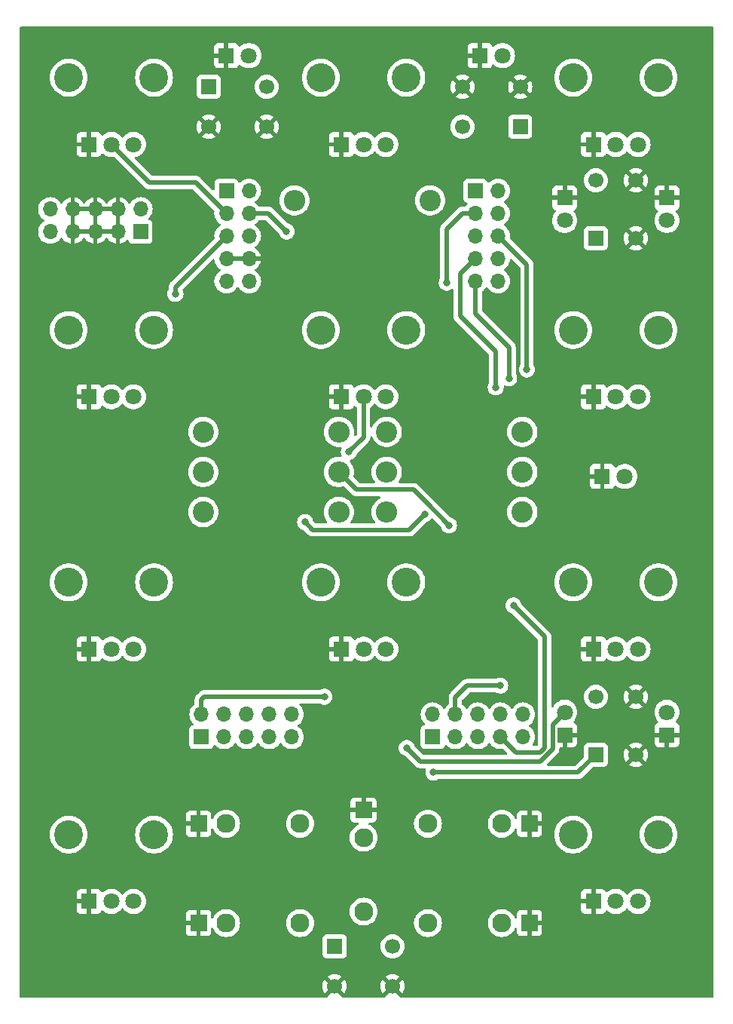
<source format=gbr>
%TF.GenerationSoftware,KiCad,Pcbnew,7.0.1*%
%TF.CreationDate,2023-10-25T20:50:29-07:00*%
%TF.ProjectId,daisy_ampsim_euro_pcb,64616973-795f-4616-9d70-73696d5f6575,rev?*%
%TF.SameCoordinates,Original*%
%TF.FileFunction,Copper,L2,Bot*%
%TF.FilePolarity,Positive*%
%FSLAX46Y46*%
G04 Gerber Fmt 4.6, Leading zero omitted, Abs format (unit mm)*
G04 Created by KiCad (PCBNEW 7.0.1) date 2023-10-25 20:50:29*
%MOMM*%
%LPD*%
G01*
G04 APERTURE LIST*
%TA.AperFunction,ComponentPad*%
%ADD10C,2.400000*%
%TD*%
%TA.AperFunction,ComponentPad*%
%ADD11O,2.400000X2.400000*%
%TD*%
%TA.AperFunction,ComponentPad*%
%ADD12R,1.700000X1.700000*%
%TD*%
%TA.AperFunction,ComponentPad*%
%ADD13C,1.700000*%
%TD*%
%TA.AperFunction,ComponentPad*%
%ADD14R,1.800000X1.800000*%
%TD*%
%TA.AperFunction,ComponentPad*%
%ADD15C,1.800000*%
%TD*%
%TA.AperFunction,ComponentPad*%
%ADD16R,1.830000X1.930000*%
%TD*%
%TA.AperFunction,ComponentPad*%
%ADD17C,2.130000*%
%TD*%
%TA.AperFunction,ComponentPad*%
%ADD18C,3.240000*%
%TD*%
%TA.AperFunction,ComponentPad*%
%ADD19R,1.930000X1.830000*%
%TD*%
%TA.AperFunction,ComponentPad*%
%ADD20O,1.700000X1.700000*%
%TD*%
%TA.AperFunction,ViaPad*%
%ADD21C,0.800000*%
%TD*%
%TA.AperFunction,Conductor*%
%ADD22C,0.500000*%
%TD*%
G04 APERTURE END LIST*
D10*
%TO.P,R1,1*%
%TO.N,A9*%
X87620000Y-63000000D03*
D11*
%TO.P,R1,2*%
%TO.N,Net-(D1-A)*%
X72380000Y-63000000D03*
%TD*%
D12*
%TO.P,SW2,1,1*%
%TO.N,D1*%
X97750000Y-54750000D03*
D13*
X91250000Y-54750000D03*
%TO.P,SW2,2,2*%
%TO.N,GND*%
X97750000Y-50250000D03*
X91250000Y-50250000D03*
%TD*%
D10*
%TO.P,R2,1*%
%TO.N,D3*%
X82750000Y-89000000D03*
D11*
%TO.P,R2,2*%
%TO.N,Net-(D2-A)*%
X97990000Y-89000000D03*
%TD*%
D14*
%TO.P,D7,1,K*%
%TO.N,GND*%
X102750000Y-123025000D03*
D15*
%TO.P,D7,2,A*%
%TO.N,Net-(D7-A)*%
X102750000Y-120485000D03*
%TD*%
D12*
%TO.P,SW1,1,1*%
%TO.N,A8*%
X62750000Y-50250000D03*
D13*
X69250000Y-50250000D03*
%TO.P,SW1,2,2*%
%TO.N,GND*%
X62750000Y-54750000D03*
X69250000Y-54750000D03*
%TD*%
D16*
%TO.P,J1,S*%
%TO.N,GND*%
X61600000Y-133000000D03*
D17*
%TO.P,J1,T*%
%TO.N,AUDIO_IN_LEFT*%
X73000000Y-133000000D03*
%TO.P,J1,TN*%
%TO.N,unconnected-(J1-PadTN)*%
X64700000Y-133000000D03*
%TD*%
D18*
%TO.P,RV3,*%
%TO.N,*%
X103700000Y-49225000D03*
X113300000Y-49225000D03*
D14*
%TO.P,RV3,1,1*%
%TO.N,GND*%
X106000000Y-56725000D03*
D15*
%TO.P,RV3,2,2*%
%TO.N,ADC_11*%
X108500000Y-56725000D03*
%TO.P,RV3,3,3*%
%TO.N,+3V3_OUT*%
X111000000Y-56725000D03*
%TD*%
D14*
%TO.P,D5,1,K*%
%TO.N,GND*%
X106975000Y-94000000D03*
D15*
%TO.P,D5,2,A*%
%TO.N,Net-(D5-A)*%
X109515000Y-94000000D03*
%TD*%
D10*
%TO.P,R7,1*%
%TO.N,B6*%
X62130000Y-98000000D03*
D11*
%TO.P,R7,2*%
%TO.N,Net-(D7-A)*%
X77370000Y-98000000D03*
%TD*%
D10*
%TO.P,R4,1*%
%TO.N,D5*%
X97990000Y-98000000D03*
D11*
%TO.P,R4,2*%
%TO.N,Net-(D4-A)*%
X82750000Y-98000000D03*
%TD*%
D18*
%TO.P,RV7,*%
%TO.N,*%
X47000000Y-105891666D03*
X56600000Y-105891666D03*
D14*
%TO.P,RV7,1,1*%
%TO.N,GND*%
X49300000Y-113391666D03*
D15*
%TO.P,RV7,2,2*%
%TO.N,CV_5*%
X51800000Y-113391666D03*
%TO.P,RV7,3,3*%
%TO.N,+5V_OUT*%
X54300000Y-113391666D03*
%TD*%
D16*
%TO.P,J6,S*%
%TO.N,GND*%
X98780000Y-144150000D03*
D17*
%TO.P,J6,T*%
%TO.N,AUDIO_OUT_RIGHT*%
X87380000Y-144150000D03*
%TO.P,J6,TN*%
%TO.N,unconnected-(J6-PadTN)*%
X95680000Y-144150000D03*
%TD*%
D18*
%TO.P,RV8,*%
%TO.N,*%
X75350000Y-105891666D03*
X84950000Y-105891666D03*
D14*
%TO.P,RV8,1,1*%
%TO.N,GND*%
X77650000Y-113391666D03*
D15*
%TO.P,RV8,2,2*%
%TO.N,CV_4*%
X80150000Y-113391666D03*
%TO.P,RV8,3,3*%
%TO.N,+5V_OUT*%
X82650000Y-113391666D03*
%TD*%
D14*
%TO.P,D4,1,K*%
%TO.N,GND*%
X114250000Y-62725000D03*
D15*
%TO.P,D4,2,A*%
%TO.N,Net-(D4-A)*%
X114250000Y-65265000D03*
%TD*%
D18*
%TO.P,RV11,*%
%TO.N,*%
X103700000Y-134225000D03*
X113300000Y-134225000D03*
D14*
%TO.P,RV11,1,1*%
%TO.N,GND*%
X106000000Y-141725000D03*
D15*
%TO.P,RV11,2,2*%
%TO.N,CV_8*%
X108500000Y-141725000D03*
%TO.P,RV11,3,3*%
%TO.N,+5V_OUT*%
X111000000Y-141725000D03*
%TD*%
D18*
%TO.P,RV2,*%
%TO.N,*%
X75350000Y-49225000D03*
X84950000Y-49225000D03*
D14*
%TO.P,RV2,1,1*%
%TO.N,GND*%
X77650000Y-56725000D03*
D15*
%TO.P,RV2,2,2*%
%TO.N,CV_2*%
X80150000Y-56725000D03*
%TO.P,RV2,3,3*%
%TO.N,+5V_OUT*%
X82650000Y-56725000D03*
%TD*%
D14*
%TO.P,D6,1,K*%
%TO.N,GND*%
X114250000Y-123025000D03*
D15*
%TO.P,D6,2,A*%
%TO.N,Net-(D6-A)*%
X114250000Y-120485000D03*
%TD*%
D18*
%TO.P,RV5,*%
%TO.N,*%
X75350000Y-77558333D03*
X84950000Y-77558333D03*
D14*
%TO.P,RV5,1,1*%
%TO.N,GND*%
X77650000Y-85058333D03*
D15*
%TO.P,RV5,2,2*%
%TO.N,CV_3*%
X80150000Y-85058333D03*
%TO.P,RV5,3,3*%
%TO.N,+5V_OUT*%
X82650000Y-85058333D03*
%TD*%
D14*
%TO.P,D1,1,K*%
%TO.N,GND*%
X64725000Y-46750000D03*
D15*
%TO.P,D1,2,A*%
%TO.N,Net-(D1-A)*%
X67265000Y-46750000D03*
%TD*%
D18*
%TO.P,RV10,*%
%TO.N,*%
X47000000Y-134225000D03*
X56600000Y-134225000D03*
D14*
%TO.P,RV10,1,1*%
%TO.N,GND*%
X49300000Y-141725000D03*
D15*
%TO.P,RV10,2,2*%
%TO.N,CV_6*%
X51800000Y-141725000D03*
%TO.P,RV10,3,3*%
%TO.N,+5V_OUT*%
X54300000Y-141725000D03*
%TD*%
D14*
%TO.P,D2,1,K*%
%TO.N,GND*%
X93225000Y-46750000D03*
D15*
%TO.P,D2,2,A*%
%TO.N,Net-(D2-A)*%
X95765000Y-46750000D03*
%TD*%
D18*
%TO.P,RV4,*%
%TO.N,*%
X47000000Y-77558333D03*
X56600000Y-77558333D03*
D14*
%TO.P,RV4,1,1*%
%TO.N,GND*%
X49300000Y-85058333D03*
D15*
%TO.P,RV4,2,2*%
%TO.N,A3*%
X51800000Y-85058333D03*
%TO.P,RV4,3,3*%
%TO.N,+3V3_OUT*%
X54300000Y-85058333D03*
%TD*%
D14*
%TO.P,D3,1,K*%
%TO.N,GND*%
X102750000Y-62725000D03*
D15*
%TO.P,D3,2,A*%
%TO.N,Net-(D3-A)*%
X102750000Y-65265000D03*
%TD*%
D16*
%TO.P,J2,S*%
%TO.N,GND*%
X61600000Y-144150000D03*
D17*
%TO.P,J2,T*%
%TO.N,AUDIO_IN_RIGHT*%
X73000000Y-144150000D03*
%TO.P,J2,TN*%
%TO.N,AUDIO_IN_LEFT*%
X64700000Y-144150000D03*
%TD*%
D10*
%TO.P,R3,1*%
%TO.N,D4*%
X97990000Y-93500000D03*
D11*
%TO.P,R3,2*%
%TO.N,Net-(D3-A)*%
X82750000Y-93500000D03*
%TD*%
D19*
%TO.P,J3,S*%
%TO.N,GND*%
X80150000Y-131464794D03*
D17*
%TO.P,J3,T*%
%TO.N,CV_1*%
X80150000Y-142864794D03*
%TO.P,J3,TN*%
%TO.N,unconnected-(J3-PadTN)*%
X80150000Y-134564794D03*
%TD*%
D18*
%TO.P,RV1,*%
%TO.N,*%
X47000000Y-49225000D03*
X56600000Y-49225000D03*
D14*
%TO.P,RV1,1,1*%
%TO.N,GND*%
X49300000Y-56725000D03*
D15*
%TO.P,RV1,2,2*%
%TO.N,A2*%
X51800000Y-56725000D03*
%TO.P,RV1,3,3*%
%TO.N,+3V3_OUT*%
X54300000Y-56725000D03*
%TD*%
D16*
%TO.P,J5,S*%
%TO.N,GND*%
X98780000Y-133000000D03*
D17*
%TO.P,J5,T*%
%TO.N,AUDIO_OUT_LEFT*%
X87380000Y-133000000D03*
%TO.P,J5,TN*%
%TO.N,unconnected-(J5-PadTN)*%
X95680000Y-133000000D03*
%TD*%
D18*
%TO.P,RV6,*%
%TO.N,*%
X103700000Y-77558333D03*
X113300000Y-77558333D03*
D14*
%TO.P,RV6,1,1*%
%TO.N,GND*%
X106000000Y-85058333D03*
D15*
%TO.P,RV6,2,2*%
%TO.N,ADC_12*%
X108500000Y-85058333D03*
%TO.P,RV6,3,3*%
%TO.N,+3V3_OUT*%
X111000000Y-85058333D03*
%TD*%
D12*
%TO.P,SW4,1,1*%
%TO.N,B10*%
X106250000Y-125250000D03*
D13*
X106250000Y-118750000D03*
%TO.P,SW4,2,2*%
%TO.N,GND*%
X110750000Y-125250000D03*
X110750000Y-118750000D03*
%TD*%
D10*
%TO.P,R6,1*%
%TO.N,B5*%
X62130000Y-93500000D03*
D11*
%TO.P,R6,2*%
%TO.N,Net-(D6-A)*%
X77370000Y-93500000D03*
%TD*%
D18*
%TO.P,RV9,*%
%TO.N,*%
X103700000Y-105891666D03*
X113300000Y-105891666D03*
D14*
%TO.P,RV9,1,1*%
%TO.N,GND*%
X106000000Y-113391666D03*
D15*
%TO.P,RV9,2,2*%
%TO.N,CV_7*%
X108500000Y-113391666D03*
%TO.P,RV9,3,3*%
%TO.N,+5V_OUT*%
X111000000Y-113391666D03*
%TD*%
D12*
%TO.P,SW3,1,1*%
%TO.N,D2*%
X106250000Y-67250000D03*
D13*
X106250000Y-60750000D03*
%TO.P,SW3,2,2*%
%TO.N,GND*%
X110750000Y-67250000D03*
X110750000Y-60750000D03*
%TD*%
D12*
%TO.P,SW5,1,1*%
%TO.N,B9*%
X76900000Y-146750000D03*
D13*
X83400000Y-146750000D03*
%TO.P,SW5,2,2*%
%TO.N,GND*%
X76900000Y-151250000D03*
X83400000Y-151250000D03*
%TD*%
D10*
%TO.P,R5,1*%
%TO.N,B8*%
X62130000Y-89000000D03*
D11*
%TO.P,R5,2*%
%TO.N,Net-(D5-A)*%
X77370000Y-89000000D03*
%TD*%
D12*
%TO.P,J_D1,1,Pin_1*%
%TO.N,D1*%
X92730000Y-61920000D03*
D20*
%TO.P,J_D1,2,Pin_2*%
%TO.N,D10*%
X95270000Y-61920000D03*
%TO.P,J_D1,3,Pin_3*%
%TO.N,D2*%
X92730000Y-64460000D03*
%TO.P,J_D1,4,Pin_4*%
%TO.N,ADC_11*%
X95270000Y-64460000D03*
%TO.P,J_D1,5,Pin_5*%
%TO.N,D3*%
X92730000Y-67000000D03*
%TO.P,J_D1,6,Pin_6*%
%TO.N,ADC_12*%
X95270000Y-67000000D03*
%TO.P,J_D1,7,Pin_7*%
%TO.N,D4*%
X92730000Y-69540000D03*
%TO.P,J_D1,8,Pin_8*%
%TO.N,D7*%
X95270000Y-69540000D03*
%TO.P,J_D1,9,Pin_9*%
%TO.N,D5*%
X92730000Y-72080000D03*
%TO.P,J_D1,10,Pin_10*%
%TO.N,D6*%
X95270000Y-72080000D03*
%TD*%
D12*
%TO.P,J_B1,1,Pin_1*%
%TO.N,AUDIO_OUT_RIGHT*%
X61920000Y-123270000D03*
D20*
%TO.P,J_B1,2,Pin_2*%
%TO.N,B10*%
X61920000Y-120730000D03*
%TO.P,J_B1,3,Pin_3*%
%TO.N,AUDIO_OUT_LEFT*%
X64460000Y-123270000D03*
%TO.P,J_B1,4,Pin_4*%
%TO.N,B9*%
X64460000Y-120730000D03*
%TO.P,J_B1,5,Pin_5*%
%TO.N,AUDIO_IN_RIGHT*%
X67000000Y-123270000D03*
%TO.P,J_B1,6,Pin_6*%
%TO.N,B8*%
X67000000Y-120730000D03*
%TO.P,J_B1,7,Pin_7*%
%TO.N,AUDIO_IN_LEFT*%
X69540000Y-123270000D03*
%TO.P,J_B1,8,Pin_8*%
%TO.N,B7*%
X69540000Y-120730000D03*
%TO.P,J_B1,9,Pin_9*%
%TO.N,B5*%
X72080000Y-123270000D03*
%TO.P,J_B1,10,Pin_10*%
%TO.N,B6*%
X72080000Y-120730000D03*
%TD*%
D12*
%TO.P,J4,1,+12V*%
%TO.N,+12V_IN*%
X55080000Y-66540000D03*
D20*
%TO.P,J4,2,+12V*%
X55080000Y-64000000D03*
%TO.P,J4,3,GND*%
%TO.N,GND*%
X52540000Y-66540000D03*
%TO.P,J4,4,GND*%
X52540000Y-64000000D03*
%TO.P,J4,5,GND*%
X50000000Y-66540000D03*
%TO.P,J4,6,GND*%
X50000000Y-64000000D03*
%TO.P,J4,7,GND*%
X47460000Y-66540000D03*
%TO.P,J4,8,GND*%
X47460000Y-64000000D03*
%TO.P,J4,9,-12V*%
%TO.N,-12V_IN*%
X44920000Y-66540000D03*
%TO.P,J4,10,-12V*%
X44920000Y-64000000D03*
%TD*%
D12*
%TO.P,J_A1,1,Pin_1*%
%TO.N,-12V_IN*%
X64730000Y-61920000D03*
D20*
%TO.P,J_A1,2,Pin_2*%
%TO.N,+3V3_OUT*%
X67270000Y-61920000D03*
%TO.P,J_A1,3,Pin_3*%
%TO.N,A2*%
X64730000Y-64460000D03*
%TO.P,J_A1,4,Pin_4*%
%TO.N,A9*%
X67270000Y-64460000D03*
%TO.P,J_A1,5,Pin_5*%
%TO.N,A3*%
X64730000Y-67000000D03*
%TO.P,J_A1,6,Pin_6*%
%TO.N,A8*%
X67270000Y-67000000D03*
%TO.P,J_A1,7,Pin_7*%
%TO.N,GND*%
X64730000Y-69540000D03*
%TO.P,J_A1,8,Pin_8*%
X67270000Y-69540000D03*
%TO.P,J_A1,9,Pin_9*%
%TO.N,+12V_IN*%
X64730000Y-72080000D03*
%TO.P,J_A1,10,Pin_10*%
%TO.N,+5V_OUT*%
X67270000Y-72080000D03*
%TD*%
D12*
%TO.P,J_C1,1,Pin_1*%
%TO.N,CV_OUT_2*%
X87920000Y-123270000D03*
D20*
%TO.P,J_C1,2,Pin_2*%
%TO.N,CV_OUT_1*%
X87920000Y-120730000D03*
%TO.P,J_C1,3,Pin_3*%
%TO.N,CV_4*%
X90460000Y-123270000D03*
%TO.P,J_C1,4,Pin_4*%
%TO.N,CV_8*%
X90460000Y-120730000D03*
%TO.P,J_C1,5,Pin_5*%
%TO.N,CV_3*%
X93000000Y-123270000D03*
%TO.P,J_C1,6,Pin_6*%
%TO.N,CV_7*%
X93000000Y-120730000D03*
%TO.P,J_C1,7,Pin_7*%
%TO.N,CV_2*%
X95540000Y-123270000D03*
%TO.P,J_C1,8,Pin_8*%
%TO.N,CV_6*%
X95540000Y-120730000D03*
%TO.P,J_C1,9,Pin_9*%
%TO.N,CV_1*%
X98080000Y-123270000D03*
%TO.P,J_C1,10,Pin_10*%
%TO.N,CV_5*%
X98080000Y-120730000D03*
%TD*%
D21*
%TO.N,A9*%
X71500000Y-66500000D03*
%TO.N,A3*%
X59000000Y-73500000D03*
%TO.N,B10*%
X75750000Y-118750000D03*
X88000000Y-127250000D03*
%TO.N,CV_8*%
X95500000Y-117500000D03*
%TO.N,CV_3*%
X78500000Y-91250000D03*
%TO.N,CV_2*%
X97000000Y-108500000D03*
%TO.N,D2*%
X89500000Y-72250000D03*
%TO.N,D4*%
X95000000Y-84000000D03*
%TO.N,Net-(D5-A)*%
X87000000Y-98250000D03*
X73574511Y-99133892D03*
%TO.N,Net-(D6-A)*%
X89750000Y-99500000D03*
%TO.N,Net-(D7-A)*%
X85000000Y-124500000D03*
%TO.N,ADC_12*%
X98500000Y-82000000D03*
%TO.N,D5*%
X96500000Y-83000000D03*
%TD*%
D22*
%TO.N,A2*%
X56075000Y-61000000D02*
X51800000Y-56725000D01*
X64730000Y-64460000D02*
X61270000Y-61000000D01*
X61270000Y-61000000D02*
X56075000Y-61000000D01*
%TO.N,A9*%
X69460000Y-64460000D02*
X67270000Y-64460000D01*
X71500000Y-66500000D02*
X69460000Y-64460000D01*
%TO.N,A3*%
X64730000Y-67000000D02*
X59000000Y-72730000D01*
X59000000Y-72730000D02*
X59000000Y-73500000D01*
%TO.N,B10*%
X104250000Y-127250000D02*
X106250000Y-125250000D01*
X88000000Y-127250000D02*
X104250000Y-127250000D01*
X61920000Y-120730000D02*
X61920000Y-119080000D01*
X62250000Y-118750000D02*
X75750000Y-118750000D01*
X61920000Y-119080000D02*
X62250000Y-118750000D01*
%TO.N,CV_8*%
X95500000Y-117500000D02*
X91750000Y-117500000D01*
X91750000Y-117500000D02*
X90460000Y-118790000D01*
X90460000Y-118790000D02*
X90460000Y-120730000D01*
%TO.N,CV_3*%
X80150000Y-89600000D02*
X80150000Y-85058333D01*
X78500000Y-91250000D02*
X80150000Y-89600000D01*
%TO.N,CV_2*%
X100000000Y-125000000D02*
X97270000Y-125000000D01*
X97270000Y-125000000D02*
X95540000Y-123270000D01*
X100500000Y-112000000D02*
X100500000Y-124500000D01*
X97000000Y-108500000D02*
X100500000Y-112000000D01*
X100500000Y-124500000D02*
X100000000Y-125000000D01*
%TO.N,D2*%
X89500000Y-72250000D02*
X89500000Y-66250000D01*
X89500000Y-66250000D02*
X91290000Y-64460000D01*
X91290000Y-64460000D02*
X92730000Y-64460000D01*
%TO.N,D4*%
X95000000Y-84000000D02*
X95000000Y-80000000D01*
X95000000Y-80000000D02*
X91000000Y-76000000D01*
X91000000Y-76000000D02*
X91000000Y-71270000D01*
X91000000Y-71270000D02*
X92730000Y-69540000D01*
%TO.N,Net-(D5-A)*%
X85250000Y-100000000D02*
X74440619Y-100000000D01*
X74440619Y-100000000D02*
X73574511Y-99133892D01*
X87000000Y-98250000D02*
X85250000Y-100000000D01*
%TO.N,Net-(D6-A)*%
X79370000Y-95500000D02*
X85750000Y-95500000D01*
X85750000Y-95500000D02*
X87000000Y-96750000D01*
X87000000Y-96750000D02*
X89750000Y-99500000D01*
X77370000Y-93500000D02*
X79370000Y-95500000D01*
%TO.N,Net-(D7-A)*%
X86500000Y-126000000D02*
X100000000Y-126000000D01*
X101400000Y-124600000D02*
X101400000Y-121835000D01*
X101400000Y-121835000D02*
X102750000Y-120485000D01*
X85000000Y-124500000D02*
X86500000Y-126000000D01*
X100000000Y-126000000D02*
X101400000Y-124600000D01*
%TO.N,ADC_12*%
X98500000Y-82000000D02*
X98500000Y-70230000D01*
X98500000Y-70230000D02*
X95270000Y-67000000D01*
%TO.N,D5*%
X92730000Y-75730000D02*
X92730000Y-72080000D01*
X96500000Y-79500000D02*
X92730000Y-75730000D01*
X96500000Y-83000000D02*
X96500000Y-79500000D01*
%TD*%
%TA.AperFunction,Conductor*%
%TO.N,GND*%
G36*
X119438000Y-43516613D02*
G01*
X119483387Y-43562000D01*
X119500000Y-43624000D01*
X119500000Y-152376000D01*
X119483387Y-152438000D01*
X119438000Y-152483387D01*
X119376000Y-152500000D01*
X84284878Y-152500000D01*
X84219781Y-152481538D01*
X84174067Y-152431651D01*
X84161350Y-152365192D01*
X84161373Y-152364925D01*
X83400000Y-151603553D01*
X82638625Y-152364925D01*
X82638649Y-152365192D01*
X82625932Y-152431651D01*
X82580218Y-152481538D01*
X82515121Y-152500000D01*
X77784878Y-152500000D01*
X77719781Y-152481538D01*
X77674067Y-152431651D01*
X77661350Y-152365192D01*
X77661373Y-152364925D01*
X76900000Y-151603553D01*
X76138625Y-152364925D01*
X76138649Y-152365192D01*
X76125932Y-152431651D01*
X76080218Y-152481538D01*
X76015121Y-152500000D01*
X41624000Y-152500000D01*
X41562000Y-152483387D01*
X41516613Y-152438000D01*
X41500000Y-152376000D01*
X41500000Y-151250000D01*
X75544842Y-151250000D01*
X75565430Y-151485318D01*
X75626569Y-151713492D01*
X75726400Y-151927580D01*
X75785073Y-152011373D01*
X76546447Y-151250001D01*
X76546447Y-151250000D01*
X77253553Y-151250000D01*
X78014925Y-152011373D01*
X78073600Y-151927576D01*
X78173430Y-151713492D01*
X78234569Y-151485318D01*
X78255157Y-151249999D01*
X82044842Y-151249999D01*
X82065430Y-151485318D01*
X82126569Y-151713492D01*
X82226400Y-151927580D01*
X82285073Y-152011373D01*
X83046447Y-151250001D01*
X83753553Y-151250001D01*
X84514925Y-152011373D01*
X84573600Y-151927576D01*
X84673430Y-151713492D01*
X84734569Y-151485318D01*
X84755157Y-151249999D01*
X84734569Y-151014681D01*
X84673430Y-150786507D01*
X84573599Y-150572421D01*
X84514926Y-150488626D01*
X84514925Y-150488625D01*
X83753553Y-151250000D01*
X83753553Y-151250001D01*
X83046447Y-151250001D01*
X83046447Y-151250000D01*
X82285072Y-150488625D01*
X82226399Y-150572422D01*
X82126569Y-150786507D01*
X82065430Y-151014681D01*
X82044842Y-151249999D01*
X78255157Y-151249999D01*
X78234569Y-151014681D01*
X78173430Y-150786507D01*
X78073599Y-150572421D01*
X78014926Y-150488626D01*
X78014925Y-150488625D01*
X77253553Y-151250000D01*
X76546447Y-151250000D01*
X76546447Y-151249999D01*
X75785073Y-150488625D01*
X75785072Y-150488625D01*
X75726399Y-150572422D01*
X75626569Y-150786507D01*
X75565430Y-151014681D01*
X75544842Y-151250000D01*
X41500000Y-151250000D01*
X41500000Y-150135072D01*
X76138625Y-150135072D01*
X76900000Y-150896447D01*
X76900001Y-150896447D01*
X77661373Y-150135073D01*
X77661373Y-150135072D01*
X82638625Y-150135072D01*
X83400000Y-150896447D01*
X83400001Y-150896447D01*
X84161373Y-150135073D01*
X84161373Y-150135072D01*
X84077580Y-150076400D01*
X83863492Y-149976569D01*
X83635318Y-149915430D01*
X83400000Y-149894842D01*
X83164681Y-149915430D01*
X82936507Y-149976569D01*
X82722422Y-150076399D01*
X82638625Y-150135072D01*
X77661373Y-150135072D01*
X77577580Y-150076400D01*
X77363492Y-149976569D01*
X77135318Y-149915430D01*
X76900000Y-149894842D01*
X76664681Y-149915430D01*
X76436507Y-149976569D01*
X76222422Y-150076399D01*
X76138625Y-150135072D01*
X41500000Y-150135072D01*
X41500000Y-147647869D01*
X75549500Y-147647869D01*
X75555909Y-147707483D01*
X75606204Y-147842331D01*
X75692454Y-147957546D01*
X75807669Y-148043796D01*
X75942517Y-148094091D01*
X76002127Y-148100500D01*
X77797872Y-148100499D01*
X77857483Y-148094091D01*
X77992331Y-148043796D01*
X78107546Y-147957546D01*
X78193796Y-147842331D01*
X78244091Y-147707483D01*
X78250500Y-147647873D01*
X78250499Y-146750000D01*
X82044340Y-146750000D01*
X82064936Y-146985407D01*
X82109709Y-147152502D01*
X82126097Y-147213663D01*
X82225965Y-147427830D01*
X82361505Y-147621401D01*
X82528599Y-147788495D01*
X82722170Y-147924035D01*
X82936337Y-148023903D01*
X83164592Y-148085063D01*
X83399999Y-148105659D01*
X83399999Y-148105658D01*
X83400000Y-148105659D01*
X83635408Y-148085063D01*
X83863663Y-148023903D01*
X84077830Y-147924035D01*
X84271401Y-147788495D01*
X84438495Y-147621401D01*
X84574035Y-147427830D01*
X84673903Y-147213663D01*
X84735063Y-146985408D01*
X84755659Y-146750000D01*
X84735063Y-146514592D01*
X84673903Y-146286337D01*
X84574035Y-146072171D01*
X84438495Y-145878599D01*
X84271401Y-145711505D01*
X84077830Y-145575965D01*
X83863663Y-145476097D01*
X83802501Y-145459709D01*
X83635407Y-145414936D01*
X83400000Y-145394340D01*
X83164592Y-145414936D01*
X82936336Y-145476097D01*
X82722170Y-145575965D01*
X82528598Y-145711505D01*
X82361505Y-145878598D01*
X82225965Y-146072170D01*
X82126097Y-146286336D01*
X82064936Y-146514592D01*
X82044340Y-146750000D01*
X78250499Y-146750000D01*
X78250499Y-145852128D01*
X78244091Y-145792517D01*
X78193796Y-145657669D01*
X78107546Y-145542454D01*
X77992331Y-145456204D01*
X77857483Y-145405909D01*
X77797873Y-145399500D01*
X77797869Y-145399500D01*
X76002130Y-145399500D01*
X75942515Y-145405909D01*
X75807669Y-145456204D01*
X75692454Y-145542454D01*
X75606204Y-145657668D01*
X75555909Y-145792516D01*
X75549500Y-145852130D01*
X75549500Y-147647869D01*
X41500000Y-147647869D01*
X41500000Y-144400000D01*
X60185000Y-144400000D01*
X60185000Y-145162824D01*
X60191402Y-145222375D01*
X60241647Y-145357089D01*
X60327811Y-145472188D01*
X60442910Y-145558352D01*
X60577624Y-145608597D01*
X60637176Y-145615000D01*
X61350000Y-145615000D01*
X61850000Y-145615000D01*
X62562824Y-145615000D01*
X62622375Y-145608597D01*
X62757089Y-145558352D01*
X62872188Y-145472188D01*
X62958352Y-145357089D01*
X63008597Y-145222375D01*
X63015000Y-145162824D01*
X63015000Y-144796289D01*
X63033273Y-144731499D01*
X63082705Y-144685804D01*
X63148729Y-144672671D01*
X63211885Y-144695971D01*
X63253560Y-144748835D01*
X63300816Y-144862920D01*
X63429567Y-145073023D01*
X63589601Y-145260399D01*
X63776977Y-145420433D01*
X63987080Y-145549184D01*
X64214738Y-145643483D01*
X64454345Y-145701007D01*
X64700000Y-145720341D01*
X64945655Y-145701007D01*
X65185262Y-145643483D01*
X65412920Y-145549184D01*
X65623023Y-145420433D01*
X65810399Y-145260399D01*
X65970433Y-145073023D01*
X66099184Y-144862920D01*
X66193483Y-144635262D01*
X66251007Y-144395655D01*
X66270341Y-144150000D01*
X71429659Y-144150000D01*
X71448993Y-144395656D01*
X71506516Y-144635261D01*
X71522012Y-144672671D01*
X71600816Y-144862920D01*
X71729567Y-145073023D01*
X71889601Y-145260399D01*
X72076977Y-145420433D01*
X72287080Y-145549184D01*
X72514738Y-145643483D01*
X72754345Y-145701007D01*
X73000000Y-145720341D01*
X73245655Y-145701007D01*
X73485262Y-145643483D01*
X73712920Y-145549184D01*
X73923023Y-145420433D01*
X74110399Y-145260399D01*
X74270433Y-145073023D01*
X74399184Y-144862920D01*
X74493483Y-144635262D01*
X74551007Y-144395655D01*
X74570341Y-144150000D01*
X74551007Y-143904345D01*
X74493483Y-143664738D01*
X74399184Y-143437080D01*
X74270433Y-143226977D01*
X74110399Y-143039601D01*
X73923023Y-142879567D01*
X73898916Y-142864794D01*
X78579659Y-142864794D01*
X78598993Y-143110450D01*
X78656516Y-143350055D01*
X78703666Y-143463885D01*
X78750816Y-143577714D01*
X78879567Y-143787817D01*
X79039601Y-143975193D01*
X79226977Y-144135227D01*
X79437080Y-144263978D01*
X79664738Y-144358277D01*
X79904345Y-144415801D01*
X80150000Y-144435135D01*
X80395655Y-144415801D01*
X80635262Y-144358277D01*
X80862920Y-144263978D01*
X81048916Y-144150000D01*
X85809659Y-144150000D01*
X85828993Y-144395656D01*
X85886516Y-144635261D01*
X85902012Y-144672671D01*
X85980816Y-144862920D01*
X86109567Y-145073023D01*
X86269601Y-145260399D01*
X86456977Y-145420433D01*
X86667080Y-145549184D01*
X86894738Y-145643483D01*
X87134345Y-145701007D01*
X87380000Y-145720341D01*
X87625655Y-145701007D01*
X87865262Y-145643483D01*
X88092920Y-145549184D01*
X88303023Y-145420433D01*
X88490399Y-145260399D01*
X88650433Y-145073023D01*
X88779184Y-144862920D01*
X88873483Y-144635262D01*
X88931007Y-144395655D01*
X88950341Y-144150000D01*
X94109659Y-144150000D01*
X94128993Y-144395656D01*
X94186516Y-144635261D01*
X94202012Y-144672671D01*
X94280816Y-144862920D01*
X94409567Y-145073023D01*
X94569601Y-145260399D01*
X94756977Y-145420433D01*
X94967080Y-145549184D01*
X95194738Y-145643483D01*
X95434345Y-145701007D01*
X95680000Y-145720341D01*
X95925655Y-145701007D01*
X96165262Y-145643483D01*
X96392920Y-145549184D01*
X96603023Y-145420433D01*
X96790399Y-145260399D01*
X96950433Y-145073023D01*
X97079184Y-144862920D01*
X97126439Y-144748835D01*
X97168115Y-144695971D01*
X97231271Y-144672671D01*
X97297295Y-144685804D01*
X97346727Y-144731499D01*
X97365000Y-144796289D01*
X97365000Y-145162824D01*
X97371402Y-145222375D01*
X97421647Y-145357089D01*
X97507811Y-145472188D01*
X97622910Y-145558352D01*
X97757624Y-145608597D01*
X97817176Y-145615000D01*
X98530000Y-145615000D01*
X98530000Y-144400000D01*
X99030000Y-144400000D01*
X99030000Y-145615000D01*
X99742824Y-145615000D01*
X99802375Y-145608597D01*
X99937089Y-145558352D01*
X100052188Y-145472188D01*
X100138352Y-145357089D01*
X100188597Y-145222375D01*
X100195000Y-145162824D01*
X100195000Y-144400000D01*
X99030000Y-144400000D01*
X98530000Y-144400000D01*
X98530000Y-142685000D01*
X99030000Y-142685000D01*
X99030000Y-143900000D01*
X100195000Y-143900000D01*
X100195000Y-143137176D01*
X100188597Y-143077624D01*
X100138352Y-142942910D01*
X100052188Y-142827811D01*
X99937089Y-142741647D01*
X99802375Y-142691402D01*
X99742824Y-142685000D01*
X99030000Y-142685000D01*
X98530000Y-142685000D01*
X97817176Y-142685000D01*
X97757624Y-142691402D01*
X97622910Y-142741647D01*
X97507811Y-142827811D01*
X97421647Y-142942910D01*
X97371402Y-143077624D01*
X97365000Y-143137176D01*
X97365000Y-143503711D01*
X97346727Y-143568501D01*
X97297295Y-143614196D01*
X97231271Y-143627329D01*
X97168115Y-143604029D01*
X97126439Y-143551164D01*
X97106783Y-143503711D01*
X97079184Y-143437080D01*
X96950433Y-143226977D01*
X96790399Y-143039601D01*
X96603023Y-142879567D01*
X96392920Y-142750816D01*
X96249482Y-142691402D01*
X96165261Y-142656516D01*
X95925656Y-142598993D01*
X95802827Y-142589326D01*
X95680000Y-142579659D01*
X95679999Y-142579659D01*
X95434343Y-142598993D01*
X95194738Y-142656516D01*
X94967078Y-142750817D01*
X94756978Y-142879566D01*
X94569601Y-143039601D01*
X94409566Y-143226978D01*
X94280817Y-143437078D01*
X94186516Y-143664738D01*
X94128993Y-143904343D01*
X94109659Y-144150000D01*
X88950341Y-144150000D01*
X88931007Y-143904345D01*
X88873483Y-143664738D01*
X88779184Y-143437080D01*
X88650433Y-143226977D01*
X88490399Y-143039601D01*
X88303023Y-142879567D01*
X88092920Y-142750816D01*
X87949482Y-142691402D01*
X87865261Y-142656516D01*
X87625656Y-142598993D01*
X87502827Y-142589326D01*
X87380000Y-142579659D01*
X87379999Y-142579659D01*
X87134343Y-142598993D01*
X86894738Y-142656516D01*
X86667078Y-142750817D01*
X86456978Y-142879566D01*
X86269601Y-143039601D01*
X86109566Y-143226978D01*
X85980817Y-143437078D01*
X85886516Y-143664738D01*
X85828993Y-143904343D01*
X85809659Y-144150000D01*
X81048916Y-144150000D01*
X81073023Y-144135227D01*
X81260399Y-143975193D01*
X81420433Y-143787817D01*
X81549184Y-143577714D01*
X81643483Y-143350056D01*
X81701007Y-143110449D01*
X81720341Y-142864794D01*
X81701007Y-142619139D01*
X81643483Y-142379532D01*
X81549184Y-142151874D01*
X81440796Y-141975000D01*
X104600000Y-141975000D01*
X104600000Y-142672824D01*
X104606402Y-142732375D01*
X104656647Y-142867089D01*
X104742811Y-142982188D01*
X104857910Y-143068352D01*
X104992624Y-143118597D01*
X105052176Y-143125000D01*
X105750000Y-143125000D01*
X106250000Y-143125000D01*
X106947824Y-143125000D01*
X107007375Y-143118597D01*
X107142089Y-143068352D01*
X107257188Y-142982188D01*
X107343352Y-142867088D01*
X107361679Y-142817953D01*
X107393792Y-142770136D01*
X107444045Y-142741986D01*
X107501595Y-142739579D01*
X107554020Y-142763430D01*
X107731374Y-142901470D01*
X107935497Y-143011936D01*
X108045258Y-143049617D01*
X108155015Y-143087297D01*
X108155017Y-143087297D01*
X108155019Y-143087298D01*
X108383951Y-143125500D01*
X108616048Y-143125500D01*
X108616049Y-143125500D01*
X108844981Y-143087298D01*
X109064503Y-143011936D01*
X109268626Y-142901470D01*
X109451784Y-142758913D01*
X109608979Y-142588153D01*
X109646192Y-142531193D01*
X109690982Y-142489961D01*
X109750000Y-142475016D01*
X109809018Y-142489961D01*
X109853807Y-142531193D01*
X109891021Y-142588153D01*
X110048216Y-142758913D01*
X110231374Y-142901470D01*
X110435497Y-143011936D01*
X110545258Y-143049617D01*
X110655015Y-143087297D01*
X110655017Y-143087297D01*
X110655019Y-143087298D01*
X110883951Y-143125500D01*
X111116048Y-143125500D01*
X111116049Y-143125500D01*
X111344981Y-143087298D01*
X111564503Y-143011936D01*
X111768626Y-142901470D01*
X111951784Y-142758913D01*
X112108979Y-142588153D01*
X112235924Y-142393849D01*
X112329157Y-142181300D01*
X112386134Y-141956305D01*
X112405300Y-141725000D01*
X112386134Y-141493695D01*
X112329157Y-141268700D01*
X112235924Y-141056151D01*
X112108979Y-140861847D01*
X111951784Y-140691087D01*
X111768626Y-140548530D01*
X111564503Y-140438064D01*
X111564499Y-140438062D01*
X111564498Y-140438062D01*
X111344984Y-140362702D01*
X111157410Y-140331402D01*
X111116049Y-140324500D01*
X110883951Y-140324500D01*
X110842590Y-140331402D01*
X110655015Y-140362702D01*
X110435501Y-140438062D01*
X110435497Y-140438063D01*
X110435497Y-140438064D01*
X110299414Y-140511708D01*
X110231372Y-140548531D01*
X110048215Y-140691087D01*
X109902590Y-140849279D01*
X109891021Y-140861847D01*
X109891021Y-140861848D01*
X109853809Y-140918805D01*
X109809017Y-140960038D01*
X109750000Y-140974983D01*
X109690983Y-140960038D01*
X109646191Y-140918805D01*
X109608979Y-140861847D01*
X109451784Y-140691087D01*
X109268626Y-140548530D01*
X109064503Y-140438064D01*
X109064499Y-140438062D01*
X109064498Y-140438062D01*
X108844984Y-140362702D01*
X108657410Y-140331402D01*
X108616049Y-140324500D01*
X108383951Y-140324500D01*
X108342590Y-140331402D01*
X108155015Y-140362702D01*
X107935501Y-140438062D01*
X107935497Y-140438063D01*
X107935497Y-140438064D01*
X107799414Y-140511708D01*
X107731372Y-140548531D01*
X107554023Y-140686567D01*
X107501595Y-140710421D01*
X107444045Y-140708013D01*
X107393792Y-140679864D01*
X107361679Y-140632046D01*
X107343352Y-140582911D01*
X107257188Y-140467811D01*
X107142089Y-140381647D01*
X107007375Y-140331402D01*
X106947824Y-140325000D01*
X106250000Y-140325000D01*
X106250000Y-143125000D01*
X105750000Y-143125000D01*
X105750000Y-141975000D01*
X104600000Y-141975000D01*
X81440796Y-141975000D01*
X81420433Y-141941771D01*
X81260399Y-141754395D01*
X81073023Y-141594361D01*
X80878243Y-141475000D01*
X104600000Y-141475000D01*
X105750000Y-141475000D01*
X105750000Y-140325000D01*
X105052176Y-140325000D01*
X104992624Y-140331402D01*
X104857910Y-140381647D01*
X104742811Y-140467811D01*
X104656647Y-140582910D01*
X104606402Y-140717624D01*
X104600000Y-140777176D01*
X104600000Y-141475000D01*
X80878243Y-141475000D01*
X80862920Y-141465610D01*
X80749090Y-141418460D01*
X80635261Y-141371310D01*
X80395656Y-141313787D01*
X80150000Y-141294453D01*
X79904343Y-141313787D01*
X79664738Y-141371310D01*
X79437078Y-141465611D01*
X79226978Y-141594360D01*
X79039601Y-141754395D01*
X78879566Y-141941772D01*
X78750817Y-142151872D01*
X78656516Y-142379532D01*
X78598993Y-142619137D01*
X78579659Y-142864794D01*
X73898916Y-142864794D01*
X73712920Y-142750816D01*
X73569482Y-142691402D01*
X73485261Y-142656516D01*
X73245656Y-142598993D01*
X73122827Y-142589326D01*
X73000000Y-142579659D01*
X72999999Y-142579659D01*
X72754343Y-142598993D01*
X72514738Y-142656516D01*
X72287078Y-142750817D01*
X72076978Y-142879566D01*
X71889601Y-143039601D01*
X71729566Y-143226978D01*
X71600817Y-143437078D01*
X71506516Y-143664738D01*
X71448993Y-143904343D01*
X71429659Y-144150000D01*
X66270341Y-144150000D01*
X66251007Y-143904345D01*
X66193483Y-143664738D01*
X66099184Y-143437080D01*
X65970433Y-143226977D01*
X65810399Y-143039601D01*
X65623023Y-142879567D01*
X65412920Y-142750816D01*
X65269482Y-142691402D01*
X65185261Y-142656516D01*
X64945656Y-142598993D01*
X64822827Y-142589326D01*
X64700000Y-142579659D01*
X64699999Y-142579659D01*
X64454343Y-142598993D01*
X64214738Y-142656516D01*
X63987078Y-142750817D01*
X63776978Y-142879566D01*
X63589601Y-143039601D01*
X63429566Y-143226978D01*
X63300817Y-143437078D01*
X63253561Y-143551164D01*
X63211885Y-143604029D01*
X63148729Y-143627329D01*
X63082705Y-143614196D01*
X63033273Y-143568501D01*
X63015000Y-143503711D01*
X63015000Y-143137176D01*
X63008597Y-143077624D01*
X62958352Y-142942910D01*
X62872188Y-142827811D01*
X62757089Y-142741647D01*
X62622375Y-142691402D01*
X62562824Y-142685000D01*
X61850000Y-142685000D01*
X61850000Y-145615000D01*
X61350000Y-145615000D01*
X61350000Y-144400000D01*
X60185000Y-144400000D01*
X41500000Y-144400000D01*
X41500000Y-143900000D01*
X60185000Y-143900000D01*
X61350000Y-143900000D01*
X61350000Y-142685000D01*
X60637176Y-142685000D01*
X60577624Y-142691402D01*
X60442910Y-142741647D01*
X60327811Y-142827811D01*
X60241647Y-142942910D01*
X60191402Y-143077624D01*
X60185000Y-143137176D01*
X60185000Y-143900000D01*
X41500000Y-143900000D01*
X41500000Y-141975000D01*
X47900000Y-141975000D01*
X47900000Y-142672824D01*
X47906402Y-142732375D01*
X47956647Y-142867089D01*
X48042811Y-142982188D01*
X48157910Y-143068352D01*
X48292624Y-143118597D01*
X48352176Y-143125000D01*
X49050000Y-143125000D01*
X49550000Y-143125000D01*
X50247824Y-143125000D01*
X50307375Y-143118597D01*
X50442089Y-143068352D01*
X50557188Y-142982188D01*
X50643352Y-142867088D01*
X50661679Y-142817953D01*
X50693792Y-142770136D01*
X50744045Y-142741986D01*
X50801595Y-142739579D01*
X50854020Y-142763430D01*
X51031374Y-142901470D01*
X51235497Y-143011936D01*
X51345258Y-143049617D01*
X51455015Y-143087297D01*
X51455017Y-143087297D01*
X51455019Y-143087298D01*
X51683951Y-143125500D01*
X51916048Y-143125500D01*
X51916049Y-143125500D01*
X52144981Y-143087298D01*
X52364503Y-143011936D01*
X52568626Y-142901470D01*
X52751784Y-142758913D01*
X52908979Y-142588153D01*
X52946192Y-142531193D01*
X52990982Y-142489961D01*
X53050000Y-142475016D01*
X53109018Y-142489961D01*
X53153807Y-142531193D01*
X53191021Y-142588153D01*
X53348216Y-142758913D01*
X53531374Y-142901470D01*
X53735497Y-143011936D01*
X53845258Y-143049617D01*
X53955015Y-143087297D01*
X53955017Y-143087297D01*
X53955019Y-143087298D01*
X54183951Y-143125500D01*
X54416048Y-143125500D01*
X54416049Y-143125500D01*
X54644981Y-143087298D01*
X54864503Y-143011936D01*
X55068626Y-142901470D01*
X55251784Y-142758913D01*
X55408979Y-142588153D01*
X55535924Y-142393849D01*
X55629157Y-142181300D01*
X55686134Y-141956305D01*
X55705300Y-141725000D01*
X55686134Y-141493695D01*
X55629157Y-141268700D01*
X55535924Y-141056151D01*
X55408979Y-140861847D01*
X55251784Y-140691087D01*
X55068626Y-140548530D01*
X54864503Y-140438064D01*
X54864499Y-140438062D01*
X54864498Y-140438062D01*
X54644984Y-140362702D01*
X54457410Y-140331402D01*
X54416049Y-140324500D01*
X54183951Y-140324500D01*
X54142590Y-140331402D01*
X53955015Y-140362702D01*
X53735501Y-140438062D01*
X53735497Y-140438063D01*
X53735497Y-140438064D01*
X53599414Y-140511708D01*
X53531372Y-140548531D01*
X53348215Y-140691087D01*
X53202590Y-140849279D01*
X53191021Y-140861847D01*
X53191021Y-140861848D01*
X53153809Y-140918805D01*
X53109017Y-140960038D01*
X53050000Y-140974983D01*
X52990983Y-140960038D01*
X52946191Y-140918805D01*
X52908979Y-140861847D01*
X52751784Y-140691087D01*
X52568626Y-140548530D01*
X52364503Y-140438064D01*
X52364499Y-140438062D01*
X52364498Y-140438062D01*
X52144984Y-140362702D01*
X51957410Y-140331402D01*
X51916049Y-140324500D01*
X51683951Y-140324500D01*
X51642590Y-140331402D01*
X51455015Y-140362702D01*
X51235501Y-140438062D01*
X51235497Y-140438063D01*
X51235497Y-140438064D01*
X51099414Y-140511708D01*
X51031372Y-140548531D01*
X50854023Y-140686567D01*
X50801595Y-140710421D01*
X50744045Y-140708013D01*
X50693792Y-140679864D01*
X50661679Y-140632046D01*
X50643352Y-140582911D01*
X50557188Y-140467811D01*
X50442089Y-140381647D01*
X50307375Y-140331402D01*
X50247824Y-140325000D01*
X49550000Y-140325000D01*
X49550000Y-143125000D01*
X49050000Y-143125000D01*
X49050000Y-141975000D01*
X47900000Y-141975000D01*
X41500000Y-141975000D01*
X41500000Y-141475000D01*
X47900000Y-141475000D01*
X49050000Y-141475000D01*
X49050000Y-140325000D01*
X48352176Y-140325000D01*
X48292624Y-140331402D01*
X48157910Y-140381647D01*
X48042811Y-140467811D01*
X47956647Y-140582910D01*
X47906402Y-140717624D01*
X47900000Y-140777176D01*
X47900000Y-141475000D01*
X41500000Y-141475000D01*
X41500000Y-134225000D01*
X44874544Y-134225000D01*
X44894342Y-134514420D01*
X44953362Y-134798439D01*
X45050507Y-135071780D01*
X45183971Y-135329355D01*
X45351256Y-135566343D01*
X45351259Y-135566346D01*
X45351261Y-135566349D01*
X45549264Y-135778359D01*
X45774292Y-135961433D01*
X46022152Y-136112160D01*
X46288228Y-136227733D01*
X46567563Y-136305999D01*
X46854954Y-136345500D01*
X47145046Y-136345500D01*
X47432437Y-136305999D01*
X47711772Y-136227733D01*
X47977848Y-136112160D01*
X48225708Y-135961433D01*
X48450736Y-135778359D01*
X48648739Y-135566349D01*
X48816030Y-135329352D01*
X48949491Y-135071784D01*
X49046637Y-134798441D01*
X49105658Y-134514416D01*
X49125455Y-134225000D01*
X54474544Y-134225000D01*
X54494342Y-134514420D01*
X54553362Y-134798439D01*
X54650507Y-135071780D01*
X54783971Y-135329355D01*
X54951256Y-135566343D01*
X54951259Y-135566346D01*
X54951261Y-135566349D01*
X55149264Y-135778359D01*
X55374292Y-135961433D01*
X55622152Y-136112160D01*
X55888228Y-136227733D01*
X56167563Y-136305999D01*
X56454954Y-136345500D01*
X56745046Y-136345500D01*
X57032437Y-136305999D01*
X57311772Y-136227733D01*
X57577848Y-136112160D01*
X57825708Y-135961433D01*
X58050736Y-135778359D01*
X58248739Y-135566349D01*
X58416030Y-135329352D01*
X58549491Y-135071784D01*
X58646637Y-134798441D01*
X58705658Y-134514416D01*
X58725455Y-134225000D01*
X58705658Y-133935584D01*
X58646637Y-133651559D01*
X58549491Y-133378216D01*
X58483055Y-133250000D01*
X60185000Y-133250000D01*
X60185000Y-134012824D01*
X60191402Y-134072375D01*
X60241647Y-134207089D01*
X60327811Y-134322188D01*
X60442910Y-134408352D01*
X60577624Y-134458597D01*
X60637176Y-134465000D01*
X61350000Y-134465000D01*
X61850000Y-134465000D01*
X62562824Y-134465000D01*
X62622375Y-134458597D01*
X62757089Y-134408352D01*
X62872188Y-134322188D01*
X62958352Y-134207089D01*
X63008597Y-134072375D01*
X63015000Y-134012824D01*
X63015000Y-133646289D01*
X63033273Y-133581499D01*
X63082705Y-133535804D01*
X63148729Y-133522671D01*
X63211885Y-133545971D01*
X63253560Y-133598835D01*
X63300816Y-133712920D01*
X63429567Y-133923023D01*
X63589601Y-134110399D01*
X63776977Y-134270433D01*
X63987080Y-134399184D01*
X64214738Y-134493483D01*
X64454345Y-134551007D01*
X64700000Y-134570341D01*
X64945655Y-134551007D01*
X65185262Y-134493483D01*
X65412920Y-134399184D01*
X65623023Y-134270433D01*
X65810399Y-134110399D01*
X65970433Y-133923023D01*
X66099184Y-133712920D01*
X66193483Y-133485262D01*
X66251007Y-133245655D01*
X66270341Y-133000000D01*
X66270341Y-132999999D01*
X71429659Y-132999999D01*
X71448993Y-133245656D01*
X71506516Y-133485261D01*
X71522012Y-133522671D01*
X71600816Y-133712920D01*
X71729567Y-133923023D01*
X71889601Y-134110399D01*
X72076977Y-134270433D01*
X72287080Y-134399184D01*
X72514738Y-134493483D01*
X72754345Y-134551007D01*
X73000000Y-134570341D01*
X73070479Y-134564794D01*
X78579659Y-134564794D01*
X78580096Y-134570341D01*
X78598993Y-134810450D01*
X78656516Y-135050055D01*
X78665515Y-135071780D01*
X78750816Y-135277714D01*
X78879567Y-135487817D01*
X79039601Y-135675193D01*
X79226977Y-135835227D01*
X79437080Y-135963978D01*
X79664738Y-136058277D01*
X79904345Y-136115801D01*
X80150000Y-136135135D01*
X80395655Y-136115801D01*
X80635262Y-136058277D01*
X80862920Y-135963978D01*
X81073023Y-135835227D01*
X81260399Y-135675193D01*
X81420433Y-135487817D01*
X81549184Y-135277714D01*
X81643483Y-135050056D01*
X81701007Y-134810449D01*
X81720341Y-134564794D01*
X81701007Y-134319139D01*
X81643483Y-134079532D01*
X81549184Y-133851874D01*
X81420433Y-133641771D01*
X81260399Y-133454395D01*
X81073023Y-133294361D01*
X80862920Y-133165610D01*
X80748835Y-133118354D01*
X80695971Y-133076679D01*
X80672671Y-133013523D01*
X80675361Y-132999999D01*
X85809659Y-132999999D01*
X85828993Y-133245656D01*
X85886516Y-133485261D01*
X85902012Y-133522671D01*
X85980816Y-133712920D01*
X86109567Y-133923023D01*
X86269601Y-134110399D01*
X86456977Y-134270433D01*
X86667080Y-134399184D01*
X86894738Y-134493483D01*
X87134345Y-134551007D01*
X87380000Y-134570341D01*
X87625655Y-134551007D01*
X87865262Y-134493483D01*
X88092920Y-134399184D01*
X88303023Y-134270433D01*
X88490399Y-134110399D01*
X88650433Y-133923023D01*
X88779184Y-133712920D01*
X88873483Y-133485262D01*
X88931007Y-133245655D01*
X88950341Y-133000000D01*
X88950341Y-132999999D01*
X94109659Y-132999999D01*
X94128993Y-133245656D01*
X94186516Y-133485261D01*
X94202012Y-133522671D01*
X94280816Y-133712920D01*
X94409567Y-133923023D01*
X94569601Y-134110399D01*
X94756977Y-134270433D01*
X94967080Y-134399184D01*
X95194738Y-134493483D01*
X95434345Y-134551007D01*
X95680000Y-134570341D01*
X95925655Y-134551007D01*
X96165262Y-134493483D01*
X96392920Y-134399184D01*
X96603023Y-134270433D01*
X96790399Y-134110399D01*
X96950433Y-133923023D01*
X97079184Y-133712920D01*
X97126439Y-133598835D01*
X97168115Y-133545971D01*
X97231271Y-133522671D01*
X97297295Y-133535804D01*
X97346727Y-133581499D01*
X97365000Y-133646289D01*
X97365000Y-134012824D01*
X97371402Y-134072375D01*
X97421647Y-134207089D01*
X97507811Y-134322188D01*
X97622910Y-134408352D01*
X97757624Y-134458597D01*
X97817176Y-134465000D01*
X98530000Y-134465000D01*
X98530000Y-133250000D01*
X99030000Y-133250000D01*
X99030000Y-134465000D01*
X99742824Y-134465000D01*
X99802375Y-134458597D01*
X99937089Y-134408352D01*
X100052188Y-134322188D01*
X100124944Y-134224999D01*
X101574544Y-134224999D01*
X101594342Y-134514420D01*
X101653362Y-134798439D01*
X101750507Y-135071780D01*
X101883971Y-135329355D01*
X102051256Y-135566343D01*
X102051259Y-135566346D01*
X102051261Y-135566349D01*
X102249264Y-135778359D01*
X102474292Y-135961433D01*
X102722152Y-136112160D01*
X102988228Y-136227733D01*
X103267563Y-136305999D01*
X103554954Y-136345500D01*
X103845046Y-136345500D01*
X104132437Y-136305999D01*
X104411772Y-136227733D01*
X104677848Y-136112160D01*
X104925708Y-135961433D01*
X105150736Y-135778359D01*
X105348739Y-135566349D01*
X105516030Y-135329352D01*
X105649491Y-135071784D01*
X105746637Y-134798441D01*
X105805658Y-134514416D01*
X105825455Y-134225000D01*
X105825455Y-134224999D01*
X111174544Y-134224999D01*
X111194342Y-134514420D01*
X111253362Y-134798439D01*
X111350507Y-135071780D01*
X111483971Y-135329355D01*
X111651256Y-135566343D01*
X111651259Y-135566346D01*
X111651261Y-135566349D01*
X111849264Y-135778359D01*
X112074292Y-135961433D01*
X112322152Y-136112160D01*
X112588228Y-136227733D01*
X112867563Y-136305999D01*
X113154954Y-136345500D01*
X113445046Y-136345500D01*
X113732437Y-136305999D01*
X114011772Y-136227733D01*
X114277848Y-136112160D01*
X114525708Y-135961433D01*
X114750736Y-135778359D01*
X114948739Y-135566349D01*
X115116030Y-135329352D01*
X115249491Y-135071784D01*
X115346637Y-134798441D01*
X115405658Y-134514416D01*
X115425455Y-134225000D01*
X115405658Y-133935584D01*
X115346637Y-133651559D01*
X115249491Y-133378216D01*
X115116030Y-133120648D01*
X115116028Y-133120644D01*
X114948743Y-132883656D01*
X114948741Y-132883653D01*
X114948739Y-132883651D01*
X114750736Y-132671641D01*
X114525708Y-132488567D01*
X114277848Y-132337840D01*
X114011772Y-132222267D01*
X113872104Y-132183133D01*
X113732435Y-132144000D01*
X113445046Y-132104500D01*
X113154954Y-132104500D01*
X112867564Y-132144000D01*
X112638878Y-132208075D01*
X112588228Y-132222267D01*
X112588226Y-132222267D01*
X112588225Y-132222268D01*
X112322151Y-132337840D01*
X112074293Y-132488566D01*
X111849267Y-132671638D01*
X111651256Y-132883656D01*
X111483971Y-133120644D01*
X111350507Y-133378219D01*
X111253362Y-133651560D01*
X111194342Y-133935579D01*
X111174544Y-134224999D01*
X105825455Y-134224999D01*
X105805658Y-133935584D01*
X105746637Y-133651559D01*
X105649491Y-133378216D01*
X105516030Y-133120648D01*
X105516028Y-133120644D01*
X105348743Y-132883656D01*
X105348741Y-132883653D01*
X105348739Y-132883651D01*
X105150736Y-132671641D01*
X104925708Y-132488567D01*
X104677848Y-132337840D01*
X104411772Y-132222267D01*
X104272104Y-132183133D01*
X104132435Y-132144000D01*
X103845046Y-132104500D01*
X103554954Y-132104500D01*
X103267564Y-132144000D01*
X103038878Y-132208075D01*
X102988228Y-132222267D01*
X102988226Y-132222267D01*
X102988225Y-132222268D01*
X102722151Y-132337840D01*
X102474293Y-132488566D01*
X102249267Y-132671638D01*
X102051256Y-132883656D01*
X101883971Y-133120644D01*
X101750507Y-133378219D01*
X101653362Y-133651560D01*
X101594342Y-133935579D01*
X101574544Y-134224999D01*
X100124944Y-134224999D01*
X100138352Y-134207089D01*
X100188597Y-134072375D01*
X100195000Y-134012824D01*
X100195000Y-133250000D01*
X99030000Y-133250000D01*
X98530000Y-133250000D01*
X98530000Y-131535000D01*
X99030000Y-131535000D01*
X99030000Y-132750000D01*
X100195000Y-132750000D01*
X100195000Y-131987176D01*
X100188597Y-131927624D01*
X100138352Y-131792910D01*
X100052188Y-131677811D01*
X99937089Y-131591647D01*
X99802375Y-131541402D01*
X99742824Y-131535000D01*
X99030000Y-131535000D01*
X98530000Y-131535000D01*
X97817176Y-131535000D01*
X97757624Y-131541402D01*
X97622910Y-131591647D01*
X97507811Y-131677811D01*
X97421647Y-131792910D01*
X97371402Y-131927624D01*
X97365000Y-131987176D01*
X97365000Y-132353711D01*
X97346727Y-132418501D01*
X97297295Y-132464196D01*
X97231271Y-132477329D01*
X97168115Y-132454029D01*
X97126439Y-132401164D01*
X97100209Y-132337840D01*
X97079184Y-132287080D01*
X96950433Y-132076977D01*
X96790399Y-131889601D01*
X96603023Y-131729567D01*
X96392920Y-131600816D01*
X96249482Y-131541402D01*
X96165261Y-131506516D01*
X95925656Y-131448993D01*
X95680000Y-131429659D01*
X95434343Y-131448993D01*
X95194738Y-131506516D01*
X94967078Y-131600817D01*
X94756978Y-131729566D01*
X94569601Y-131889601D01*
X94409566Y-132076978D01*
X94280817Y-132287078D01*
X94186516Y-132514738D01*
X94128993Y-132754343D01*
X94109659Y-132999999D01*
X88950341Y-132999999D01*
X88931007Y-132754345D01*
X88873483Y-132514738D01*
X88779184Y-132287080D01*
X88650433Y-132076977D01*
X88490399Y-131889601D01*
X88303023Y-131729567D01*
X88092920Y-131600816D01*
X87949482Y-131541402D01*
X87865261Y-131506516D01*
X87625656Y-131448993D01*
X87380000Y-131429659D01*
X87134343Y-131448993D01*
X86894738Y-131506516D01*
X86667078Y-131600817D01*
X86456978Y-131729566D01*
X86269601Y-131889601D01*
X86109566Y-132076978D01*
X85980817Y-132287078D01*
X85886516Y-132514738D01*
X85828993Y-132754343D01*
X85809659Y-132999999D01*
X80675361Y-132999999D01*
X80685804Y-132947499D01*
X80731499Y-132898067D01*
X80796289Y-132879794D01*
X81162824Y-132879794D01*
X81222375Y-132873391D01*
X81357089Y-132823146D01*
X81472188Y-132736982D01*
X81558352Y-132621883D01*
X81608597Y-132487169D01*
X81615000Y-132427618D01*
X81615000Y-131714794D01*
X78685000Y-131714794D01*
X78685000Y-132427618D01*
X78691402Y-132487169D01*
X78741647Y-132621883D01*
X78827811Y-132736982D01*
X78942910Y-132823146D01*
X79077624Y-132873391D01*
X79137176Y-132879794D01*
X79503711Y-132879794D01*
X79568501Y-132898067D01*
X79614196Y-132947499D01*
X79627329Y-133013523D01*
X79604029Y-133076679D01*
X79551164Y-133118355D01*
X79437078Y-133165611D01*
X79226978Y-133294360D01*
X79039601Y-133454395D01*
X78879566Y-133641772D01*
X78750817Y-133851872D01*
X78656516Y-134079532D01*
X78598993Y-134319137D01*
X78588017Y-134458597D01*
X78579659Y-134564794D01*
X73070479Y-134564794D01*
X73245655Y-134551007D01*
X73485262Y-134493483D01*
X73712920Y-134399184D01*
X73923023Y-134270433D01*
X74110399Y-134110399D01*
X74270433Y-133923023D01*
X74399184Y-133712920D01*
X74493483Y-133485262D01*
X74551007Y-133245655D01*
X74570341Y-133000000D01*
X74551007Y-132754345D01*
X74493483Y-132514738D01*
X74399184Y-132287080D01*
X74270433Y-132076977D01*
X74110399Y-131889601D01*
X73923023Y-131729567D01*
X73712920Y-131600816D01*
X73569482Y-131541402D01*
X73485261Y-131506516D01*
X73245656Y-131448993D01*
X73000000Y-131429659D01*
X72754343Y-131448993D01*
X72514738Y-131506516D01*
X72287078Y-131600817D01*
X72076978Y-131729566D01*
X71889601Y-131889601D01*
X71729566Y-132076978D01*
X71600817Y-132287078D01*
X71506516Y-132514738D01*
X71448993Y-132754343D01*
X71429659Y-132999999D01*
X66270341Y-132999999D01*
X66251007Y-132754345D01*
X66193483Y-132514738D01*
X66099184Y-132287080D01*
X65970433Y-132076977D01*
X65810399Y-131889601D01*
X65623023Y-131729567D01*
X65412920Y-131600816D01*
X65269482Y-131541402D01*
X65185261Y-131506516D01*
X64945656Y-131448993D01*
X64700000Y-131429659D01*
X64454343Y-131448993D01*
X64214738Y-131506516D01*
X63987078Y-131600817D01*
X63776978Y-131729566D01*
X63589601Y-131889601D01*
X63429566Y-132076978D01*
X63300817Y-132287078D01*
X63253561Y-132401164D01*
X63211885Y-132454029D01*
X63148729Y-132477329D01*
X63082705Y-132464196D01*
X63033273Y-132418501D01*
X63015000Y-132353711D01*
X63015000Y-131987176D01*
X63008597Y-131927624D01*
X62958352Y-131792910D01*
X62872188Y-131677811D01*
X62757089Y-131591647D01*
X62622375Y-131541402D01*
X62562824Y-131535000D01*
X61850000Y-131535000D01*
X61850000Y-134465000D01*
X61350000Y-134465000D01*
X61350000Y-133250000D01*
X60185000Y-133250000D01*
X58483055Y-133250000D01*
X58416030Y-133120648D01*
X58416028Y-133120644D01*
X58248743Y-132883656D01*
X58248741Y-132883653D01*
X58248739Y-132883651D01*
X58123918Y-132750000D01*
X60185000Y-132750000D01*
X61350000Y-132750000D01*
X61350000Y-131535000D01*
X60637176Y-131535000D01*
X60577624Y-131541402D01*
X60442910Y-131591647D01*
X60327811Y-131677811D01*
X60241647Y-131792910D01*
X60191402Y-131927624D01*
X60185000Y-131987176D01*
X60185000Y-132750000D01*
X58123918Y-132750000D01*
X58050736Y-132671641D01*
X57825708Y-132488567D01*
X57577848Y-132337840D01*
X57311772Y-132222267D01*
X57172104Y-132183133D01*
X57032435Y-132144000D01*
X56745046Y-132104500D01*
X56454954Y-132104500D01*
X56167564Y-132144000D01*
X55938878Y-132208075D01*
X55888228Y-132222267D01*
X55888226Y-132222267D01*
X55888225Y-132222268D01*
X55622151Y-132337840D01*
X55374293Y-132488566D01*
X55149267Y-132671638D01*
X54951256Y-132883656D01*
X54783971Y-133120644D01*
X54650507Y-133378219D01*
X54553362Y-133651560D01*
X54494342Y-133935579D01*
X54474544Y-134225000D01*
X49125455Y-134225000D01*
X49105658Y-133935584D01*
X49046637Y-133651559D01*
X48949491Y-133378216D01*
X48816030Y-133120648D01*
X48816028Y-133120644D01*
X48648743Y-132883656D01*
X48648741Y-132883653D01*
X48648739Y-132883651D01*
X48450736Y-132671641D01*
X48225708Y-132488567D01*
X47977848Y-132337840D01*
X47711772Y-132222267D01*
X47572104Y-132183133D01*
X47432435Y-132144000D01*
X47145046Y-132104500D01*
X46854954Y-132104500D01*
X46567564Y-132144000D01*
X46338878Y-132208075D01*
X46288228Y-132222267D01*
X46288226Y-132222267D01*
X46288225Y-132222268D01*
X46022151Y-132337840D01*
X45774293Y-132488566D01*
X45549267Y-132671638D01*
X45351256Y-132883656D01*
X45183971Y-133120644D01*
X45050507Y-133378219D01*
X44953362Y-133651560D01*
X44894342Y-133935579D01*
X44874544Y-134225000D01*
X41500000Y-134225000D01*
X41500000Y-131214794D01*
X78685000Y-131214794D01*
X79900000Y-131214794D01*
X79900000Y-130049794D01*
X80400000Y-130049794D01*
X80400000Y-131214794D01*
X81615000Y-131214794D01*
X81615000Y-130501970D01*
X81608597Y-130442418D01*
X81558352Y-130307704D01*
X81472188Y-130192605D01*
X81357089Y-130106441D01*
X81222375Y-130056196D01*
X81162824Y-130049794D01*
X80400000Y-130049794D01*
X79900000Y-130049794D01*
X79137176Y-130049794D01*
X79077624Y-130056196D01*
X78942910Y-130106441D01*
X78827811Y-130192605D01*
X78741647Y-130307704D01*
X78691402Y-130442418D01*
X78685000Y-130501970D01*
X78685000Y-131214794D01*
X41500000Y-131214794D01*
X41500000Y-120730000D01*
X60564340Y-120730000D01*
X60584936Y-120965407D01*
X60629709Y-121132501D01*
X60646097Y-121193663D01*
X60745965Y-121407830D01*
X60881505Y-121601401D01*
X60881507Y-121601403D01*
X60881508Y-121601404D01*
X61003430Y-121723326D01*
X61034726Y-121776072D01*
X61036915Y-121837365D01*
X61009462Y-121892209D01*
X60959083Y-121927189D01*
X60827669Y-121976204D01*
X60712454Y-122062454D01*
X60626204Y-122177668D01*
X60575909Y-122312516D01*
X60569500Y-122372130D01*
X60569500Y-124167869D01*
X60575909Y-124227484D01*
X60584121Y-124249500D01*
X60626204Y-124362331D01*
X60712454Y-124477546D01*
X60827669Y-124563796D01*
X60962517Y-124614091D01*
X61022127Y-124620500D01*
X62817872Y-124620499D01*
X62877483Y-124614091D01*
X63012331Y-124563796D01*
X63127546Y-124477546D01*
X63213796Y-124362331D01*
X63262810Y-124230916D01*
X63297789Y-124180537D01*
X63352634Y-124153084D01*
X63413927Y-124155273D01*
X63466673Y-124186569D01*
X63588599Y-124308495D01*
X63782170Y-124444035D01*
X63996337Y-124543903D01*
X64224592Y-124605063D01*
X64460000Y-124625659D01*
X64695408Y-124605063D01*
X64923663Y-124543903D01*
X65137830Y-124444035D01*
X65331401Y-124308495D01*
X65498495Y-124141401D01*
X65628426Y-123955839D01*
X65672743Y-123916976D01*
X65730000Y-123902965D01*
X65787257Y-123916976D01*
X65831573Y-123955839D01*
X65961505Y-124141401D01*
X66128599Y-124308495D01*
X66322170Y-124444035D01*
X66536337Y-124543903D01*
X66764592Y-124605063D01*
X67000000Y-124625659D01*
X67235408Y-124605063D01*
X67463663Y-124543903D01*
X67677830Y-124444035D01*
X67871401Y-124308495D01*
X68038495Y-124141401D01*
X68168426Y-123955839D01*
X68212743Y-123916975D01*
X68270000Y-123902964D01*
X68327257Y-123916975D01*
X68371573Y-123955839D01*
X68501505Y-124141401D01*
X68668599Y-124308495D01*
X68862170Y-124444035D01*
X69076337Y-124543903D01*
X69304592Y-124605063D01*
X69540000Y-124625659D01*
X69775408Y-124605063D01*
X70003663Y-124543903D01*
X70217830Y-124444035D01*
X70411401Y-124308495D01*
X70578495Y-124141401D01*
X70708426Y-123955839D01*
X70752743Y-123916975D01*
X70810000Y-123902964D01*
X70867257Y-123916975D01*
X70911573Y-123955839D01*
X71041505Y-124141401D01*
X71208599Y-124308495D01*
X71402170Y-124444035D01*
X71616337Y-124543903D01*
X71844592Y-124605063D01*
X72080000Y-124625659D01*
X72315408Y-124605063D01*
X72543663Y-124543903D01*
X72637815Y-124499999D01*
X84094540Y-124499999D01*
X84114326Y-124688257D01*
X84172820Y-124868284D01*
X84267466Y-125032216D01*
X84394129Y-125172889D01*
X84547269Y-125284151D01*
X84720193Y-125361143D01*
X84720196Y-125361143D01*
X84720197Y-125361144D01*
X84785330Y-125374987D01*
X84818716Y-125387304D01*
X84847230Y-125408597D01*
X85924267Y-126485634D01*
X85936048Y-126499266D01*
X85950390Y-126518530D01*
X85988355Y-126550386D01*
X85996317Y-126557684D01*
X86000224Y-126561591D01*
X86024542Y-126580819D01*
X86027298Y-126583063D01*
X86084786Y-126631302D01*
X86084788Y-126631303D01*
X86085757Y-126632116D01*
X86102177Y-126642576D01*
X86103321Y-126643109D01*
X86103323Y-126643111D01*
X86171357Y-126674835D01*
X86174456Y-126676335D01*
X86241567Y-126710040D01*
X86242704Y-126710611D01*
X86261084Y-126716998D01*
X86262321Y-126717253D01*
X86262327Y-126717256D01*
X86335862Y-126732439D01*
X86339209Y-126733181D01*
X86412279Y-126750500D01*
X86412281Y-126750500D01*
X86413505Y-126750790D01*
X86432876Y-126752769D01*
X86434140Y-126752732D01*
X86434144Y-126752733D01*
X86509110Y-126750552D01*
X86512716Y-126750500D01*
X87044784Y-126750500D01*
X87101079Y-126764015D01*
X87145102Y-126801615D01*
X87167257Y-126855102D01*
X87162715Y-126912818D01*
X87114326Y-127061742D01*
X87094540Y-127250000D01*
X87114326Y-127438257D01*
X87172820Y-127618284D01*
X87267466Y-127782216D01*
X87394129Y-127922889D01*
X87547269Y-128034151D01*
X87720197Y-128111144D01*
X87905352Y-128150500D01*
X87905354Y-128150500D01*
X88094646Y-128150500D01*
X88094648Y-128150500D01*
X88218084Y-128124262D01*
X88279803Y-128111144D01*
X88452730Y-128034151D01*
X88466449Y-128024183D01*
X88501018Y-128006569D01*
X88539337Y-128000500D01*
X104186294Y-128000500D01*
X104204264Y-128001809D01*
X104208320Y-128002402D01*
X104228023Y-128005289D01*
X104277368Y-128000972D01*
X104288176Y-128000500D01*
X104293706Y-128000500D01*
X104293709Y-128000500D01*
X104324550Y-127996894D01*
X104328031Y-127996539D01*
X104402797Y-127989999D01*
X104402797Y-127989998D01*
X104404052Y-127989889D01*
X104423062Y-127985674D01*
X104424250Y-127985241D01*
X104424255Y-127985241D01*
X104494820Y-127959557D01*
X104498095Y-127958419D01*
X104569334Y-127934814D01*
X104569336Y-127934812D01*
X104570536Y-127934415D01*
X104588063Y-127925929D01*
X104589112Y-127925238D01*
X104589117Y-127925237D01*
X104651806Y-127884005D01*
X104654798Y-127882099D01*
X104718656Y-127842712D01*
X104718656Y-127842711D01*
X104719729Y-127842050D01*
X104734824Y-127829753D01*
X104735692Y-127828832D01*
X104735696Y-127828830D01*
X104787185Y-127774253D01*
X104789631Y-127771735D01*
X105924548Y-126636817D01*
X105964776Y-126609938D01*
X106012229Y-126600499D01*
X107147870Y-126600499D01*
X107147872Y-126600499D01*
X107207483Y-126594091D01*
X107342331Y-126543796D01*
X107457546Y-126457546D01*
X107526882Y-126364925D01*
X109988625Y-126364925D01*
X110072420Y-126423599D01*
X110286507Y-126523430D01*
X110514681Y-126584569D01*
X110750000Y-126605157D01*
X110985318Y-126584569D01*
X111213492Y-126523430D01*
X111427576Y-126423600D01*
X111511373Y-126364925D01*
X110750000Y-125603553D01*
X109988625Y-126364925D01*
X107526882Y-126364925D01*
X107543796Y-126342331D01*
X107594091Y-126207483D01*
X107600500Y-126147873D01*
X107600499Y-125250000D01*
X109394842Y-125250000D01*
X109415430Y-125485318D01*
X109476569Y-125713492D01*
X109576400Y-125927580D01*
X109635073Y-126011373D01*
X110396447Y-125250001D01*
X111103553Y-125250001D01*
X111864925Y-126011373D01*
X111923600Y-125927576D01*
X112023430Y-125713492D01*
X112084569Y-125485318D01*
X112105157Y-125250000D01*
X112084569Y-125014681D01*
X112023430Y-124786507D01*
X111923599Y-124572421D01*
X111864926Y-124488626D01*
X111864925Y-124488625D01*
X111103553Y-125250000D01*
X111103553Y-125250001D01*
X110396447Y-125250001D01*
X110396447Y-125250000D01*
X109635072Y-124488625D01*
X109576399Y-124572422D01*
X109476569Y-124786507D01*
X109415430Y-125014681D01*
X109394842Y-125250000D01*
X107600499Y-125250000D01*
X107600499Y-124352128D01*
X107594091Y-124292517D01*
X107543796Y-124157669D01*
X107526880Y-124135072D01*
X109988625Y-124135072D01*
X110750000Y-124896447D01*
X110750001Y-124896447D01*
X111511373Y-124135073D01*
X111511373Y-124135072D01*
X111427580Y-124076400D01*
X111213492Y-123976569D01*
X110985318Y-123915430D01*
X110750000Y-123894842D01*
X110514681Y-123915430D01*
X110286507Y-123976569D01*
X110072422Y-124076399D01*
X109988625Y-124135072D01*
X107526880Y-124135072D01*
X107457546Y-124042454D01*
X107342331Y-123956204D01*
X107207483Y-123905909D01*
X107147873Y-123899500D01*
X107147869Y-123899500D01*
X105352130Y-123899500D01*
X105292515Y-123905909D01*
X105157669Y-123956204D01*
X105042454Y-124042454D01*
X104956204Y-124157668D01*
X104905909Y-124292516D01*
X104899500Y-124352131D01*
X104899500Y-125487769D01*
X104890061Y-125535222D01*
X104863181Y-125575450D01*
X103975451Y-126463181D01*
X103935223Y-126490061D01*
X103887770Y-126499500D01*
X100861230Y-126499500D01*
X100804935Y-126485985D01*
X100760912Y-126448385D01*
X100738757Y-126394898D01*
X100743299Y-126337182D01*
X100773549Y-126287819D01*
X101049995Y-126011373D01*
X101885642Y-125175724D01*
X101899260Y-125163954D01*
X101918530Y-125149610D01*
X101950376Y-125111656D01*
X101957662Y-125103704D01*
X101961591Y-125099777D01*
X101980833Y-125075439D01*
X101983090Y-125072670D01*
X101997853Y-125055075D01*
X102031302Y-125015214D01*
X102031303Y-125015211D01*
X102032115Y-125014244D01*
X102042573Y-124997827D01*
X102043106Y-124996682D01*
X102043111Y-124996677D01*
X102074833Y-124928646D01*
X102076362Y-124925488D01*
X102110040Y-124858433D01*
X102110040Y-124858432D01*
X102110612Y-124857294D01*
X102117000Y-124838914D01*
X102117255Y-124837675D01*
X102117257Y-124837673D01*
X102132447Y-124764103D01*
X102133186Y-124760770D01*
X102150500Y-124687721D01*
X102150500Y-124687717D01*
X102150791Y-124686489D01*
X102152770Y-124667121D01*
X102152733Y-124665859D01*
X102152734Y-124665856D01*
X102150552Y-124590869D01*
X102150500Y-124587263D01*
X102150500Y-124549000D01*
X102167113Y-124487000D01*
X102212500Y-124441613D01*
X102274500Y-124425000D01*
X102500000Y-124425000D01*
X102500000Y-123275000D01*
X103000000Y-123275000D01*
X103000000Y-124425000D01*
X103697824Y-124425000D01*
X103757375Y-124418597D01*
X103892089Y-124368352D01*
X104007188Y-124282188D01*
X104093352Y-124167089D01*
X104143597Y-124032375D01*
X104150000Y-123972824D01*
X104150000Y-123275000D01*
X112850000Y-123275000D01*
X112850000Y-123972824D01*
X112856402Y-124032375D01*
X112906647Y-124167089D01*
X112992811Y-124282188D01*
X113107910Y-124368352D01*
X113242624Y-124418597D01*
X113302176Y-124425000D01*
X114000000Y-124425000D01*
X114000000Y-123275000D01*
X114500000Y-123275000D01*
X114500000Y-124425000D01*
X115197824Y-124425000D01*
X115257375Y-124418597D01*
X115392089Y-124368352D01*
X115507188Y-124282188D01*
X115593352Y-124167089D01*
X115643597Y-124032375D01*
X115650000Y-123972824D01*
X115650000Y-123275000D01*
X114500000Y-123275000D01*
X114000000Y-123275000D01*
X112850000Y-123275000D01*
X104150000Y-123275000D01*
X103000000Y-123275000D01*
X102500000Y-123275000D01*
X102500000Y-122899000D01*
X102516613Y-122837000D01*
X102562000Y-122791613D01*
X102624000Y-122775000D01*
X104150000Y-122775000D01*
X104150000Y-122077176D01*
X104143597Y-122017624D01*
X104093352Y-121882910D01*
X104007188Y-121767811D01*
X103892088Y-121681647D01*
X103811728Y-121651674D01*
X103762193Y-121617658D01*
X103734466Y-121564348D01*
X103735059Y-121504262D01*
X103763829Y-121451512D01*
X103858979Y-121348153D01*
X103985924Y-121153849D01*
X104079157Y-120941300D01*
X104136134Y-120716305D01*
X104155300Y-120485000D01*
X104155300Y-120484999D01*
X112844699Y-120484999D01*
X112863865Y-120716299D01*
X112863865Y-120716301D01*
X112863866Y-120716305D01*
X112920843Y-120941300D01*
X113014076Y-121153849D01*
X113141021Y-121348153D01*
X113236167Y-121451509D01*
X113264940Y-121504262D01*
X113265533Y-121564348D01*
X113237806Y-121617658D01*
X113188272Y-121651673D01*
X113107913Y-121681646D01*
X112992811Y-121767811D01*
X112906647Y-121882910D01*
X112856402Y-122017624D01*
X112850000Y-122077176D01*
X112850000Y-122775000D01*
X115650000Y-122775000D01*
X115650000Y-122077176D01*
X115643597Y-122017624D01*
X115593352Y-121882910D01*
X115507188Y-121767811D01*
X115392088Y-121681647D01*
X115311728Y-121651674D01*
X115262193Y-121617658D01*
X115234466Y-121564348D01*
X115235059Y-121504262D01*
X115263829Y-121451512D01*
X115358979Y-121348153D01*
X115485924Y-121153849D01*
X115579157Y-120941300D01*
X115636134Y-120716305D01*
X115655300Y-120485000D01*
X115636134Y-120253695D01*
X115579157Y-120028700D01*
X115485924Y-119816151D01*
X115358979Y-119621847D01*
X115201784Y-119451087D01*
X115018626Y-119308530D01*
X114814503Y-119198064D01*
X114814499Y-119198062D01*
X114814498Y-119198062D01*
X114594984Y-119122702D01*
X114423281Y-119094050D01*
X114366049Y-119084500D01*
X114133951Y-119084500D01*
X114106199Y-119089131D01*
X113905015Y-119122702D01*
X113685501Y-119198062D01*
X113685497Y-119198063D01*
X113685497Y-119198064D01*
X113656673Y-119213663D01*
X113481372Y-119308531D01*
X113298215Y-119451087D01*
X113141020Y-119621848D01*
X113014076Y-119816150D01*
X112920844Y-120028696D01*
X112863865Y-120253700D01*
X112844699Y-120484999D01*
X104155300Y-120484999D01*
X104136134Y-120253695D01*
X104079157Y-120028700D01*
X103985924Y-119816151D01*
X103858979Y-119621847D01*
X103701784Y-119451087D01*
X103518626Y-119308530D01*
X103314503Y-119198064D01*
X103314499Y-119198062D01*
X103314498Y-119198062D01*
X103094984Y-119122702D01*
X102923281Y-119094050D01*
X102866049Y-119084500D01*
X102633951Y-119084500D01*
X102606199Y-119089131D01*
X102405015Y-119122702D01*
X102185501Y-119198062D01*
X102185497Y-119198063D01*
X102185497Y-119198064D01*
X102156673Y-119213663D01*
X101981372Y-119308531D01*
X101798215Y-119451087D01*
X101641020Y-119621848D01*
X101514077Y-119816148D01*
X101506023Y-119834508D01*
X101488054Y-119875473D01*
X101445717Y-119927171D01*
X101382695Y-119949390D01*
X101317294Y-119935677D01*
X101268506Y-119890013D01*
X101250500Y-119825661D01*
X101250500Y-118750000D01*
X104894340Y-118750000D01*
X104914936Y-118985407D01*
X104951724Y-119122702D01*
X104976097Y-119213663D01*
X105075965Y-119427830D01*
X105211505Y-119621401D01*
X105378599Y-119788495D01*
X105572170Y-119924035D01*
X105786337Y-120023903D01*
X106014592Y-120085063D01*
X106250000Y-120105659D01*
X106485408Y-120085063D01*
X106713663Y-120023903D01*
X106927830Y-119924035D01*
X107012248Y-119864925D01*
X109988625Y-119864925D01*
X110072420Y-119923599D01*
X110286507Y-120023430D01*
X110514681Y-120084569D01*
X110750000Y-120105157D01*
X110985318Y-120084569D01*
X111213492Y-120023430D01*
X111427576Y-119923600D01*
X111511373Y-119864925D01*
X110750000Y-119103553D01*
X109988625Y-119864925D01*
X107012248Y-119864925D01*
X107121401Y-119788495D01*
X107288495Y-119621401D01*
X107424035Y-119427830D01*
X107523903Y-119213663D01*
X107585063Y-118985408D01*
X107605659Y-118750000D01*
X107605659Y-118749999D01*
X109394842Y-118749999D01*
X109415430Y-118985318D01*
X109476569Y-119213492D01*
X109576400Y-119427580D01*
X109635073Y-119511373D01*
X110396447Y-118750001D01*
X111103553Y-118750001D01*
X111864925Y-119511373D01*
X111923600Y-119427576D01*
X112023430Y-119213492D01*
X112084569Y-118985318D01*
X112105157Y-118749999D01*
X112084569Y-118514681D01*
X112023430Y-118286507D01*
X111923599Y-118072421D01*
X111864926Y-117988626D01*
X111864925Y-117988625D01*
X111103553Y-118750000D01*
X111103553Y-118750001D01*
X110396447Y-118750001D01*
X110396447Y-118750000D01*
X109635072Y-117988625D01*
X109576399Y-118072422D01*
X109476569Y-118286507D01*
X109415430Y-118514681D01*
X109394842Y-118749999D01*
X107605659Y-118749999D01*
X107585063Y-118514592D01*
X107523903Y-118286337D01*
X107424035Y-118072171D01*
X107288495Y-117878599D01*
X107121401Y-117711505D01*
X107012243Y-117635072D01*
X109988625Y-117635072D01*
X110750000Y-118396447D01*
X110750001Y-118396447D01*
X111511373Y-117635073D01*
X111511373Y-117635072D01*
X111427580Y-117576400D01*
X111213492Y-117476569D01*
X110985318Y-117415430D01*
X110750000Y-117394842D01*
X110514681Y-117415430D01*
X110286507Y-117476569D01*
X110072422Y-117576399D01*
X109988625Y-117635072D01*
X107012243Y-117635072D01*
X106927830Y-117575965D01*
X106713663Y-117476097D01*
X106652501Y-117459709D01*
X106485407Y-117414936D01*
X106250000Y-117394340D01*
X106014592Y-117414936D01*
X105786336Y-117476097D01*
X105572170Y-117575965D01*
X105378598Y-117711505D01*
X105211505Y-117878598D01*
X105075965Y-118072170D01*
X104976097Y-118286336D01*
X104914936Y-118514592D01*
X104894340Y-118750000D01*
X101250500Y-118750000D01*
X101250500Y-113641666D01*
X104600000Y-113641666D01*
X104600000Y-114339490D01*
X104606402Y-114399041D01*
X104656647Y-114533755D01*
X104742811Y-114648854D01*
X104857910Y-114735018D01*
X104992624Y-114785263D01*
X105052176Y-114791666D01*
X105750000Y-114791666D01*
X106250000Y-114791666D01*
X106947824Y-114791666D01*
X107007375Y-114785263D01*
X107142089Y-114735018D01*
X107257188Y-114648854D01*
X107343352Y-114533754D01*
X107361679Y-114484619D01*
X107393792Y-114436802D01*
X107444045Y-114408652D01*
X107501595Y-114406245D01*
X107554020Y-114430096D01*
X107731374Y-114568136D01*
X107935497Y-114678602D01*
X108045257Y-114716282D01*
X108155015Y-114753963D01*
X108155017Y-114753963D01*
X108155019Y-114753964D01*
X108383951Y-114792166D01*
X108616048Y-114792166D01*
X108616049Y-114792166D01*
X108844981Y-114753964D01*
X109064503Y-114678602D01*
X109268626Y-114568136D01*
X109451784Y-114425579D01*
X109608979Y-114254819D01*
X109646192Y-114197859D01*
X109690982Y-114156627D01*
X109750000Y-114141682D01*
X109809018Y-114156627D01*
X109853807Y-114197859D01*
X109891021Y-114254819D01*
X110048216Y-114425579D01*
X110231374Y-114568136D01*
X110435497Y-114678602D01*
X110545257Y-114716282D01*
X110655015Y-114753963D01*
X110655017Y-114753963D01*
X110655019Y-114753964D01*
X110883951Y-114792166D01*
X111116048Y-114792166D01*
X111116049Y-114792166D01*
X111344981Y-114753964D01*
X111564503Y-114678602D01*
X111768626Y-114568136D01*
X111951784Y-114425579D01*
X112108979Y-114254819D01*
X112235924Y-114060515D01*
X112329157Y-113847966D01*
X112386134Y-113622971D01*
X112405300Y-113391666D01*
X112386134Y-113160361D01*
X112329157Y-112935366D01*
X112235924Y-112722817D01*
X112108979Y-112528513D01*
X111951784Y-112357753D01*
X111768626Y-112215196D01*
X111564503Y-112104730D01*
X111564499Y-112104728D01*
X111564498Y-112104728D01*
X111344984Y-112029368D01*
X111157410Y-111998068D01*
X111116049Y-111991166D01*
X110883951Y-111991166D01*
X110842590Y-111998068D01*
X110655015Y-112029368D01*
X110435501Y-112104728D01*
X110435497Y-112104729D01*
X110435497Y-112104730D01*
X110299415Y-112178373D01*
X110231372Y-112215197D01*
X110048215Y-112357753D01*
X109902590Y-112515945D01*
X109891021Y-112528513D01*
X109891021Y-112528514D01*
X109853809Y-112585471D01*
X109809017Y-112626704D01*
X109750000Y-112641649D01*
X109690983Y-112626704D01*
X109646191Y-112585471D01*
X109608979Y-112528513D01*
X109451784Y-112357753D01*
X109268626Y-112215196D01*
X109064503Y-112104730D01*
X109064499Y-112104728D01*
X109064498Y-112104728D01*
X108844984Y-112029368D01*
X108657410Y-111998068D01*
X108616049Y-111991166D01*
X108383951Y-111991166D01*
X108342590Y-111998068D01*
X108155015Y-112029368D01*
X107935501Y-112104728D01*
X107935497Y-112104729D01*
X107935497Y-112104730D01*
X107799415Y-112178373D01*
X107731372Y-112215197D01*
X107554023Y-112353233D01*
X107501595Y-112377087D01*
X107444045Y-112374679D01*
X107393792Y-112346530D01*
X107361679Y-112298712D01*
X107343352Y-112249577D01*
X107257188Y-112134477D01*
X107142089Y-112048313D01*
X107007375Y-111998068D01*
X106947824Y-111991666D01*
X106250000Y-111991666D01*
X106250000Y-114791666D01*
X105750000Y-114791666D01*
X105750000Y-113641666D01*
X104600000Y-113641666D01*
X101250500Y-113641666D01*
X101250500Y-113141666D01*
X104600000Y-113141666D01*
X105750000Y-113141666D01*
X105750000Y-111991666D01*
X105052176Y-111991666D01*
X104992624Y-111998068D01*
X104857910Y-112048313D01*
X104742811Y-112134477D01*
X104656647Y-112249576D01*
X104606402Y-112384290D01*
X104600000Y-112443842D01*
X104600000Y-113141666D01*
X101250500Y-113141666D01*
X101250500Y-112063706D01*
X101251809Y-112045736D01*
X101254206Y-112029368D01*
X101255289Y-112021977D01*
X101250971Y-111972633D01*
X101250500Y-111961827D01*
X101250500Y-111956291D01*
X101246897Y-111925471D01*
X101246534Y-111921915D01*
X101239888Y-111845942D01*
X101235673Y-111826930D01*
X101209577Y-111755234D01*
X101208414Y-111751890D01*
X101184813Y-111680665D01*
X101184810Y-111680660D01*
X101184411Y-111679456D01*
X101175930Y-111661938D01*
X101175238Y-111660886D01*
X101175237Y-111660883D01*
X101133981Y-111598157D01*
X101132098Y-111595201D01*
X101092711Y-111531344D01*
X101092709Y-111531342D01*
X101092046Y-111530267D01*
X101079748Y-111515170D01*
X101024272Y-111462831D01*
X101021685Y-111460318D01*
X97912771Y-108351403D01*
X97882521Y-108302040D01*
X97827179Y-108131715D01*
X97732533Y-107967783D01*
X97605870Y-107827110D01*
X97452730Y-107715848D01*
X97279802Y-107638855D01*
X97094648Y-107599500D01*
X97094646Y-107599500D01*
X96905354Y-107599500D01*
X96905352Y-107599500D01*
X96720197Y-107638855D01*
X96547269Y-107715848D01*
X96394129Y-107827110D01*
X96267466Y-107967783D01*
X96172820Y-108131715D01*
X96114326Y-108311742D01*
X96094540Y-108500000D01*
X96114326Y-108688257D01*
X96172820Y-108868284D01*
X96267466Y-109032216D01*
X96394129Y-109172889D01*
X96547269Y-109284151D01*
X96720193Y-109361143D01*
X96720196Y-109361143D01*
X96720197Y-109361144D01*
X96785333Y-109374988D01*
X96818714Y-109387303D01*
X96847228Y-109408596D01*
X99713181Y-112274548D01*
X99740061Y-112314776D01*
X99749500Y-112362229D01*
X99749500Y-124125500D01*
X99732887Y-124187500D01*
X99687500Y-124232887D01*
X99625500Y-124249500D01*
X99281005Y-124249500D01*
X99216677Y-124231509D01*
X99171016Y-124182757D01*
X99157270Y-124117390D01*
X99179430Y-124054377D01*
X99185101Y-124046277D01*
X99254035Y-123947830D01*
X99353903Y-123733663D01*
X99415063Y-123505408D01*
X99435659Y-123270000D01*
X99415063Y-123034592D01*
X99353903Y-122806337D01*
X99254035Y-122592171D01*
X99118495Y-122398599D01*
X98951401Y-122231505D01*
X98765839Y-122101573D01*
X98726975Y-122057257D01*
X98712964Y-122000000D01*
X98726975Y-121942743D01*
X98765839Y-121898426D01*
X98951401Y-121768495D01*
X99118495Y-121601401D01*
X99254035Y-121407830D01*
X99353903Y-121193663D01*
X99415063Y-120965408D01*
X99435659Y-120730000D01*
X99415063Y-120494592D01*
X99353903Y-120266337D01*
X99254035Y-120052171D01*
X99118495Y-119858599D01*
X98951401Y-119691505D01*
X98757830Y-119555965D01*
X98543663Y-119456097D01*
X98482501Y-119439709D01*
X98315407Y-119394936D01*
X98080000Y-119374340D01*
X97844592Y-119394936D01*
X97616336Y-119456097D01*
X97402170Y-119555965D01*
X97208598Y-119691505D01*
X97041508Y-119858595D01*
X97041507Y-119858597D01*
X97041505Y-119858599D01*
X97019509Y-119890013D01*
X96911574Y-120044160D01*
X96867255Y-120083026D01*
X96809999Y-120097036D01*
X96752742Y-120083025D01*
X96708426Y-120044161D01*
X96578495Y-119858599D01*
X96411401Y-119691505D01*
X96217830Y-119555965D01*
X96003663Y-119456097D01*
X95942501Y-119439709D01*
X95775407Y-119394936D01*
X95540000Y-119374340D01*
X95304592Y-119394936D01*
X95076336Y-119456097D01*
X94862170Y-119555965D01*
X94668598Y-119691505D01*
X94501508Y-119858595D01*
X94501507Y-119858597D01*
X94501505Y-119858599D01*
X94479509Y-119890013D01*
X94371574Y-120044160D01*
X94327255Y-120083026D01*
X94269999Y-120097036D01*
X94212742Y-120083025D01*
X94168426Y-120044161D01*
X94038495Y-119858599D01*
X93871401Y-119691505D01*
X93677830Y-119555965D01*
X93463663Y-119456097D01*
X93402501Y-119439709D01*
X93235407Y-119394936D01*
X93000000Y-119374340D01*
X92764592Y-119394936D01*
X92536336Y-119456097D01*
X92322170Y-119555965D01*
X92128598Y-119691505D01*
X91961508Y-119858595D01*
X91961507Y-119858597D01*
X91961505Y-119858599D01*
X91939509Y-119890013D01*
X91831574Y-120044160D01*
X91787255Y-120083026D01*
X91729999Y-120097036D01*
X91672742Y-120083025D01*
X91628426Y-120044161D01*
X91498495Y-119858599D01*
X91331401Y-119691505D01*
X91263374Y-119643872D01*
X91224511Y-119599556D01*
X91210500Y-119542299D01*
X91210500Y-119152230D01*
X91219939Y-119104777D01*
X91246819Y-119064549D01*
X92024548Y-118286819D01*
X92064776Y-118259939D01*
X92112229Y-118250500D01*
X94960663Y-118250500D01*
X94998982Y-118256569D01*
X95033550Y-118274183D01*
X95047271Y-118284152D01*
X95220197Y-118361144D01*
X95405352Y-118400500D01*
X95405354Y-118400500D01*
X95594646Y-118400500D01*
X95594648Y-118400500D01*
X95718083Y-118374262D01*
X95779803Y-118361144D01*
X95952730Y-118284151D01*
X96105871Y-118172888D01*
X96232533Y-118032216D01*
X96327179Y-117868284D01*
X96385674Y-117688256D01*
X96405460Y-117500000D01*
X96385674Y-117311744D01*
X96327179Y-117131716D01*
X96327179Y-117131715D01*
X96232533Y-116967783D01*
X96105870Y-116827110D01*
X95952730Y-116715848D01*
X95779802Y-116638855D01*
X95594648Y-116599500D01*
X95594646Y-116599500D01*
X95405354Y-116599500D01*
X95405352Y-116599500D01*
X95220197Y-116638855D01*
X95047271Y-116715847D01*
X95033550Y-116725817D01*
X94998982Y-116743431D01*
X94960663Y-116749500D01*
X91813706Y-116749500D01*
X91795736Y-116748191D01*
X91781853Y-116746157D01*
X91771977Y-116744711D01*
X91771976Y-116744711D01*
X91722634Y-116749028D01*
X91711827Y-116749500D01*
X91706291Y-116749500D01*
X91675483Y-116753100D01*
X91671900Y-116753466D01*
X91595950Y-116760111D01*
X91576926Y-116764328D01*
X91505251Y-116790415D01*
X91501849Y-116791597D01*
X91429470Y-116815582D01*
X91411929Y-116824074D01*
X91348197Y-116865991D01*
X91345156Y-116867928D01*
X91280280Y-116907943D01*
X91265165Y-116920256D01*
X91212832Y-116975725D01*
X91210320Y-116978311D01*
X89974359Y-118214272D01*
X89960726Y-118226054D01*
X89941467Y-118240391D01*
X89909633Y-118278329D01*
X89902341Y-118286289D01*
X89898408Y-118290222D01*
X89879176Y-118314545D01*
X89876902Y-118317337D01*
X89827894Y-118375744D01*
X89817418Y-118392187D01*
X89785192Y-118461294D01*
X89783622Y-118464536D01*
X89749393Y-118532692D01*
X89742996Y-118551098D01*
X89727573Y-118625788D01*
X89726793Y-118629305D01*
X89709208Y-118703505D01*
X89707229Y-118722878D01*
X89709448Y-118799131D01*
X89709500Y-118802737D01*
X89709500Y-119542299D01*
X89695489Y-119599556D01*
X89656623Y-119643874D01*
X89588598Y-119691505D01*
X89421508Y-119858595D01*
X89421507Y-119858597D01*
X89421505Y-119858599D01*
X89399509Y-119890013D01*
X89291574Y-120044160D01*
X89247255Y-120083026D01*
X89189999Y-120097036D01*
X89132742Y-120083025D01*
X89088426Y-120044161D01*
X88958495Y-119858599D01*
X88791401Y-119691505D01*
X88597830Y-119555965D01*
X88383663Y-119456097D01*
X88322501Y-119439709D01*
X88155407Y-119394936D01*
X87920000Y-119374340D01*
X87684592Y-119394936D01*
X87456336Y-119456097D01*
X87242170Y-119555965D01*
X87048598Y-119691505D01*
X86881505Y-119858598D01*
X86745965Y-120052170D01*
X86646097Y-120266336D01*
X86584936Y-120494592D01*
X86564340Y-120730000D01*
X86584936Y-120965407D01*
X86629709Y-121132502D01*
X86646097Y-121193663D01*
X86745965Y-121407830D01*
X86881505Y-121601401D01*
X86881507Y-121601403D01*
X86881508Y-121601404D01*
X87003430Y-121723326D01*
X87034726Y-121776072D01*
X87036915Y-121837365D01*
X87009462Y-121892209D01*
X86959083Y-121927189D01*
X86827669Y-121976204D01*
X86712454Y-122062454D01*
X86626204Y-122177668D01*
X86575909Y-122312516D01*
X86569500Y-122372130D01*
X86569500Y-124167869D01*
X86575909Y-124227484D01*
X86584121Y-124249500D01*
X86626204Y-124362331D01*
X86712454Y-124477546D01*
X86827669Y-124563796D01*
X86962517Y-124614091D01*
X87022127Y-124620500D01*
X88817872Y-124620499D01*
X88877483Y-124614091D01*
X89012331Y-124563796D01*
X89127546Y-124477546D01*
X89213796Y-124362331D01*
X89262810Y-124230916D01*
X89297789Y-124180537D01*
X89352634Y-124153084D01*
X89413927Y-124155273D01*
X89466673Y-124186569D01*
X89588599Y-124308495D01*
X89782170Y-124444035D01*
X89996337Y-124543903D01*
X90224592Y-124605063D01*
X90460000Y-124625659D01*
X90695408Y-124605063D01*
X90923663Y-124543903D01*
X91137830Y-124444035D01*
X91331401Y-124308495D01*
X91498495Y-124141401D01*
X91628426Y-123955839D01*
X91672743Y-123916975D01*
X91730000Y-123902964D01*
X91787257Y-123916975D01*
X91831573Y-123955839D01*
X91961505Y-124141401D01*
X92128599Y-124308495D01*
X92322170Y-124444035D01*
X92536337Y-124543903D01*
X92764592Y-124605063D01*
X93000000Y-124625659D01*
X93235408Y-124605063D01*
X93463663Y-124543903D01*
X93677830Y-124444035D01*
X93871401Y-124308495D01*
X94038495Y-124141401D01*
X94168426Y-123955839D01*
X94212743Y-123916975D01*
X94270000Y-123902964D01*
X94327257Y-123916975D01*
X94371573Y-123955839D01*
X94501505Y-124141401D01*
X94668599Y-124308495D01*
X94862170Y-124444035D01*
X95076337Y-124543903D01*
X95251619Y-124590869D01*
X95304592Y-124605063D01*
X95539999Y-124625659D01*
X95539999Y-124625658D01*
X95540000Y-124625659D01*
X95753014Y-124607022D01*
X95806231Y-124614028D01*
X95851502Y-124642869D01*
X96246452Y-125037819D01*
X96276702Y-125087182D01*
X96281244Y-125144898D01*
X96259089Y-125198385D01*
X96215066Y-125235985D01*
X96158771Y-125249500D01*
X86862230Y-125249500D01*
X86814777Y-125240061D01*
X86774549Y-125213181D01*
X85912771Y-124351403D01*
X85882521Y-124302040D01*
X85827179Y-124131715D01*
X85732533Y-123967783D01*
X85605870Y-123827110D01*
X85452730Y-123715848D01*
X85279802Y-123638855D01*
X85094648Y-123599500D01*
X85094646Y-123599500D01*
X84905354Y-123599500D01*
X84905352Y-123599500D01*
X84720197Y-123638855D01*
X84547269Y-123715848D01*
X84394129Y-123827110D01*
X84267466Y-123967783D01*
X84172820Y-124131715D01*
X84114326Y-124311742D01*
X84094540Y-124499999D01*
X72637815Y-124499999D01*
X72757830Y-124444035D01*
X72951401Y-124308495D01*
X73118495Y-124141401D01*
X73254035Y-123947830D01*
X73353903Y-123733663D01*
X73415063Y-123505408D01*
X73435659Y-123270000D01*
X73415063Y-123034592D01*
X73353903Y-122806337D01*
X73254035Y-122592171D01*
X73118495Y-122398599D01*
X72951401Y-122231505D01*
X72765839Y-122101573D01*
X72726975Y-122057257D01*
X72712964Y-122000000D01*
X72726975Y-121942743D01*
X72765839Y-121898426D01*
X72951401Y-121768495D01*
X73118495Y-121601401D01*
X73254035Y-121407830D01*
X73353903Y-121193663D01*
X73415063Y-120965408D01*
X73435659Y-120730000D01*
X73415063Y-120494592D01*
X73353903Y-120266337D01*
X73254035Y-120052171D01*
X73118495Y-119858599D01*
X72972077Y-119712181D01*
X72941827Y-119662818D01*
X72937285Y-119605102D01*
X72959440Y-119551615D01*
X73003463Y-119514015D01*
X73059758Y-119500500D01*
X75210663Y-119500500D01*
X75248982Y-119506569D01*
X75283550Y-119524183D01*
X75297271Y-119534152D01*
X75470197Y-119611144D01*
X75655352Y-119650500D01*
X75655354Y-119650500D01*
X75844646Y-119650500D01*
X75844648Y-119650500D01*
X75981547Y-119621401D01*
X76029803Y-119611144D01*
X76202730Y-119534151D01*
X76310163Y-119456097D01*
X76355870Y-119422889D01*
X76482533Y-119282216D01*
X76577179Y-119118284D01*
X76588156Y-119084500D01*
X76635674Y-118938256D01*
X76655460Y-118750000D01*
X76635674Y-118561744D01*
X76603036Y-118461294D01*
X76577179Y-118381715D01*
X76482533Y-118217783D01*
X76355870Y-118077110D01*
X76202730Y-117965848D01*
X76029802Y-117888855D01*
X75844648Y-117849500D01*
X75844646Y-117849500D01*
X75655354Y-117849500D01*
X75655352Y-117849500D01*
X75470197Y-117888855D01*
X75297271Y-117965847D01*
X75283550Y-117975817D01*
X75248982Y-117993431D01*
X75210663Y-117999500D01*
X62313706Y-117999500D01*
X62295736Y-117998191D01*
X62281853Y-117996157D01*
X62271977Y-117994711D01*
X62271976Y-117994711D01*
X62222634Y-117999028D01*
X62211827Y-117999500D01*
X62206291Y-117999500D01*
X62175483Y-118003100D01*
X62171900Y-118003466D01*
X62095950Y-118010111D01*
X62076926Y-118014328D01*
X62005251Y-118040415D01*
X62001849Y-118041597D01*
X61929470Y-118065582D01*
X61911929Y-118074074D01*
X61848197Y-118115991D01*
X61845156Y-118117928D01*
X61780280Y-118157943D01*
X61765164Y-118170257D01*
X61712816Y-118225741D01*
X61710305Y-118228326D01*
X61434359Y-118504271D01*
X61420728Y-118516051D01*
X61401469Y-118530389D01*
X61369633Y-118568329D01*
X61362341Y-118576289D01*
X61358408Y-118580222D01*
X61339176Y-118604545D01*
X61336902Y-118607337D01*
X61287894Y-118665744D01*
X61277418Y-118682187D01*
X61245192Y-118751294D01*
X61243622Y-118754536D01*
X61209393Y-118822692D01*
X61202996Y-118841098D01*
X61187573Y-118915788D01*
X61186793Y-118919305D01*
X61169208Y-118993505D01*
X61167229Y-119012878D01*
X61169448Y-119089131D01*
X61169500Y-119092737D01*
X61169500Y-119542299D01*
X61155489Y-119599556D01*
X61116623Y-119643874D01*
X61048598Y-119691505D01*
X60881506Y-119858597D01*
X60745965Y-120052170D01*
X60646097Y-120266336D01*
X60584936Y-120494592D01*
X60564340Y-120730000D01*
X41500000Y-120730000D01*
X41500000Y-113641666D01*
X47900000Y-113641666D01*
X47900000Y-114339490D01*
X47906402Y-114399041D01*
X47956647Y-114533755D01*
X48042811Y-114648854D01*
X48157910Y-114735018D01*
X48292624Y-114785263D01*
X48352176Y-114791666D01*
X49050000Y-114791666D01*
X49550000Y-114791666D01*
X50247824Y-114791666D01*
X50307375Y-114785263D01*
X50442089Y-114735018D01*
X50557188Y-114648854D01*
X50643352Y-114533754D01*
X50661679Y-114484619D01*
X50693792Y-114436802D01*
X50744045Y-114408652D01*
X50801595Y-114406245D01*
X50854020Y-114430096D01*
X51031374Y-114568136D01*
X51235497Y-114678602D01*
X51345257Y-114716282D01*
X51455015Y-114753963D01*
X51455017Y-114753963D01*
X51455019Y-114753964D01*
X51683951Y-114792166D01*
X51916048Y-114792166D01*
X51916049Y-114792166D01*
X52144981Y-114753964D01*
X52364503Y-114678602D01*
X52568626Y-114568136D01*
X52751784Y-114425579D01*
X52908979Y-114254819D01*
X52946192Y-114197859D01*
X52990982Y-114156627D01*
X53050000Y-114141682D01*
X53109018Y-114156627D01*
X53153807Y-114197859D01*
X53191021Y-114254819D01*
X53348216Y-114425579D01*
X53531374Y-114568136D01*
X53735497Y-114678602D01*
X53845257Y-114716282D01*
X53955015Y-114753963D01*
X53955017Y-114753963D01*
X53955019Y-114753964D01*
X54183951Y-114792166D01*
X54416048Y-114792166D01*
X54416049Y-114792166D01*
X54644981Y-114753964D01*
X54864503Y-114678602D01*
X55068626Y-114568136D01*
X55251784Y-114425579D01*
X55408979Y-114254819D01*
X55535924Y-114060515D01*
X55629157Y-113847966D01*
X55681400Y-113641666D01*
X76250000Y-113641666D01*
X76250000Y-114339490D01*
X76256402Y-114399041D01*
X76306647Y-114533755D01*
X76392811Y-114648854D01*
X76507910Y-114735018D01*
X76642624Y-114785263D01*
X76702176Y-114791666D01*
X77400000Y-114791666D01*
X77900000Y-114791666D01*
X78597824Y-114791666D01*
X78657375Y-114785263D01*
X78792089Y-114735018D01*
X78907188Y-114648854D01*
X78993352Y-114533754D01*
X79011679Y-114484619D01*
X79043792Y-114436802D01*
X79094045Y-114408652D01*
X79151595Y-114406245D01*
X79204020Y-114430096D01*
X79381374Y-114568136D01*
X79585497Y-114678602D01*
X79695257Y-114716282D01*
X79805015Y-114753963D01*
X79805017Y-114753963D01*
X79805019Y-114753964D01*
X80033951Y-114792166D01*
X80266048Y-114792166D01*
X80266049Y-114792166D01*
X80494981Y-114753964D01*
X80714503Y-114678602D01*
X80918626Y-114568136D01*
X81101784Y-114425579D01*
X81258979Y-114254819D01*
X81296192Y-114197859D01*
X81340982Y-114156627D01*
X81400000Y-114141682D01*
X81459018Y-114156627D01*
X81503807Y-114197859D01*
X81541021Y-114254819D01*
X81698216Y-114425579D01*
X81881374Y-114568136D01*
X82085497Y-114678602D01*
X82195257Y-114716282D01*
X82305015Y-114753963D01*
X82305017Y-114753963D01*
X82305019Y-114753964D01*
X82533951Y-114792166D01*
X82766048Y-114792166D01*
X82766049Y-114792166D01*
X82994981Y-114753964D01*
X83214503Y-114678602D01*
X83418626Y-114568136D01*
X83601784Y-114425579D01*
X83758979Y-114254819D01*
X83885924Y-114060515D01*
X83979157Y-113847966D01*
X84036134Y-113622971D01*
X84055300Y-113391666D01*
X84036134Y-113160361D01*
X83979157Y-112935366D01*
X83885924Y-112722817D01*
X83758979Y-112528513D01*
X83601784Y-112357753D01*
X83418626Y-112215196D01*
X83214503Y-112104730D01*
X83214499Y-112104728D01*
X83214498Y-112104728D01*
X82994984Y-112029368D01*
X82807410Y-111998068D01*
X82766049Y-111991166D01*
X82533951Y-111991166D01*
X82492590Y-111998068D01*
X82305015Y-112029368D01*
X82085501Y-112104728D01*
X82085497Y-112104729D01*
X82085497Y-112104730D01*
X81949415Y-112178373D01*
X81881372Y-112215197D01*
X81698215Y-112357753D01*
X81552590Y-112515945D01*
X81541021Y-112528513D01*
X81541021Y-112528514D01*
X81503809Y-112585471D01*
X81459017Y-112626704D01*
X81400000Y-112641649D01*
X81340983Y-112626704D01*
X81296191Y-112585471D01*
X81258979Y-112528513D01*
X81101784Y-112357753D01*
X80918626Y-112215196D01*
X80714503Y-112104730D01*
X80714499Y-112104728D01*
X80714498Y-112104728D01*
X80494984Y-112029368D01*
X80307410Y-111998068D01*
X80266049Y-111991166D01*
X80033951Y-111991166D01*
X79992590Y-111998068D01*
X79805015Y-112029368D01*
X79585501Y-112104728D01*
X79585497Y-112104729D01*
X79585497Y-112104730D01*
X79449415Y-112178373D01*
X79381372Y-112215197D01*
X79204023Y-112353233D01*
X79151595Y-112377087D01*
X79094045Y-112374679D01*
X79043792Y-112346530D01*
X79011679Y-112298712D01*
X78993352Y-112249577D01*
X78907188Y-112134477D01*
X78792089Y-112048313D01*
X78657375Y-111998068D01*
X78597824Y-111991666D01*
X77900000Y-111991666D01*
X77900000Y-114791666D01*
X77400000Y-114791666D01*
X77400000Y-113641666D01*
X76250000Y-113641666D01*
X55681400Y-113641666D01*
X55686134Y-113622971D01*
X55705300Y-113391666D01*
X55686134Y-113160361D01*
X55681400Y-113141666D01*
X76250000Y-113141666D01*
X77400000Y-113141666D01*
X77400000Y-111991666D01*
X76702176Y-111991666D01*
X76642624Y-111998068D01*
X76507910Y-112048313D01*
X76392811Y-112134477D01*
X76306647Y-112249576D01*
X76256402Y-112384290D01*
X76250000Y-112443842D01*
X76250000Y-113141666D01*
X55681400Y-113141666D01*
X55629157Y-112935366D01*
X55535924Y-112722817D01*
X55408979Y-112528513D01*
X55251784Y-112357753D01*
X55068626Y-112215196D01*
X54864503Y-112104730D01*
X54864499Y-112104728D01*
X54864498Y-112104728D01*
X54644984Y-112029368D01*
X54457410Y-111998068D01*
X54416049Y-111991166D01*
X54183951Y-111991166D01*
X54142590Y-111998068D01*
X53955015Y-112029368D01*
X53735501Y-112104728D01*
X53735497Y-112104729D01*
X53735497Y-112104730D01*
X53599415Y-112178373D01*
X53531372Y-112215197D01*
X53348215Y-112357753D01*
X53202590Y-112515945D01*
X53191021Y-112528513D01*
X53191021Y-112528514D01*
X53153809Y-112585471D01*
X53109017Y-112626704D01*
X53050000Y-112641649D01*
X52990983Y-112626704D01*
X52946191Y-112585471D01*
X52908979Y-112528513D01*
X52751784Y-112357753D01*
X52568626Y-112215196D01*
X52364503Y-112104730D01*
X52364499Y-112104728D01*
X52364498Y-112104728D01*
X52144984Y-112029368D01*
X51957410Y-111998068D01*
X51916049Y-111991166D01*
X51683951Y-111991166D01*
X51642590Y-111998068D01*
X51455015Y-112029368D01*
X51235501Y-112104728D01*
X51235497Y-112104729D01*
X51235497Y-112104730D01*
X51099415Y-112178373D01*
X51031372Y-112215197D01*
X50854023Y-112353233D01*
X50801595Y-112377087D01*
X50744045Y-112374679D01*
X50693792Y-112346530D01*
X50661679Y-112298712D01*
X50643352Y-112249577D01*
X50557188Y-112134477D01*
X50442089Y-112048313D01*
X50307375Y-111998068D01*
X50247824Y-111991666D01*
X49550000Y-111991666D01*
X49550000Y-114791666D01*
X49050000Y-114791666D01*
X49050000Y-113641666D01*
X47900000Y-113641666D01*
X41500000Y-113641666D01*
X41500000Y-113141666D01*
X47900000Y-113141666D01*
X49050000Y-113141666D01*
X49050000Y-111991666D01*
X48352176Y-111991666D01*
X48292624Y-111998068D01*
X48157910Y-112048313D01*
X48042811Y-112134477D01*
X47956647Y-112249576D01*
X47906402Y-112384290D01*
X47900000Y-112443842D01*
X47900000Y-113141666D01*
X41500000Y-113141666D01*
X41500000Y-105891666D01*
X44874544Y-105891666D01*
X44894342Y-106181086D01*
X44953362Y-106465105D01*
X45050507Y-106738446D01*
X45183971Y-106996021D01*
X45351256Y-107233009D01*
X45351259Y-107233012D01*
X45351261Y-107233015D01*
X45549264Y-107445025D01*
X45774292Y-107628099D01*
X46022152Y-107778826D01*
X46288228Y-107894399D01*
X46567563Y-107972665D01*
X46854954Y-108012166D01*
X47145046Y-108012166D01*
X47432437Y-107972665D01*
X47711772Y-107894399D01*
X47977848Y-107778826D01*
X48225708Y-107628099D01*
X48450736Y-107445025D01*
X48648739Y-107233015D01*
X48816030Y-106996018D01*
X48949491Y-106738450D01*
X49046637Y-106465107D01*
X49105658Y-106181082D01*
X49125455Y-105891666D01*
X54474544Y-105891666D01*
X54494342Y-106181086D01*
X54553362Y-106465105D01*
X54650507Y-106738446D01*
X54783971Y-106996021D01*
X54951256Y-107233009D01*
X54951259Y-107233012D01*
X54951261Y-107233015D01*
X55149264Y-107445025D01*
X55374292Y-107628099D01*
X55622152Y-107778826D01*
X55888228Y-107894399D01*
X56167563Y-107972665D01*
X56454954Y-108012166D01*
X56745046Y-108012166D01*
X57032437Y-107972665D01*
X57311772Y-107894399D01*
X57577848Y-107778826D01*
X57825708Y-107628099D01*
X58050736Y-107445025D01*
X58248739Y-107233015D01*
X58416030Y-106996018D01*
X58549491Y-106738450D01*
X58646637Y-106465107D01*
X58705658Y-106181082D01*
X58725455Y-105891666D01*
X73224544Y-105891666D01*
X73244342Y-106181086D01*
X73303362Y-106465105D01*
X73400507Y-106738446D01*
X73533971Y-106996021D01*
X73701256Y-107233009D01*
X73701259Y-107233012D01*
X73701261Y-107233015D01*
X73899264Y-107445025D01*
X74124292Y-107628099D01*
X74372152Y-107778826D01*
X74638228Y-107894399D01*
X74917563Y-107972665D01*
X75204954Y-108012166D01*
X75495046Y-108012166D01*
X75782437Y-107972665D01*
X76061772Y-107894399D01*
X76327848Y-107778826D01*
X76575708Y-107628099D01*
X76800736Y-107445025D01*
X76998739Y-107233015D01*
X77166030Y-106996018D01*
X77299491Y-106738450D01*
X77396637Y-106465107D01*
X77455658Y-106181082D01*
X77475455Y-105891666D01*
X82824544Y-105891666D01*
X82844342Y-106181086D01*
X82903362Y-106465105D01*
X83000507Y-106738446D01*
X83133971Y-106996021D01*
X83301256Y-107233009D01*
X83301259Y-107233012D01*
X83301261Y-107233015D01*
X83499264Y-107445025D01*
X83724292Y-107628099D01*
X83972152Y-107778826D01*
X84238228Y-107894399D01*
X84517563Y-107972665D01*
X84804954Y-108012166D01*
X85095046Y-108012166D01*
X85382437Y-107972665D01*
X85661772Y-107894399D01*
X85927848Y-107778826D01*
X86175708Y-107628099D01*
X86400736Y-107445025D01*
X86598739Y-107233015D01*
X86766030Y-106996018D01*
X86899491Y-106738450D01*
X86996637Y-106465107D01*
X87055658Y-106181082D01*
X87075455Y-105891666D01*
X101574544Y-105891666D01*
X101594342Y-106181086D01*
X101653362Y-106465105D01*
X101750507Y-106738446D01*
X101883971Y-106996021D01*
X102051256Y-107233009D01*
X102051259Y-107233012D01*
X102051261Y-107233015D01*
X102249264Y-107445025D01*
X102474292Y-107628099D01*
X102722152Y-107778826D01*
X102988228Y-107894399D01*
X103267563Y-107972665D01*
X103554954Y-108012166D01*
X103845046Y-108012166D01*
X104132437Y-107972665D01*
X104411772Y-107894399D01*
X104677848Y-107778826D01*
X104925708Y-107628099D01*
X105150736Y-107445025D01*
X105348739Y-107233015D01*
X105516030Y-106996018D01*
X105649491Y-106738450D01*
X105746637Y-106465107D01*
X105805658Y-106181082D01*
X105825455Y-105891666D01*
X111174544Y-105891666D01*
X111194342Y-106181086D01*
X111253362Y-106465105D01*
X111350507Y-106738446D01*
X111483971Y-106996021D01*
X111651256Y-107233009D01*
X111651259Y-107233012D01*
X111651261Y-107233015D01*
X111849264Y-107445025D01*
X112074292Y-107628099D01*
X112322152Y-107778826D01*
X112588228Y-107894399D01*
X112867563Y-107972665D01*
X113154954Y-108012166D01*
X113445046Y-108012166D01*
X113732437Y-107972665D01*
X114011772Y-107894399D01*
X114277848Y-107778826D01*
X114525708Y-107628099D01*
X114750736Y-107445025D01*
X114948739Y-107233015D01*
X115116030Y-106996018D01*
X115249491Y-106738450D01*
X115346637Y-106465107D01*
X115405658Y-106181082D01*
X115425455Y-105891666D01*
X115405658Y-105602250D01*
X115346637Y-105318225D01*
X115249491Y-105044882D01*
X115116030Y-104787314D01*
X115116028Y-104787310D01*
X114948743Y-104550322D01*
X114948741Y-104550319D01*
X114948739Y-104550317D01*
X114750736Y-104338307D01*
X114525708Y-104155233D01*
X114277848Y-104004506D01*
X114011772Y-103888933D01*
X113872104Y-103849799D01*
X113732435Y-103810666D01*
X113445046Y-103771166D01*
X113154954Y-103771166D01*
X112867564Y-103810666D01*
X112638878Y-103874741D01*
X112588228Y-103888933D01*
X112588226Y-103888933D01*
X112588225Y-103888934D01*
X112322151Y-104004506D01*
X112074293Y-104155232D01*
X111849267Y-104338304D01*
X111651256Y-104550322D01*
X111483971Y-104787310D01*
X111350507Y-105044885D01*
X111253362Y-105318226D01*
X111194342Y-105602245D01*
X111174544Y-105891666D01*
X105825455Y-105891666D01*
X105805658Y-105602250D01*
X105746637Y-105318225D01*
X105649491Y-105044882D01*
X105516030Y-104787314D01*
X105516028Y-104787310D01*
X105348743Y-104550322D01*
X105348741Y-104550319D01*
X105348739Y-104550317D01*
X105150736Y-104338307D01*
X104925708Y-104155233D01*
X104677848Y-104004506D01*
X104411772Y-103888933D01*
X104272104Y-103849799D01*
X104132435Y-103810666D01*
X103845046Y-103771166D01*
X103554954Y-103771166D01*
X103267564Y-103810666D01*
X103038878Y-103874741D01*
X102988228Y-103888933D01*
X102988226Y-103888933D01*
X102988225Y-103888934D01*
X102722151Y-104004506D01*
X102474293Y-104155232D01*
X102249267Y-104338304D01*
X102051256Y-104550322D01*
X101883971Y-104787310D01*
X101750507Y-105044885D01*
X101653362Y-105318226D01*
X101594342Y-105602245D01*
X101574544Y-105891666D01*
X87075455Y-105891666D01*
X87055658Y-105602250D01*
X86996637Y-105318225D01*
X86899491Y-105044882D01*
X86766030Y-104787314D01*
X86766028Y-104787310D01*
X86598743Y-104550322D01*
X86598741Y-104550319D01*
X86598739Y-104550317D01*
X86400736Y-104338307D01*
X86175708Y-104155233D01*
X85927848Y-104004506D01*
X85661772Y-103888933D01*
X85522104Y-103849799D01*
X85382435Y-103810666D01*
X85095046Y-103771166D01*
X84804954Y-103771166D01*
X84517564Y-103810666D01*
X84288878Y-103874741D01*
X84238228Y-103888933D01*
X84238226Y-103888933D01*
X84238225Y-103888934D01*
X83972151Y-104004506D01*
X83724293Y-104155232D01*
X83499267Y-104338304D01*
X83301256Y-104550322D01*
X83133971Y-104787310D01*
X83000507Y-105044885D01*
X82903362Y-105318226D01*
X82844342Y-105602245D01*
X82824544Y-105891666D01*
X77475455Y-105891666D01*
X77455658Y-105602250D01*
X77396637Y-105318225D01*
X77299491Y-105044882D01*
X77166030Y-104787314D01*
X77166028Y-104787310D01*
X76998743Y-104550322D01*
X76998741Y-104550319D01*
X76998739Y-104550317D01*
X76800736Y-104338307D01*
X76575708Y-104155233D01*
X76327848Y-104004506D01*
X76061772Y-103888933D01*
X75922104Y-103849799D01*
X75782435Y-103810666D01*
X75495046Y-103771166D01*
X75204954Y-103771166D01*
X74917564Y-103810666D01*
X74688878Y-103874741D01*
X74638228Y-103888933D01*
X74638226Y-103888933D01*
X74638225Y-103888934D01*
X74372151Y-104004506D01*
X74124293Y-104155232D01*
X73899267Y-104338304D01*
X73701256Y-104550322D01*
X73533971Y-104787310D01*
X73400507Y-105044885D01*
X73303362Y-105318226D01*
X73244342Y-105602245D01*
X73224544Y-105891666D01*
X58725455Y-105891666D01*
X58705658Y-105602250D01*
X58646637Y-105318225D01*
X58549491Y-105044882D01*
X58416030Y-104787314D01*
X58416028Y-104787310D01*
X58248743Y-104550322D01*
X58248741Y-104550319D01*
X58248739Y-104550317D01*
X58050736Y-104338307D01*
X57825708Y-104155233D01*
X57577848Y-104004506D01*
X57311772Y-103888933D01*
X57172104Y-103849799D01*
X57032435Y-103810666D01*
X56745046Y-103771166D01*
X56454954Y-103771166D01*
X56167564Y-103810666D01*
X55938878Y-103874741D01*
X55888228Y-103888933D01*
X55888226Y-103888933D01*
X55888225Y-103888934D01*
X55622151Y-104004506D01*
X55374293Y-104155232D01*
X55149267Y-104338304D01*
X54951256Y-104550322D01*
X54783971Y-104787310D01*
X54650507Y-105044885D01*
X54553362Y-105318226D01*
X54494342Y-105602245D01*
X54474544Y-105891666D01*
X49125455Y-105891666D01*
X49105658Y-105602250D01*
X49046637Y-105318225D01*
X48949491Y-105044882D01*
X48816030Y-104787314D01*
X48816028Y-104787310D01*
X48648743Y-104550322D01*
X48648741Y-104550319D01*
X48648739Y-104550317D01*
X48450736Y-104338307D01*
X48225708Y-104155233D01*
X47977848Y-104004506D01*
X47711772Y-103888933D01*
X47572104Y-103849799D01*
X47432435Y-103810666D01*
X47145046Y-103771166D01*
X46854954Y-103771166D01*
X46567564Y-103810666D01*
X46338878Y-103874741D01*
X46288228Y-103888933D01*
X46288226Y-103888933D01*
X46288225Y-103888934D01*
X46022151Y-104004506D01*
X45774293Y-104155232D01*
X45549267Y-104338304D01*
X45351256Y-104550322D01*
X45183971Y-104787310D01*
X45050507Y-105044885D01*
X44953362Y-105318226D01*
X44894342Y-105602245D01*
X44874544Y-105891666D01*
X41500000Y-105891666D01*
X41500000Y-98000000D01*
X60424731Y-98000000D01*
X60443777Y-98254154D01*
X60500492Y-98502637D01*
X60593608Y-98739891D01*
X60712395Y-98945636D01*
X60721041Y-98960612D01*
X60879950Y-99159877D01*
X61066783Y-99333232D01*
X61277366Y-99476805D01*
X61506996Y-99587389D01*
X61750542Y-99662513D01*
X62002565Y-99700500D01*
X62257435Y-99700500D01*
X62509458Y-99662513D01*
X62753004Y-99587389D01*
X62982634Y-99476805D01*
X63193217Y-99333232D01*
X63380050Y-99159877D01*
X63400772Y-99133892D01*
X72669051Y-99133892D01*
X72688837Y-99322149D01*
X72747331Y-99502176D01*
X72841977Y-99666108D01*
X72968640Y-99806781D01*
X73121780Y-99918043D01*
X73294704Y-99995035D01*
X73294707Y-99995035D01*
X73294708Y-99995036D01*
X73359841Y-100008879D01*
X73393227Y-100021196D01*
X73421741Y-100042489D01*
X73864888Y-100485637D01*
X73876668Y-100499268D01*
X73891009Y-100518530D01*
X73928958Y-100550373D01*
X73936933Y-100557681D01*
X73940843Y-100561591D01*
X73959291Y-100576178D01*
X73965162Y-100580820D01*
X73967949Y-100583090D01*
X74025405Y-100631302D01*
X74025407Y-100631303D01*
X74026369Y-100632110D01*
X74042803Y-100642580D01*
X74111939Y-100674819D01*
X74115186Y-100676391D01*
X74183318Y-100710609D01*
X74201706Y-100717000D01*
X74202942Y-100717255D01*
X74202946Y-100717257D01*
X74276475Y-100732438D01*
X74279909Y-100733200D01*
X74308129Y-100739889D01*
X74354125Y-100750791D01*
X74373498Y-100752770D01*
X74374760Y-100752733D01*
X74374764Y-100752734D01*
X74447153Y-100750627D01*
X74449751Y-100750552D01*
X74453357Y-100750500D01*
X85186294Y-100750500D01*
X85204264Y-100751809D01*
X85208320Y-100752402D01*
X85228023Y-100755289D01*
X85277368Y-100750972D01*
X85288176Y-100750500D01*
X85293706Y-100750500D01*
X85293709Y-100750500D01*
X85324550Y-100746894D01*
X85328031Y-100746539D01*
X85402797Y-100739999D01*
X85402797Y-100739998D01*
X85404052Y-100739889D01*
X85423062Y-100735674D01*
X85424250Y-100735241D01*
X85424255Y-100735241D01*
X85494820Y-100709557D01*
X85498095Y-100708419D01*
X85569334Y-100684814D01*
X85569336Y-100684812D01*
X85570536Y-100684415D01*
X85588063Y-100675929D01*
X85589112Y-100675238D01*
X85589117Y-100675237D01*
X85651806Y-100634005D01*
X85654798Y-100632099D01*
X85718656Y-100592712D01*
X85718656Y-100592711D01*
X85719729Y-100592050D01*
X85734824Y-100579753D01*
X85735692Y-100578832D01*
X85735696Y-100578830D01*
X85787184Y-100524254D01*
X85789630Y-100521736D01*
X87152772Y-99158594D01*
X87181283Y-99137304D01*
X87214667Y-99124988D01*
X87279803Y-99111144D01*
X87279804Y-99111143D01*
X87279806Y-99111143D01*
X87452730Y-99034151D01*
X87605870Y-98922889D01*
X87732533Y-98782216D01*
X87738962Y-98771081D01*
X87777458Y-98729978D01*
X87830164Y-98710140D01*
X87886208Y-98715659D01*
X87934031Y-98745398D01*
X88837228Y-99648595D01*
X88867478Y-99697958D01*
X88922820Y-99868284D01*
X89017466Y-100032216D01*
X89144129Y-100172889D01*
X89297269Y-100284151D01*
X89470197Y-100361144D01*
X89655352Y-100400500D01*
X89655354Y-100400500D01*
X89844646Y-100400500D01*
X89844648Y-100400500D01*
X89968084Y-100374262D01*
X90029803Y-100361144D01*
X90202730Y-100284151D01*
X90355871Y-100172888D01*
X90482533Y-100032216D01*
X90577179Y-99868284D01*
X90635674Y-99688256D01*
X90655460Y-99500000D01*
X90635674Y-99311744D01*
X90577179Y-99131716D01*
X90577179Y-99131715D01*
X90482533Y-98967783D01*
X90355870Y-98827110D01*
X90202730Y-98715848D01*
X90029802Y-98638855D01*
X89964670Y-98625011D01*
X89931283Y-98612694D01*
X89902770Y-98591402D01*
X89311367Y-97999999D01*
X96284731Y-97999999D01*
X96303777Y-98254154D01*
X96360492Y-98502637D01*
X96453608Y-98739891D01*
X96572395Y-98945636D01*
X96581041Y-98960612D01*
X96739950Y-99159877D01*
X96926783Y-99333232D01*
X97137366Y-99476805D01*
X97366996Y-99587389D01*
X97610542Y-99662513D01*
X97862565Y-99700500D01*
X98117435Y-99700500D01*
X98369458Y-99662513D01*
X98613004Y-99587389D01*
X98842634Y-99476805D01*
X99053217Y-99333232D01*
X99240050Y-99159877D01*
X99398959Y-98960612D01*
X99526393Y-98739888D01*
X99619508Y-98502637D01*
X99676222Y-98254157D01*
X99695268Y-98000000D01*
X99676222Y-97745843D01*
X99619508Y-97497363D01*
X99526393Y-97260112D01*
X99398959Y-97039388D01*
X99240050Y-96840123D01*
X99053217Y-96666768D01*
X98842634Y-96523195D01*
X98613004Y-96412611D01*
X98369458Y-96337487D01*
X98117435Y-96299500D01*
X97862565Y-96299500D01*
X97610542Y-96337487D01*
X97366996Y-96412611D01*
X97137366Y-96523195D01*
X97032074Y-96594981D01*
X96926781Y-96666769D01*
X96739950Y-96840123D01*
X96581038Y-97039392D01*
X96453608Y-97260108D01*
X96360492Y-97497362D01*
X96303777Y-97745845D01*
X96284731Y-97999999D01*
X89311367Y-97999999D01*
X87494925Y-96183557D01*
X87494916Y-96183549D01*
X86325728Y-95014360D01*
X86313946Y-95000727D01*
X86299609Y-94981469D01*
X86261666Y-94949631D01*
X86253691Y-94942323D01*
X86249782Y-94938414D01*
X86249781Y-94938413D01*
X86249777Y-94938409D01*
X86225423Y-94919152D01*
X86222647Y-94916890D01*
X86164251Y-94867890D01*
X86147821Y-94857422D01*
X86078691Y-94825186D01*
X86075447Y-94823615D01*
X86007306Y-94789394D01*
X85988903Y-94782997D01*
X85914211Y-94767574D01*
X85910692Y-94766794D01*
X85836490Y-94749208D01*
X85817121Y-94747229D01*
X85740869Y-94749448D01*
X85737263Y-94749500D01*
X84186067Y-94749500D01*
X84120095Y-94730494D01*
X84074347Y-94679302D01*
X84062847Y-94611617D01*
X84089120Y-94548187D01*
X84158959Y-94460612D01*
X84286393Y-94239888D01*
X84379508Y-94002637D01*
X84436222Y-93754157D01*
X84455268Y-93500000D01*
X84455268Y-93499999D01*
X96284731Y-93499999D01*
X96303777Y-93754154D01*
X96360492Y-94002637D01*
X96453608Y-94239891D01*
X96578551Y-94456300D01*
X96581041Y-94460612D01*
X96739950Y-94659877D01*
X96926783Y-94833232D01*
X97137366Y-94976805D01*
X97366996Y-95087389D01*
X97610542Y-95162513D01*
X97862565Y-95200500D01*
X98117435Y-95200500D01*
X98369458Y-95162513D01*
X98613004Y-95087389D01*
X98842634Y-94976805D01*
X99053217Y-94833232D01*
X99240050Y-94659877D01*
X99398959Y-94460612D01*
X99520555Y-94250000D01*
X105575000Y-94250000D01*
X105575000Y-94947824D01*
X105581402Y-95007375D01*
X105631647Y-95142089D01*
X105717811Y-95257188D01*
X105832910Y-95343352D01*
X105967624Y-95393597D01*
X106027176Y-95400000D01*
X106725000Y-95400000D01*
X107225000Y-95400000D01*
X107922824Y-95400000D01*
X107982375Y-95393597D01*
X108117089Y-95343352D01*
X108232188Y-95257188D01*
X108318352Y-95142088D01*
X108347075Y-95065080D01*
X108383027Y-95013866D01*
X108439409Y-94986728D01*
X108501864Y-94990576D01*
X108554487Y-95024431D01*
X108563212Y-95033910D01*
X108563215Y-95033912D01*
X108563216Y-95033913D01*
X108746374Y-95176470D01*
X108950497Y-95286936D01*
X109060257Y-95324616D01*
X109170015Y-95362297D01*
X109170017Y-95362297D01*
X109170019Y-95362298D01*
X109398951Y-95400500D01*
X109631048Y-95400500D01*
X109631049Y-95400500D01*
X109859981Y-95362298D01*
X110079503Y-95286936D01*
X110283626Y-95176470D01*
X110466784Y-95033913D01*
X110623979Y-94863153D01*
X110750924Y-94668849D01*
X110844157Y-94456300D01*
X110901134Y-94231305D01*
X110920300Y-94000000D01*
X110901134Y-93768695D01*
X110844157Y-93543700D01*
X110750924Y-93331151D01*
X110623979Y-93136847D01*
X110466784Y-92966087D01*
X110283626Y-92823530D01*
X110079503Y-92713064D01*
X110079499Y-92713062D01*
X110079498Y-92713062D01*
X109859984Y-92637702D01*
X109672410Y-92606402D01*
X109631049Y-92599500D01*
X109398951Y-92599500D01*
X109357590Y-92606402D01*
X109170015Y-92637702D01*
X108950501Y-92713062D01*
X108950497Y-92713063D01*
X108950497Y-92713064D01*
X108863560Y-92760112D01*
X108746372Y-92823531D01*
X108563214Y-92966088D01*
X108554485Y-92975571D01*
X108501861Y-93009424D01*
X108439407Y-93013271D01*
X108383026Y-92986133D01*
X108347075Y-92934919D01*
X108318352Y-92857911D01*
X108232188Y-92742811D01*
X108117089Y-92656647D01*
X107982375Y-92606402D01*
X107922824Y-92600000D01*
X107225000Y-92600000D01*
X107225000Y-95400000D01*
X106725000Y-95400000D01*
X106725000Y-94250000D01*
X105575000Y-94250000D01*
X99520555Y-94250000D01*
X99526393Y-94239888D01*
X99619508Y-94002637D01*
X99676222Y-93754157D01*
X99676534Y-93750000D01*
X105575000Y-93750000D01*
X106725000Y-93750000D01*
X106725000Y-92600000D01*
X106027176Y-92600000D01*
X105967624Y-92606402D01*
X105832910Y-92656647D01*
X105717811Y-92742811D01*
X105631647Y-92857910D01*
X105581402Y-92992624D01*
X105575000Y-93052176D01*
X105575000Y-93750000D01*
X99676534Y-93750000D01*
X99695268Y-93500000D01*
X99676222Y-93245843D01*
X99619508Y-92997363D01*
X99526393Y-92760112D01*
X99516404Y-92742811D01*
X99398961Y-92539392D01*
X99398959Y-92539388D01*
X99240050Y-92340123D01*
X99053217Y-92166768D01*
X98842634Y-92023195D01*
X98613004Y-91912611D01*
X98369458Y-91837487D01*
X98117435Y-91799500D01*
X97862565Y-91799500D01*
X97610542Y-91837487D01*
X97366996Y-91912611D01*
X97137366Y-92023195D01*
X97032074Y-92094981D01*
X96926781Y-92166769D01*
X96739950Y-92340123D01*
X96581038Y-92539392D01*
X96453608Y-92760108D01*
X96360492Y-92997362D01*
X96303777Y-93245845D01*
X96284731Y-93499999D01*
X84455268Y-93499999D01*
X84436222Y-93245843D01*
X84379508Y-92997363D01*
X84286393Y-92760112D01*
X84276404Y-92742811D01*
X84158961Y-92539392D01*
X84158959Y-92539388D01*
X84000050Y-92340123D01*
X83813217Y-92166768D01*
X83602634Y-92023195D01*
X83373004Y-91912611D01*
X83129458Y-91837487D01*
X82877435Y-91799500D01*
X82622565Y-91799500D01*
X82370542Y-91837487D01*
X82126996Y-91912611D01*
X81897366Y-92023195D01*
X81792074Y-92094981D01*
X81686781Y-92166769D01*
X81499950Y-92340123D01*
X81341038Y-92539392D01*
X81213608Y-92760108D01*
X81120492Y-92997362D01*
X81063777Y-93245845D01*
X81044731Y-93499999D01*
X81063777Y-93754154D01*
X81120492Y-94002637D01*
X81213608Y-94239891D01*
X81338551Y-94456300D01*
X81341041Y-94460612D01*
X81410880Y-94548187D01*
X81437153Y-94611617D01*
X81425653Y-94679302D01*
X81379905Y-94730494D01*
X81313933Y-94749500D01*
X79732230Y-94749500D01*
X79684777Y-94740061D01*
X79644549Y-94713181D01*
X79035795Y-94104427D01*
X79004322Y-94051073D01*
X79002585Y-93989155D01*
X79056222Y-93754157D01*
X79075268Y-93500000D01*
X79056222Y-93245843D01*
X78999508Y-92997363D01*
X78906393Y-92760112D01*
X78896404Y-92742811D01*
X78778961Y-92539392D01*
X78778959Y-92539388D01*
X78620050Y-92340123D01*
X78620048Y-92340121D01*
X78614256Y-92332858D01*
X78616353Y-92331184D01*
X78589243Y-92286928D01*
X78589001Y-92220063D01*
X78623515Y-92162793D01*
X78682744Y-92131774D01*
X78779803Y-92111144D01*
X78952730Y-92034151D01*
X79105871Y-91922888D01*
X79232533Y-91782216D01*
X79327179Y-91618284D01*
X79382522Y-91447955D01*
X79412769Y-91398597D01*
X80635638Y-90175727D01*
X80649256Y-90163957D01*
X80668530Y-90149610D01*
X80700382Y-90111649D01*
X80707668Y-90103697D01*
X80711590Y-90099777D01*
X80730863Y-90075399D01*
X80733030Y-90072739D01*
X80781302Y-90015214D01*
X80781303Y-90015210D01*
X80782119Y-90014239D01*
X80792575Y-89997825D01*
X80793109Y-89996679D01*
X80793111Y-89996677D01*
X80824816Y-89928682D01*
X80826369Y-89925475D01*
X80860040Y-89858433D01*
X80860040Y-89858429D01*
X80860610Y-89857296D01*
X80866999Y-89838917D01*
X80867256Y-89837673D01*
X80882431Y-89764171D01*
X80883186Y-89760767D01*
X80900500Y-89687721D01*
X80900500Y-89687719D01*
X80900790Y-89686495D01*
X80902769Y-89667124D01*
X80902732Y-89665859D01*
X80902733Y-89665856D01*
X80900871Y-89601879D01*
X80917846Y-89535563D01*
X80967425Y-89488357D01*
X81034496Y-89474653D01*
X81098618Y-89498627D01*
X81140247Y-89552972D01*
X81213608Y-89739891D01*
X81281392Y-89857296D01*
X81341041Y-89960612D01*
X81499950Y-90159877D01*
X81686783Y-90333232D01*
X81897366Y-90476805D01*
X82126996Y-90587389D01*
X82370542Y-90662513D01*
X82622565Y-90700500D01*
X82877435Y-90700500D01*
X83129458Y-90662513D01*
X83373004Y-90587389D01*
X83602634Y-90476805D01*
X83813217Y-90333232D01*
X84000050Y-90159877D01*
X84158959Y-89960612D01*
X84286393Y-89739888D01*
X84379508Y-89502637D01*
X84436222Y-89254157D01*
X84455268Y-89000000D01*
X96284731Y-89000000D01*
X96303777Y-89254154D01*
X96360492Y-89502637D01*
X96453608Y-89739891D01*
X96521392Y-89857296D01*
X96581041Y-89960612D01*
X96739950Y-90159877D01*
X96926783Y-90333232D01*
X97137366Y-90476805D01*
X97366996Y-90587389D01*
X97610542Y-90662513D01*
X97862565Y-90700500D01*
X98117435Y-90700500D01*
X98369458Y-90662513D01*
X98613004Y-90587389D01*
X98842634Y-90476805D01*
X99053217Y-90333232D01*
X99240050Y-90159877D01*
X99398959Y-89960612D01*
X99526393Y-89739888D01*
X99619508Y-89502637D01*
X99676222Y-89254157D01*
X99695268Y-89000000D01*
X99676222Y-88745843D01*
X99619508Y-88497363D01*
X99526393Y-88260112D01*
X99398959Y-88039388D01*
X99240050Y-87840123D01*
X99053217Y-87666768D01*
X98842634Y-87523195D01*
X98613004Y-87412611D01*
X98369458Y-87337487D01*
X98117435Y-87299500D01*
X97862565Y-87299500D01*
X97610542Y-87337487D01*
X97366996Y-87412611D01*
X97137366Y-87523195D01*
X97032074Y-87594981D01*
X96926781Y-87666769D01*
X96739950Y-87840123D01*
X96581038Y-88039392D01*
X96453608Y-88260108D01*
X96360492Y-88497362D01*
X96303777Y-88745845D01*
X96284731Y-89000000D01*
X84455268Y-89000000D01*
X84436222Y-88745843D01*
X84379508Y-88497363D01*
X84286393Y-88260112D01*
X84158959Y-88039388D01*
X84000050Y-87840123D01*
X83813217Y-87666768D01*
X83602634Y-87523195D01*
X83373004Y-87412611D01*
X83129458Y-87337487D01*
X82877435Y-87299500D01*
X82622565Y-87299500D01*
X82370542Y-87337487D01*
X82126996Y-87412611D01*
X81897366Y-87523195D01*
X81792074Y-87594981D01*
X81686781Y-87666769D01*
X81499950Y-87840123D01*
X81341038Y-88039392D01*
X81213608Y-88260108D01*
X81139928Y-88447842D01*
X81098878Y-88501756D01*
X81035615Y-88526040D01*
X80969033Y-88513442D01*
X80919016Y-88467724D01*
X80900500Y-88402539D01*
X80900500Y-86309531D01*
X80913100Y-86255071D01*
X80948338Y-86211677D01*
X81101784Y-86092246D01*
X81258979Y-85921486D01*
X81296192Y-85864526D01*
X81340982Y-85823294D01*
X81400000Y-85808349D01*
X81459018Y-85823294D01*
X81503807Y-85864526D01*
X81541021Y-85921486D01*
X81698216Y-86092246D01*
X81881374Y-86234803D01*
X82085497Y-86345269D01*
X82195258Y-86382950D01*
X82305015Y-86420630D01*
X82305017Y-86420630D01*
X82305019Y-86420631D01*
X82533951Y-86458833D01*
X82766048Y-86458833D01*
X82766049Y-86458833D01*
X82994981Y-86420631D01*
X83214503Y-86345269D01*
X83418626Y-86234803D01*
X83601784Y-86092246D01*
X83758979Y-85921486D01*
X83885924Y-85727182D01*
X83979157Y-85514633D01*
X84031400Y-85308333D01*
X104600000Y-85308333D01*
X104600000Y-86006157D01*
X104606402Y-86065708D01*
X104656647Y-86200422D01*
X104742811Y-86315521D01*
X104857910Y-86401685D01*
X104992624Y-86451930D01*
X105052176Y-86458333D01*
X105750000Y-86458333D01*
X106250000Y-86458333D01*
X106947824Y-86458333D01*
X107007375Y-86451930D01*
X107142089Y-86401685D01*
X107257188Y-86315521D01*
X107343352Y-86200421D01*
X107361679Y-86151286D01*
X107393792Y-86103469D01*
X107444045Y-86075319D01*
X107501595Y-86072912D01*
X107554020Y-86096763D01*
X107731374Y-86234803D01*
X107935497Y-86345269D01*
X108045258Y-86382950D01*
X108155015Y-86420630D01*
X108155017Y-86420630D01*
X108155019Y-86420631D01*
X108383951Y-86458833D01*
X108616048Y-86458833D01*
X108616049Y-86458833D01*
X108844981Y-86420631D01*
X109064503Y-86345269D01*
X109268626Y-86234803D01*
X109451784Y-86092246D01*
X109608979Y-85921486D01*
X109646192Y-85864526D01*
X109690982Y-85823294D01*
X109750000Y-85808349D01*
X109809018Y-85823294D01*
X109853807Y-85864526D01*
X109891021Y-85921486D01*
X110048216Y-86092246D01*
X110231374Y-86234803D01*
X110435497Y-86345269D01*
X110545258Y-86382950D01*
X110655015Y-86420630D01*
X110655017Y-86420630D01*
X110655019Y-86420631D01*
X110883951Y-86458833D01*
X111116048Y-86458833D01*
X111116049Y-86458833D01*
X111344981Y-86420631D01*
X111564503Y-86345269D01*
X111768626Y-86234803D01*
X111951784Y-86092246D01*
X112108979Y-85921486D01*
X112235924Y-85727182D01*
X112329157Y-85514633D01*
X112386134Y-85289638D01*
X112405300Y-85058333D01*
X112386134Y-84827028D01*
X112329157Y-84602033D01*
X112235924Y-84389484D01*
X112108979Y-84195180D01*
X111951784Y-84024420D01*
X111768626Y-83881863D01*
X111564503Y-83771397D01*
X111564499Y-83771395D01*
X111564498Y-83771395D01*
X111344984Y-83696035D01*
X111157410Y-83664735D01*
X111116049Y-83657833D01*
X110883951Y-83657833D01*
X110842590Y-83664735D01*
X110655015Y-83696035D01*
X110435501Y-83771395D01*
X110435497Y-83771396D01*
X110435497Y-83771397D01*
X110299415Y-83845040D01*
X110231372Y-83881864D01*
X110048215Y-84024420D01*
X109902590Y-84182612D01*
X109891021Y-84195180D01*
X109891021Y-84195181D01*
X109853809Y-84252138D01*
X109809017Y-84293371D01*
X109750000Y-84308316D01*
X109690983Y-84293371D01*
X109646191Y-84252138D01*
X109608979Y-84195180D01*
X109451784Y-84024420D01*
X109268626Y-83881863D01*
X109064503Y-83771397D01*
X109064499Y-83771395D01*
X109064498Y-83771395D01*
X108844984Y-83696035D01*
X108657410Y-83664735D01*
X108616049Y-83657833D01*
X108383951Y-83657833D01*
X108342590Y-83664735D01*
X108155015Y-83696035D01*
X107935501Y-83771395D01*
X107935497Y-83771396D01*
X107935497Y-83771397D01*
X107799415Y-83845040D01*
X107731372Y-83881864D01*
X107554023Y-84019900D01*
X107501595Y-84043754D01*
X107444045Y-84041346D01*
X107393792Y-84013197D01*
X107361679Y-83965379D01*
X107343352Y-83916244D01*
X107257188Y-83801144D01*
X107142089Y-83714980D01*
X107007375Y-83664735D01*
X106947824Y-83658333D01*
X106250000Y-83658333D01*
X106250000Y-86458333D01*
X105750000Y-86458333D01*
X105750000Y-85308333D01*
X104600000Y-85308333D01*
X84031400Y-85308333D01*
X84036134Y-85289638D01*
X84055300Y-85058333D01*
X84036134Y-84827028D01*
X83979157Y-84602033D01*
X83885924Y-84389484D01*
X83758979Y-84195180D01*
X83601784Y-84024420D01*
X83418626Y-83881863D01*
X83214503Y-83771397D01*
X83214499Y-83771395D01*
X83214498Y-83771395D01*
X82994984Y-83696035D01*
X82807410Y-83664735D01*
X82766049Y-83657833D01*
X82533951Y-83657833D01*
X82492590Y-83664735D01*
X82305015Y-83696035D01*
X82085501Y-83771395D01*
X82085497Y-83771396D01*
X82085497Y-83771397D01*
X81949415Y-83845040D01*
X81881372Y-83881864D01*
X81698215Y-84024420D01*
X81552590Y-84182612D01*
X81541021Y-84195180D01*
X81541021Y-84195181D01*
X81503809Y-84252138D01*
X81459017Y-84293371D01*
X81400000Y-84308316D01*
X81340983Y-84293371D01*
X81296191Y-84252138D01*
X81258979Y-84195180D01*
X81101784Y-84024420D01*
X80918626Y-83881863D01*
X80714503Y-83771397D01*
X80714499Y-83771395D01*
X80714498Y-83771395D01*
X80494984Y-83696035D01*
X80307410Y-83664735D01*
X80266049Y-83657833D01*
X80033951Y-83657833D01*
X79992590Y-83664735D01*
X79805015Y-83696035D01*
X79585501Y-83771395D01*
X79585497Y-83771396D01*
X79585497Y-83771397D01*
X79449415Y-83845040D01*
X79381372Y-83881864D01*
X79204023Y-84019900D01*
X79151595Y-84043754D01*
X79094045Y-84041346D01*
X79043792Y-84013197D01*
X79011679Y-83965379D01*
X78993352Y-83916244D01*
X78907188Y-83801144D01*
X78792089Y-83714980D01*
X78657375Y-83664735D01*
X78597824Y-83658333D01*
X77900000Y-83658333D01*
X77900000Y-86458333D01*
X78597824Y-86458333D01*
X78657375Y-86451930D01*
X78792089Y-86401685D01*
X78907188Y-86315521D01*
X78993352Y-86200421D01*
X79011679Y-86151286D01*
X79043792Y-86103469D01*
X79094045Y-86075319D01*
X79151595Y-86072912D01*
X79204023Y-86096766D01*
X79351662Y-86211678D01*
X79386900Y-86255071D01*
X79399500Y-86309531D01*
X79399500Y-89237771D01*
X79390061Y-89285224D01*
X79363183Y-89325449D01*
X79248701Y-89439930D01*
X79194010Y-89471780D01*
X79130723Y-89472489D01*
X79075330Y-89441874D01*
X79042261Y-89387910D01*
X79040131Y-89324655D01*
X79056222Y-89254157D01*
X79075268Y-89000000D01*
X79056222Y-88745843D01*
X78999508Y-88497363D01*
X78906393Y-88260112D01*
X78778959Y-88039388D01*
X78620050Y-87840123D01*
X78433217Y-87666768D01*
X78222634Y-87523195D01*
X77993004Y-87412611D01*
X77749458Y-87337487D01*
X77497435Y-87299500D01*
X77242565Y-87299500D01*
X76990542Y-87337487D01*
X76746996Y-87412611D01*
X76517366Y-87523195D01*
X76412074Y-87594981D01*
X76306781Y-87666769D01*
X76119950Y-87840123D01*
X75961038Y-88039392D01*
X75833608Y-88260108D01*
X75740492Y-88497362D01*
X75683777Y-88745845D01*
X75664731Y-89000000D01*
X75683777Y-89254154D01*
X75740492Y-89502637D01*
X75833608Y-89739891D01*
X75901392Y-89857296D01*
X75961041Y-89960612D01*
X76119950Y-90159877D01*
X76306783Y-90333232D01*
X76517366Y-90476805D01*
X76746996Y-90587389D01*
X76990542Y-90662513D01*
X77242565Y-90700500D01*
X77497435Y-90700500D01*
X77549521Y-90692649D01*
X77617588Y-90701610D01*
X77670455Y-90745410D01*
X77691916Y-90810623D01*
X77675393Y-90877259D01*
X77672821Y-90881713D01*
X77614326Y-91061742D01*
X77594540Y-91250000D01*
X77614326Y-91438257D01*
X77672821Y-91618286D01*
X77675393Y-91622741D01*
X77691916Y-91689377D01*
X77670455Y-91754590D01*
X77617588Y-91798390D01*
X77549521Y-91807350D01*
X77497435Y-91799500D01*
X77242565Y-91799500D01*
X76990542Y-91837487D01*
X76746996Y-91912611D01*
X76517366Y-92023195D01*
X76412074Y-92094981D01*
X76306781Y-92166769D01*
X76119950Y-92340123D01*
X75961038Y-92539392D01*
X75833608Y-92760108D01*
X75740492Y-92997362D01*
X75683777Y-93245845D01*
X75664731Y-93499999D01*
X75683777Y-93754154D01*
X75740492Y-94002637D01*
X75833608Y-94239891D01*
X75958551Y-94456300D01*
X75961041Y-94460612D01*
X76119950Y-94659877D01*
X76306783Y-94833232D01*
X76517366Y-94976805D01*
X76746996Y-95087389D01*
X76990542Y-95162513D01*
X77242565Y-95200500D01*
X77497435Y-95200500D01*
X77749458Y-95162513D01*
X77847488Y-95132273D01*
X77913884Y-95130411D01*
X77971717Y-95163084D01*
X78794267Y-95985634D01*
X78806048Y-95999266D01*
X78820390Y-96018530D01*
X78858355Y-96050386D01*
X78866317Y-96057684D01*
X78870224Y-96061591D01*
X78894542Y-96080819D01*
X78897298Y-96083063D01*
X78954786Y-96131302D01*
X78954788Y-96131303D01*
X78955757Y-96132116D01*
X78972179Y-96142578D01*
X79041320Y-96174819D01*
X79044560Y-96176388D01*
X79111567Y-96210040D01*
X79112700Y-96210609D01*
X79131088Y-96217000D01*
X79132322Y-96217254D01*
X79132327Y-96217257D01*
X79205829Y-96232432D01*
X79209307Y-96233204D01*
X79256866Y-96244476D01*
X79283502Y-96250790D01*
X79302876Y-96252769D01*
X79304140Y-96252732D01*
X79304144Y-96252733D01*
X79379110Y-96250552D01*
X79382716Y-96250500D01*
X81920344Y-96250500D01*
X81983944Y-96268052D01*
X82029538Y-96315740D01*
X82044219Y-96380063D01*
X82023831Y-96442811D01*
X81974146Y-96486219D01*
X81897366Y-96523195D01*
X81792074Y-96594981D01*
X81686781Y-96666769D01*
X81499950Y-96840123D01*
X81341038Y-97039392D01*
X81213608Y-97260108D01*
X81120492Y-97497362D01*
X81063777Y-97745845D01*
X81044731Y-97999999D01*
X81063777Y-98254154D01*
X81120492Y-98502637D01*
X81213608Y-98739891D01*
X81332395Y-98945636D01*
X81341041Y-98960612D01*
X81399687Y-99034151D01*
X81410880Y-99048187D01*
X81437153Y-99111617D01*
X81425653Y-99179302D01*
X81379905Y-99230494D01*
X81313933Y-99249500D01*
X78806067Y-99249500D01*
X78740095Y-99230494D01*
X78694347Y-99179302D01*
X78682847Y-99111617D01*
X78709120Y-99048187D01*
X78720313Y-99034151D01*
X78778959Y-98960612D01*
X78906393Y-98739888D01*
X78999508Y-98502637D01*
X79056222Y-98254157D01*
X79075268Y-98000000D01*
X79056222Y-97745843D01*
X78999508Y-97497363D01*
X78906393Y-97260112D01*
X78778959Y-97039388D01*
X78620050Y-96840123D01*
X78433217Y-96666768D01*
X78222634Y-96523195D01*
X77993004Y-96412611D01*
X77749458Y-96337487D01*
X77497435Y-96299500D01*
X77242565Y-96299500D01*
X76990542Y-96337487D01*
X76746996Y-96412611D01*
X76517366Y-96523195D01*
X76412074Y-96594981D01*
X76306781Y-96666769D01*
X76119950Y-96840123D01*
X75961038Y-97039392D01*
X75833608Y-97260108D01*
X75740492Y-97497362D01*
X75683777Y-97745845D01*
X75664731Y-97999999D01*
X75683777Y-98254154D01*
X75740492Y-98502637D01*
X75833608Y-98739891D01*
X75952395Y-98945636D01*
X75961041Y-98960612D01*
X76019687Y-99034151D01*
X76030880Y-99048187D01*
X76057153Y-99111617D01*
X76045653Y-99179302D01*
X75999905Y-99230494D01*
X75933933Y-99249500D01*
X74802848Y-99249500D01*
X74755395Y-99240061D01*
X74715167Y-99213181D01*
X74487282Y-98985295D01*
X74457032Y-98935932D01*
X74401690Y-98765607D01*
X74307044Y-98601675D01*
X74180381Y-98461002D01*
X74027241Y-98349740D01*
X73854313Y-98272747D01*
X73669159Y-98233392D01*
X73669157Y-98233392D01*
X73479865Y-98233392D01*
X73479863Y-98233392D01*
X73294708Y-98272747D01*
X73121780Y-98349740D01*
X72968640Y-98461002D01*
X72841977Y-98601675D01*
X72747331Y-98765607D01*
X72688837Y-98945634D01*
X72669051Y-99133892D01*
X63400772Y-99133892D01*
X63538959Y-98960612D01*
X63666393Y-98739888D01*
X63759508Y-98502637D01*
X63816222Y-98254157D01*
X63835268Y-98000000D01*
X63816222Y-97745843D01*
X63759508Y-97497363D01*
X63666393Y-97260112D01*
X63538959Y-97039388D01*
X63380050Y-96840123D01*
X63193217Y-96666768D01*
X62982634Y-96523195D01*
X62753004Y-96412611D01*
X62509458Y-96337487D01*
X62257435Y-96299500D01*
X62002565Y-96299500D01*
X61750542Y-96337487D01*
X61506996Y-96412611D01*
X61277366Y-96523195D01*
X61172074Y-96594981D01*
X61066781Y-96666769D01*
X60879950Y-96840123D01*
X60721038Y-97039392D01*
X60593608Y-97260108D01*
X60500492Y-97497362D01*
X60443777Y-97745845D01*
X60424731Y-98000000D01*
X41500000Y-98000000D01*
X41500000Y-93500000D01*
X60424731Y-93500000D01*
X60443777Y-93754154D01*
X60500492Y-94002637D01*
X60593608Y-94239891D01*
X60718551Y-94456300D01*
X60721041Y-94460612D01*
X60879950Y-94659877D01*
X61066783Y-94833232D01*
X61277366Y-94976805D01*
X61506996Y-95087389D01*
X61750542Y-95162513D01*
X62002565Y-95200500D01*
X62257435Y-95200500D01*
X62509458Y-95162513D01*
X62753004Y-95087389D01*
X62982634Y-94976805D01*
X63193217Y-94833232D01*
X63380050Y-94659877D01*
X63538959Y-94460612D01*
X63666393Y-94239888D01*
X63759508Y-94002637D01*
X63816222Y-93754157D01*
X63835268Y-93500000D01*
X63816222Y-93245843D01*
X63759508Y-92997363D01*
X63666393Y-92760112D01*
X63656404Y-92742811D01*
X63538961Y-92539392D01*
X63538959Y-92539388D01*
X63380050Y-92340123D01*
X63193217Y-92166768D01*
X62982634Y-92023195D01*
X62753004Y-91912611D01*
X62509458Y-91837487D01*
X62257435Y-91799500D01*
X62002565Y-91799500D01*
X61750542Y-91837487D01*
X61506996Y-91912611D01*
X61277366Y-92023195D01*
X61172074Y-92094981D01*
X61066781Y-92166769D01*
X60879950Y-92340123D01*
X60721038Y-92539392D01*
X60593608Y-92760108D01*
X60500492Y-92997362D01*
X60443777Y-93245845D01*
X60424731Y-93500000D01*
X41500000Y-93500000D01*
X41500000Y-88999999D01*
X60424731Y-88999999D01*
X60443777Y-89254154D01*
X60500492Y-89502637D01*
X60593608Y-89739891D01*
X60661392Y-89857296D01*
X60721041Y-89960612D01*
X60879950Y-90159877D01*
X61066783Y-90333232D01*
X61277366Y-90476805D01*
X61506996Y-90587389D01*
X61750542Y-90662513D01*
X62002565Y-90700500D01*
X62257435Y-90700500D01*
X62509458Y-90662513D01*
X62753004Y-90587389D01*
X62982634Y-90476805D01*
X63193217Y-90333232D01*
X63380050Y-90159877D01*
X63538959Y-89960612D01*
X63666393Y-89739888D01*
X63759508Y-89502637D01*
X63816222Y-89254157D01*
X63835268Y-89000000D01*
X63816222Y-88745843D01*
X63759508Y-88497363D01*
X63666393Y-88260112D01*
X63538959Y-88039388D01*
X63380050Y-87840123D01*
X63193217Y-87666768D01*
X62982634Y-87523195D01*
X62753004Y-87412611D01*
X62509458Y-87337487D01*
X62257435Y-87299500D01*
X62002565Y-87299500D01*
X61750542Y-87337487D01*
X61506996Y-87412611D01*
X61277366Y-87523195D01*
X61172074Y-87594981D01*
X61066781Y-87666769D01*
X60879950Y-87840123D01*
X60721038Y-88039392D01*
X60593608Y-88260108D01*
X60500492Y-88497362D01*
X60443777Y-88745845D01*
X60424731Y-88999999D01*
X41500000Y-88999999D01*
X41500000Y-85308333D01*
X47900000Y-85308333D01*
X47900000Y-86006157D01*
X47906402Y-86065708D01*
X47956647Y-86200422D01*
X48042811Y-86315521D01*
X48157910Y-86401685D01*
X48292624Y-86451930D01*
X48352176Y-86458333D01*
X49050000Y-86458333D01*
X49550000Y-86458333D01*
X50247824Y-86458333D01*
X50307375Y-86451930D01*
X50442089Y-86401685D01*
X50557188Y-86315521D01*
X50643352Y-86200421D01*
X50661679Y-86151286D01*
X50693792Y-86103469D01*
X50744045Y-86075319D01*
X50801595Y-86072912D01*
X50854020Y-86096763D01*
X51031374Y-86234803D01*
X51235497Y-86345269D01*
X51345258Y-86382950D01*
X51455015Y-86420630D01*
X51455017Y-86420630D01*
X51455019Y-86420631D01*
X51683951Y-86458833D01*
X51916048Y-86458833D01*
X51916049Y-86458833D01*
X52144981Y-86420631D01*
X52364503Y-86345269D01*
X52568626Y-86234803D01*
X52751784Y-86092246D01*
X52908979Y-85921486D01*
X52946192Y-85864526D01*
X52990982Y-85823294D01*
X53050000Y-85808349D01*
X53109018Y-85823294D01*
X53153807Y-85864526D01*
X53191021Y-85921486D01*
X53348216Y-86092246D01*
X53531374Y-86234803D01*
X53735497Y-86345269D01*
X53845258Y-86382950D01*
X53955015Y-86420630D01*
X53955017Y-86420630D01*
X53955019Y-86420631D01*
X54183951Y-86458833D01*
X54416048Y-86458833D01*
X54416049Y-86458833D01*
X54644981Y-86420631D01*
X54864503Y-86345269D01*
X55068626Y-86234803D01*
X55251784Y-86092246D01*
X55408979Y-85921486D01*
X55535924Y-85727182D01*
X55629157Y-85514633D01*
X55681400Y-85308333D01*
X76250000Y-85308333D01*
X76250000Y-86006157D01*
X76256402Y-86065708D01*
X76306647Y-86200422D01*
X76392811Y-86315521D01*
X76507910Y-86401685D01*
X76642624Y-86451930D01*
X76702176Y-86458333D01*
X77400000Y-86458333D01*
X77400000Y-85308333D01*
X76250000Y-85308333D01*
X55681400Y-85308333D01*
X55686134Y-85289638D01*
X55705300Y-85058333D01*
X55686134Y-84827028D01*
X55681400Y-84808333D01*
X76250000Y-84808333D01*
X77400000Y-84808333D01*
X77400000Y-83658333D01*
X76702176Y-83658333D01*
X76642624Y-83664735D01*
X76507910Y-83714980D01*
X76392811Y-83801144D01*
X76306647Y-83916243D01*
X76256402Y-84050957D01*
X76250000Y-84110509D01*
X76250000Y-84808333D01*
X55681400Y-84808333D01*
X55629157Y-84602033D01*
X55535924Y-84389484D01*
X55408979Y-84195180D01*
X55251784Y-84024420D01*
X55068626Y-83881863D01*
X54864503Y-83771397D01*
X54864499Y-83771395D01*
X54864498Y-83771395D01*
X54644984Y-83696035D01*
X54457410Y-83664735D01*
X54416049Y-83657833D01*
X54183951Y-83657833D01*
X54142590Y-83664735D01*
X53955015Y-83696035D01*
X53735501Y-83771395D01*
X53735497Y-83771396D01*
X53735497Y-83771397D01*
X53599415Y-83845040D01*
X53531372Y-83881864D01*
X53348215Y-84024420D01*
X53202590Y-84182612D01*
X53191021Y-84195180D01*
X53191021Y-84195181D01*
X53153809Y-84252138D01*
X53109017Y-84293371D01*
X53050000Y-84308316D01*
X52990983Y-84293371D01*
X52946191Y-84252138D01*
X52908979Y-84195180D01*
X52751784Y-84024420D01*
X52568626Y-83881863D01*
X52364503Y-83771397D01*
X52364499Y-83771395D01*
X52364498Y-83771395D01*
X52144984Y-83696035D01*
X51957410Y-83664735D01*
X51916049Y-83657833D01*
X51683951Y-83657833D01*
X51642590Y-83664735D01*
X51455015Y-83696035D01*
X51235501Y-83771395D01*
X51235497Y-83771396D01*
X51235497Y-83771397D01*
X51099415Y-83845040D01*
X51031372Y-83881864D01*
X50854023Y-84019900D01*
X50801595Y-84043754D01*
X50744045Y-84041346D01*
X50693792Y-84013197D01*
X50661679Y-83965379D01*
X50643352Y-83916244D01*
X50557188Y-83801144D01*
X50442089Y-83714980D01*
X50307375Y-83664735D01*
X50247824Y-83658333D01*
X49550000Y-83658333D01*
X49550000Y-86458333D01*
X49050000Y-86458333D01*
X49050000Y-85308333D01*
X47900000Y-85308333D01*
X41500000Y-85308333D01*
X41500000Y-84808333D01*
X47900000Y-84808333D01*
X49050000Y-84808333D01*
X49050000Y-83658333D01*
X48352176Y-83658333D01*
X48292624Y-83664735D01*
X48157910Y-83714980D01*
X48042811Y-83801144D01*
X47956647Y-83916243D01*
X47906402Y-84050957D01*
X47900000Y-84110509D01*
X47900000Y-84808333D01*
X41500000Y-84808333D01*
X41500000Y-77558333D01*
X44874544Y-77558333D01*
X44894342Y-77847753D01*
X44953362Y-78131772D01*
X45050507Y-78405113D01*
X45183971Y-78662688D01*
X45351256Y-78899676D01*
X45351259Y-78899679D01*
X45351261Y-78899682D01*
X45549264Y-79111692D01*
X45774292Y-79294766D01*
X46022152Y-79445493D01*
X46288228Y-79561066D01*
X46567563Y-79639332D01*
X46854954Y-79678833D01*
X47145046Y-79678833D01*
X47432437Y-79639332D01*
X47711772Y-79561066D01*
X47977848Y-79445493D01*
X48225708Y-79294766D01*
X48450736Y-79111692D01*
X48648739Y-78899682D01*
X48816030Y-78662685D01*
X48949491Y-78405117D01*
X49046637Y-78131774D01*
X49105658Y-77847749D01*
X49125455Y-77558333D01*
X54474544Y-77558333D01*
X54494342Y-77847753D01*
X54553362Y-78131772D01*
X54650507Y-78405113D01*
X54783971Y-78662688D01*
X54951256Y-78899676D01*
X54951259Y-78899679D01*
X54951261Y-78899682D01*
X55149264Y-79111692D01*
X55374292Y-79294766D01*
X55622152Y-79445493D01*
X55888228Y-79561066D01*
X56167563Y-79639332D01*
X56454954Y-79678833D01*
X56745046Y-79678833D01*
X57032437Y-79639332D01*
X57311772Y-79561066D01*
X57577848Y-79445493D01*
X57825708Y-79294766D01*
X58050736Y-79111692D01*
X58248739Y-78899682D01*
X58416030Y-78662685D01*
X58549491Y-78405117D01*
X58646637Y-78131774D01*
X58705658Y-77847749D01*
X58725455Y-77558333D01*
X73224544Y-77558333D01*
X73244342Y-77847753D01*
X73303362Y-78131772D01*
X73400507Y-78405113D01*
X73533971Y-78662688D01*
X73701256Y-78899676D01*
X73701259Y-78899679D01*
X73701261Y-78899682D01*
X73899264Y-79111692D01*
X74124292Y-79294766D01*
X74372152Y-79445493D01*
X74638228Y-79561066D01*
X74917563Y-79639332D01*
X75204954Y-79678833D01*
X75495046Y-79678833D01*
X75782437Y-79639332D01*
X76061772Y-79561066D01*
X76327848Y-79445493D01*
X76575708Y-79294766D01*
X76800736Y-79111692D01*
X76998739Y-78899682D01*
X77166030Y-78662685D01*
X77299491Y-78405117D01*
X77396637Y-78131774D01*
X77455658Y-77847749D01*
X77475455Y-77558333D01*
X82824544Y-77558333D01*
X82844342Y-77847753D01*
X82903362Y-78131772D01*
X83000507Y-78405113D01*
X83133971Y-78662688D01*
X83301256Y-78899676D01*
X83301259Y-78899679D01*
X83301261Y-78899682D01*
X83499264Y-79111692D01*
X83724292Y-79294766D01*
X83972152Y-79445493D01*
X84238228Y-79561066D01*
X84517563Y-79639332D01*
X84804954Y-79678833D01*
X85095046Y-79678833D01*
X85382437Y-79639332D01*
X85661772Y-79561066D01*
X85927848Y-79445493D01*
X86175708Y-79294766D01*
X86400736Y-79111692D01*
X86598739Y-78899682D01*
X86766030Y-78662685D01*
X86899491Y-78405117D01*
X86996637Y-78131774D01*
X87055658Y-77847749D01*
X87075455Y-77558333D01*
X87055658Y-77268917D01*
X86996637Y-76984892D01*
X86899491Y-76711549D01*
X86766030Y-76453981D01*
X86766028Y-76453977D01*
X86598743Y-76216989D01*
X86598741Y-76216986D01*
X86598739Y-76216984D01*
X86400736Y-76004974D01*
X86175708Y-75821900D01*
X85927848Y-75671173D01*
X85661772Y-75555600D01*
X85522104Y-75516466D01*
X85382435Y-75477333D01*
X85095046Y-75437833D01*
X84804954Y-75437833D01*
X84517564Y-75477333D01*
X84288878Y-75541408D01*
X84238228Y-75555600D01*
X84238226Y-75555600D01*
X84238225Y-75555601D01*
X83972151Y-75671173D01*
X83724293Y-75821899D01*
X83499267Y-76004971D01*
X83301256Y-76216989D01*
X83133971Y-76453977D01*
X83000507Y-76711552D01*
X82903362Y-76984893D01*
X82844342Y-77268912D01*
X82824544Y-77558333D01*
X77475455Y-77558333D01*
X77455658Y-77268917D01*
X77396637Y-76984892D01*
X77299491Y-76711549D01*
X77166030Y-76453981D01*
X77166028Y-76453977D01*
X76998743Y-76216989D01*
X76998741Y-76216986D01*
X76998739Y-76216984D01*
X76800736Y-76004974D01*
X76575708Y-75821900D01*
X76327848Y-75671173D01*
X76061772Y-75555600D01*
X75922104Y-75516466D01*
X75782435Y-75477333D01*
X75495046Y-75437833D01*
X75204954Y-75437833D01*
X74917564Y-75477333D01*
X74688878Y-75541408D01*
X74638228Y-75555600D01*
X74638226Y-75555600D01*
X74638225Y-75555601D01*
X74372151Y-75671173D01*
X74124293Y-75821899D01*
X73899267Y-76004971D01*
X73701256Y-76216989D01*
X73533971Y-76453977D01*
X73400507Y-76711552D01*
X73303362Y-76984893D01*
X73244342Y-77268912D01*
X73224544Y-77558333D01*
X58725455Y-77558333D01*
X58705658Y-77268917D01*
X58646637Y-76984892D01*
X58549491Y-76711549D01*
X58416030Y-76453981D01*
X58416028Y-76453977D01*
X58248743Y-76216989D01*
X58248741Y-76216986D01*
X58248739Y-76216984D01*
X58050736Y-76004974D01*
X57825708Y-75821900D01*
X57577848Y-75671173D01*
X57311772Y-75555600D01*
X57172104Y-75516466D01*
X57032435Y-75477333D01*
X56745046Y-75437833D01*
X56454954Y-75437833D01*
X56167564Y-75477333D01*
X55938878Y-75541408D01*
X55888228Y-75555600D01*
X55888226Y-75555600D01*
X55888225Y-75555601D01*
X55622151Y-75671173D01*
X55374293Y-75821899D01*
X55149267Y-76004971D01*
X54951256Y-76216989D01*
X54783971Y-76453977D01*
X54650507Y-76711552D01*
X54553362Y-76984893D01*
X54494342Y-77268912D01*
X54474544Y-77558333D01*
X49125455Y-77558333D01*
X49105658Y-77268917D01*
X49046637Y-76984892D01*
X48949491Y-76711549D01*
X48816030Y-76453981D01*
X48816028Y-76453977D01*
X48648743Y-76216989D01*
X48648741Y-76216986D01*
X48648739Y-76216984D01*
X48450736Y-76004974D01*
X48225708Y-75821900D01*
X47977848Y-75671173D01*
X47711772Y-75555600D01*
X47572104Y-75516466D01*
X47432435Y-75477333D01*
X47145046Y-75437833D01*
X46854954Y-75437833D01*
X46567564Y-75477333D01*
X46338878Y-75541408D01*
X46288228Y-75555600D01*
X46288226Y-75555600D01*
X46288225Y-75555601D01*
X46022151Y-75671173D01*
X45774293Y-75821899D01*
X45549267Y-76004971D01*
X45351256Y-76216989D01*
X45183971Y-76453977D01*
X45050507Y-76711552D01*
X44953362Y-76984893D01*
X44894342Y-77268912D01*
X44874544Y-77558333D01*
X41500000Y-77558333D01*
X41500000Y-66540000D01*
X43564340Y-66540000D01*
X43584936Y-66775407D01*
X43617369Y-66896447D01*
X43646097Y-67003663D01*
X43745965Y-67217830D01*
X43881505Y-67411401D01*
X44048599Y-67578495D01*
X44242170Y-67714035D01*
X44456337Y-67813903D01*
X44684592Y-67875063D01*
X44920000Y-67895659D01*
X45155408Y-67875063D01*
X45383663Y-67813903D01*
X45597830Y-67714035D01*
X45791401Y-67578495D01*
X45958495Y-67411401D01*
X46088732Y-67225402D01*
X46133048Y-67186539D01*
X46190305Y-67172528D01*
X46247562Y-67186539D01*
X46291880Y-67225404D01*
X46421893Y-67411081D01*
X46588918Y-67578106D01*
X46782423Y-67713600D01*
X46996507Y-67813430D01*
X47209999Y-67870635D01*
X47210000Y-67870636D01*
X47210000Y-66790000D01*
X47710000Y-66790000D01*
X47710000Y-67870635D01*
X47923492Y-67813430D01*
X48137576Y-67713600D01*
X48331081Y-67578106D01*
X48498109Y-67411078D01*
X48628424Y-67224969D01*
X48672742Y-67186103D01*
X48729999Y-67172092D01*
X48787255Y-67186102D01*
X48831574Y-67224968D01*
X48961892Y-67411080D01*
X49128918Y-67578106D01*
X49322423Y-67713600D01*
X49536507Y-67813430D01*
X49749999Y-67870635D01*
X49750000Y-67870636D01*
X49750000Y-66790000D01*
X50250000Y-66790000D01*
X50250000Y-67870635D01*
X50463492Y-67813430D01*
X50677576Y-67713600D01*
X50871081Y-67578106D01*
X51038109Y-67411078D01*
X51168424Y-67224969D01*
X51212742Y-67186103D01*
X51269999Y-67172092D01*
X51327255Y-67186102D01*
X51371574Y-67224968D01*
X51501892Y-67411080D01*
X51668918Y-67578106D01*
X51862423Y-67713600D01*
X52076507Y-67813430D01*
X52289999Y-67870635D01*
X52290000Y-67870636D01*
X52290000Y-67870635D01*
X52790000Y-67870635D01*
X53003492Y-67813430D01*
X53217576Y-67713600D01*
X53411077Y-67578109D01*
X53533133Y-67456053D01*
X53585880Y-67424757D01*
X53647173Y-67422568D01*
X53702018Y-67450021D01*
X53736996Y-67500399D01*
X53786204Y-67632331D01*
X53872454Y-67747546D01*
X53987669Y-67833796D01*
X54122517Y-67884091D01*
X54182127Y-67890500D01*
X55977872Y-67890499D01*
X56037483Y-67884091D01*
X56172331Y-67833796D01*
X56287546Y-67747546D01*
X56373796Y-67632331D01*
X56424091Y-67497483D01*
X56430500Y-67437873D01*
X56430499Y-65642128D01*
X56424091Y-65582517D01*
X56373796Y-65447669D01*
X56287546Y-65332454D01*
X56172331Y-65246204D01*
X56101911Y-65219939D01*
X56040916Y-65197189D01*
X55990537Y-65162209D01*
X55963084Y-65107365D01*
X55965273Y-65046072D01*
X55996566Y-64993329D01*
X56118495Y-64871401D01*
X56254035Y-64677830D01*
X56353903Y-64463663D01*
X56415063Y-64235408D01*
X56435659Y-64000000D01*
X56415063Y-63764592D01*
X56353903Y-63536337D01*
X56254035Y-63322171D01*
X56118495Y-63128599D01*
X55951401Y-62961505D01*
X55757830Y-62825965D01*
X55543663Y-62726097D01*
X55482502Y-62709709D01*
X55315407Y-62664936D01*
X55080000Y-62644340D01*
X54844592Y-62664936D01*
X54616336Y-62726097D01*
X54402170Y-62825965D01*
X54208598Y-62961505D01*
X54041508Y-63128595D01*
X54041505Y-63128598D01*
X54041505Y-63128599D01*
X53998512Y-63190000D01*
X53911269Y-63314596D01*
X53866951Y-63353461D01*
X53809694Y-63367472D01*
X53752437Y-63353461D01*
X53708119Y-63314595D01*
X53578109Y-63128921D01*
X53411081Y-62961893D01*
X53217576Y-62826399D01*
X53003492Y-62726569D01*
X52790000Y-62669364D01*
X52790000Y-67870635D01*
X52290000Y-67870635D01*
X52290000Y-66790000D01*
X50250000Y-66790000D01*
X49750000Y-66790000D01*
X47710000Y-66790000D01*
X47210000Y-66790000D01*
X47210000Y-64250000D01*
X47710000Y-64250000D01*
X47710000Y-66290000D01*
X49750000Y-66290000D01*
X49750000Y-64250000D01*
X50250000Y-64250000D01*
X50250000Y-66290000D01*
X52290000Y-66290000D01*
X52290000Y-64250000D01*
X50250000Y-64250000D01*
X49750000Y-64250000D01*
X47710000Y-64250000D01*
X47210000Y-64250000D01*
X47210000Y-63750000D01*
X47710000Y-63750000D01*
X49750000Y-63750000D01*
X50250000Y-63750000D01*
X52290000Y-63750000D01*
X52290000Y-62669364D01*
X52289999Y-62669364D01*
X52076507Y-62726569D01*
X51862421Y-62826400D01*
X51668921Y-62961890D01*
X51501892Y-63128919D01*
X51371574Y-63315032D01*
X51327255Y-63353898D01*
X51269999Y-63367908D01*
X51212742Y-63353897D01*
X51168424Y-63315031D01*
X51038109Y-63128921D01*
X50871081Y-62961893D01*
X50677576Y-62826399D01*
X50463492Y-62726569D01*
X50250000Y-62669364D01*
X50250000Y-63750000D01*
X49750000Y-63750000D01*
X49750000Y-62669364D01*
X49749999Y-62669364D01*
X49536507Y-62726569D01*
X49322421Y-62826400D01*
X49128921Y-62961890D01*
X48961892Y-63128919D01*
X48831574Y-63315032D01*
X48787255Y-63353898D01*
X48729999Y-63367908D01*
X48672742Y-63353897D01*
X48628424Y-63315031D01*
X48498109Y-63128921D01*
X48331081Y-62961893D01*
X48137576Y-62826399D01*
X47923492Y-62726569D01*
X47710000Y-62669364D01*
X47710000Y-63750000D01*
X47210000Y-63750000D01*
X47210000Y-62669364D01*
X47209999Y-62669364D01*
X46996507Y-62726569D01*
X46782421Y-62826400D01*
X46588921Y-62961890D01*
X46421893Y-63128918D01*
X46291880Y-63314596D01*
X46247562Y-63353461D01*
X46190305Y-63367472D01*
X46133048Y-63353461D01*
X46088730Y-63314595D01*
X45958495Y-63128599D01*
X45791401Y-62961505D01*
X45597830Y-62825965D01*
X45383663Y-62726097D01*
X45322502Y-62709709D01*
X45155407Y-62664936D01*
X44920000Y-62644340D01*
X44684592Y-62664936D01*
X44456336Y-62726097D01*
X44242170Y-62825965D01*
X44048598Y-62961505D01*
X43881505Y-63128598D01*
X43745965Y-63322170D01*
X43646097Y-63536336D01*
X43584936Y-63764592D01*
X43564340Y-64000000D01*
X43584936Y-64235407D01*
X43629533Y-64401844D01*
X43646097Y-64463663D01*
X43745965Y-64677830D01*
X43881505Y-64871401D01*
X44048599Y-65038495D01*
X44234160Y-65168426D01*
X44273024Y-65212743D01*
X44287035Y-65270000D01*
X44273024Y-65327257D01*
X44234158Y-65371575D01*
X44052904Y-65498491D01*
X44048595Y-65501508D01*
X43881505Y-65668598D01*
X43745965Y-65862170D01*
X43646097Y-66076336D01*
X43584936Y-66304592D01*
X43564340Y-66540000D01*
X41500000Y-66540000D01*
X41500000Y-56975000D01*
X47900000Y-56975000D01*
X47900000Y-57672824D01*
X47906402Y-57732375D01*
X47956647Y-57867089D01*
X48042811Y-57982188D01*
X48157910Y-58068352D01*
X48292624Y-58118597D01*
X48352176Y-58125000D01*
X49050000Y-58125000D01*
X49550000Y-58125000D01*
X50247824Y-58125000D01*
X50307375Y-58118597D01*
X50442089Y-58068352D01*
X50557188Y-57982188D01*
X50643352Y-57867088D01*
X50661679Y-57817953D01*
X50693792Y-57770136D01*
X50744045Y-57741986D01*
X50801595Y-57739579D01*
X50854020Y-57763430D01*
X51031374Y-57901470D01*
X51235497Y-58011936D01*
X51345258Y-58049617D01*
X51455015Y-58087297D01*
X51455017Y-58087297D01*
X51455019Y-58087298D01*
X51683951Y-58125500D01*
X51916046Y-58125500D01*
X51916049Y-58125500D01*
X52044275Y-58104102D01*
X52102511Y-58108322D01*
X52152362Y-58138730D01*
X55499269Y-61485637D01*
X55511051Y-61499270D01*
X55525389Y-61518529D01*
X55563337Y-61550372D01*
X55571311Y-61557680D01*
X55575221Y-61561590D01*
X55599537Y-61580816D01*
X55602336Y-61583096D01*
X55660752Y-61632113D01*
X55677179Y-61642578D01*
X55746320Y-61674819D01*
X55749567Y-61676391D01*
X55817699Y-61710609D01*
X55836087Y-61717000D01*
X55837323Y-61717255D01*
X55837327Y-61717257D01*
X55910895Y-61732447D01*
X55914242Y-61733189D01*
X55987279Y-61750500D01*
X55987281Y-61750500D01*
X55988509Y-61750791D01*
X56007878Y-61752770D01*
X56009140Y-61752733D01*
X56009144Y-61752734D01*
X56081533Y-61750627D01*
X56084131Y-61750552D01*
X56087737Y-61750500D01*
X60907770Y-61750500D01*
X60955223Y-61759939D01*
X60995451Y-61786819D01*
X63357130Y-64148498D01*
X63385971Y-64193769D01*
X63392977Y-64246986D01*
X63374340Y-64459999D01*
X63394936Y-64695407D01*
X63396301Y-64700500D01*
X63456097Y-64923663D01*
X63555965Y-65137830D01*
X63691505Y-65331401D01*
X63858599Y-65498495D01*
X64044160Y-65628426D01*
X64083024Y-65672743D01*
X64097035Y-65730000D01*
X64083024Y-65787257D01*
X64044159Y-65831575D01*
X64014722Y-65852187D01*
X63911397Y-65924536D01*
X63858595Y-65961508D01*
X63691505Y-66128598D01*
X63555965Y-66322170D01*
X63456097Y-66536336D01*
X63394936Y-66764592D01*
X63374340Y-67000000D01*
X63392977Y-67213013D01*
X63385971Y-67266230D01*
X63357130Y-67311501D01*
X58514358Y-72154272D01*
X58500727Y-72166053D01*
X58481467Y-72180392D01*
X58449633Y-72218329D01*
X58442341Y-72226289D01*
X58438408Y-72230222D01*
X58419176Y-72254545D01*
X58416902Y-72257337D01*
X58367894Y-72315744D01*
X58357418Y-72332187D01*
X58325192Y-72401294D01*
X58323622Y-72404536D01*
X58289393Y-72472692D01*
X58282996Y-72491098D01*
X58267573Y-72565788D01*
X58266793Y-72569305D01*
X58249208Y-72643505D01*
X58247229Y-72662878D01*
X58249448Y-72739131D01*
X58249500Y-72742737D01*
X58249500Y-72965678D01*
X58232887Y-73027678D01*
X58172820Y-73131715D01*
X58114326Y-73311742D01*
X58094540Y-73500000D01*
X58114326Y-73688257D01*
X58172820Y-73868284D01*
X58267466Y-74032216D01*
X58394129Y-74172889D01*
X58547269Y-74284151D01*
X58720197Y-74361144D01*
X58905352Y-74400500D01*
X58905354Y-74400500D01*
X59094646Y-74400500D01*
X59094648Y-74400500D01*
X59218084Y-74374262D01*
X59279803Y-74361144D01*
X59452730Y-74284151D01*
X59605871Y-74172888D01*
X59732533Y-74032216D01*
X59827179Y-73868284D01*
X59885674Y-73688256D01*
X59905460Y-73500000D01*
X59885674Y-73311744D01*
X59827179Y-73131716D01*
X59813431Y-73107905D01*
X59797292Y-73056716D01*
X59804298Y-73003498D01*
X59833137Y-72958229D01*
X63176880Y-69614486D01*
X63237718Y-69581109D01*
X63306967Y-69585648D01*
X63362933Y-69626684D01*
X63388085Y-69691363D01*
X63395430Y-69775318D01*
X63456569Y-70003492D01*
X63556399Y-70217576D01*
X63691893Y-70411081D01*
X63858918Y-70578106D01*
X64044595Y-70708119D01*
X64083460Y-70752437D01*
X64097471Y-70809694D01*
X64083460Y-70866951D01*
X64044595Y-70911269D01*
X63858595Y-71041508D01*
X63691505Y-71208598D01*
X63555965Y-71402170D01*
X63456097Y-71616336D01*
X63394936Y-71844592D01*
X63374340Y-72080000D01*
X63394936Y-72315407D01*
X63427854Y-72438257D01*
X63456097Y-72543663D01*
X63555965Y-72757830D01*
X63691505Y-72951401D01*
X63858599Y-73118495D01*
X64052170Y-73254035D01*
X64266337Y-73353903D01*
X64494591Y-73415062D01*
X64494592Y-73415063D01*
X64729999Y-73435659D01*
X64729999Y-73435658D01*
X64730000Y-73435659D01*
X64965408Y-73415063D01*
X65193663Y-73353903D01*
X65407830Y-73254035D01*
X65601401Y-73118495D01*
X65768495Y-72951401D01*
X65898426Y-72765839D01*
X65942743Y-72726975D01*
X66000000Y-72712964D01*
X66057257Y-72726975D01*
X66101573Y-72765839D01*
X66231505Y-72951401D01*
X66398599Y-73118495D01*
X66592170Y-73254035D01*
X66806337Y-73353903D01*
X67034591Y-73415062D01*
X67034592Y-73415063D01*
X67269999Y-73435659D01*
X67269999Y-73435658D01*
X67270000Y-73435659D01*
X67505408Y-73415063D01*
X67733663Y-73353903D01*
X67947830Y-73254035D01*
X68141401Y-73118495D01*
X68308495Y-72951401D01*
X68444035Y-72757830D01*
X68543903Y-72543663D01*
X68605063Y-72315408D01*
X68610786Y-72250000D01*
X88594540Y-72250000D01*
X88601450Y-72315744D01*
X88614326Y-72438257D01*
X88672820Y-72618284D01*
X88767466Y-72782216D01*
X88894129Y-72922889D01*
X89047269Y-73034151D01*
X89220197Y-73111144D01*
X89405352Y-73150500D01*
X89405354Y-73150500D01*
X89594646Y-73150500D01*
X89594648Y-73150500D01*
X89745219Y-73118495D01*
X89779803Y-73111144D01*
X89952730Y-73034151D01*
X90052614Y-72961580D01*
X90115771Y-72938281D01*
X90181795Y-72951414D01*
X90231227Y-72997109D01*
X90249500Y-73061899D01*
X90249500Y-75936294D01*
X90248191Y-75954264D01*
X90244711Y-75978023D01*
X90249028Y-76027369D01*
X90249500Y-76038176D01*
X90249500Y-76043708D01*
X90253098Y-76074496D01*
X90253464Y-76078081D01*
X90260110Y-76154041D01*
X90264329Y-76173071D01*
X90264758Y-76174251D01*
X90264759Y-76174255D01*
X90290413Y-76244742D01*
X90291582Y-76248107D01*
X90315580Y-76320524D01*
X90324075Y-76338072D01*
X90365979Y-76401784D01*
X90367889Y-76404782D01*
X90407288Y-76468656D01*
X90407952Y-76469732D01*
X90420253Y-76484830D01*
X90421168Y-76485693D01*
X90421170Y-76485696D01*
X90475709Y-76537151D01*
X90478296Y-76539664D01*
X94213181Y-80274548D01*
X94240061Y-80314776D01*
X94249500Y-80362229D01*
X94249500Y-83465678D01*
X94232887Y-83527678D01*
X94172820Y-83631715D01*
X94114326Y-83811742D01*
X94094540Y-84000000D01*
X94114326Y-84188257D01*
X94172820Y-84368284D01*
X94267466Y-84532216D01*
X94394129Y-84672889D01*
X94547269Y-84784151D01*
X94720197Y-84861144D01*
X94905352Y-84900500D01*
X94905354Y-84900500D01*
X95094646Y-84900500D01*
X95094648Y-84900500D01*
X95218083Y-84874262D01*
X95279803Y-84861144D01*
X95398417Y-84808333D01*
X104600000Y-84808333D01*
X105750000Y-84808333D01*
X105750000Y-83658333D01*
X105052176Y-83658333D01*
X104992624Y-83664735D01*
X104857910Y-83714980D01*
X104742811Y-83801144D01*
X104656647Y-83916243D01*
X104606402Y-84050957D01*
X104600000Y-84110509D01*
X104600000Y-84808333D01*
X95398417Y-84808333D01*
X95452730Y-84784151D01*
X95605871Y-84672888D01*
X95732533Y-84532216D01*
X95827179Y-84368284D01*
X95885674Y-84188256D01*
X95905460Y-84000000D01*
X95897147Y-83920911D01*
X95907188Y-83857518D01*
X95947583Y-83807635D01*
X96007507Y-83784632D01*
X96070904Y-83794674D01*
X96220197Y-83861144D01*
X96405352Y-83900500D01*
X96405354Y-83900500D01*
X96594646Y-83900500D01*
X96594648Y-83900500D01*
X96718083Y-83874262D01*
X96779803Y-83861144D01*
X96952730Y-83784151D01*
X97105871Y-83672888D01*
X97232533Y-83532216D01*
X97327179Y-83368284D01*
X97385674Y-83188256D01*
X97405460Y-83000000D01*
X97385674Y-82811744D01*
X97327179Y-82631716D01*
X97327179Y-82631715D01*
X97267113Y-82527678D01*
X97250500Y-82465678D01*
X97250500Y-79563706D01*
X97251809Y-79545736D01*
X97252338Y-79542118D01*
X97255289Y-79521977D01*
X97250971Y-79472633D01*
X97250500Y-79461827D01*
X97250500Y-79456292D01*
X97250500Y-79456291D01*
X97246893Y-79425436D01*
X97246537Y-79421956D01*
X97239998Y-79347203D01*
X97239888Y-79345943D01*
X97235674Y-79326935D01*
X97235241Y-79325745D01*
X97209567Y-79255207D01*
X97208399Y-79251844D01*
X97184814Y-79180666D01*
X97184811Y-79180662D01*
X97184416Y-79179468D01*
X97175929Y-79161936D01*
X97175237Y-79160884D01*
X97175237Y-79160883D01*
X97133999Y-79098184D01*
X97132087Y-79095181D01*
X97092050Y-79030270D01*
X97079750Y-79015172D01*
X97024290Y-78962848D01*
X97021703Y-78960335D01*
X93516819Y-75455451D01*
X93489939Y-75415223D01*
X93480500Y-75367770D01*
X93480500Y-73267701D01*
X93494511Y-73210444D01*
X93533374Y-73166127D01*
X93601401Y-73118495D01*
X93768495Y-72951401D01*
X93898426Y-72765839D01*
X93942743Y-72726975D01*
X94000000Y-72712964D01*
X94057257Y-72726975D01*
X94101573Y-72765839D01*
X94231505Y-72951401D01*
X94398599Y-73118495D01*
X94592170Y-73254035D01*
X94806337Y-73353903D01*
X95034591Y-73415062D01*
X95034592Y-73415063D01*
X95269999Y-73435659D01*
X95269999Y-73435658D01*
X95270000Y-73435659D01*
X95505408Y-73415063D01*
X95733663Y-73353903D01*
X95947830Y-73254035D01*
X96141401Y-73118495D01*
X96308495Y-72951401D01*
X96444035Y-72757830D01*
X96543903Y-72543663D01*
X96605063Y-72315408D01*
X96625659Y-72080000D01*
X96605063Y-71844592D01*
X96543903Y-71616337D01*
X96444035Y-71402171D01*
X96308495Y-71208599D01*
X96141401Y-71041505D01*
X95955839Y-70911573D01*
X95916975Y-70867257D01*
X95902964Y-70810000D01*
X95916975Y-70752743D01*
X95955839Y-70708426D01*
X96141401Y-70578495D01*
X96308495Y-70411401D01*
X96444035Y-70217830D01*
X96543903Y-70003663D01*
X96605063Y-69775408D01*
X96612376Y-69691827D01*
X96637528Y-69627148D01*
X96693494Y-69586112D01*
X96762743Y-69581573D01*
X96823585Y-69614953D01*
X97713181Y-70504549D01*
X97740061Y-70544777D01*
X97749500Y-70592230D01*
X97749500Y-81465678D01*
X97732887Y-81527678D01*
X97672820Y-81631715D01*
X97614326Y-81811742D01*
X97594540Y-81999999D01*
X97614326Y-82188257D01*
X97672820Y-82368284D01*
X97767466Y-82532216D01*
X97894129Y-82672889D01*
X98047269Y-82784151D01*
X98220197Y-82861144D01*
X98405352Y-82900500D01*
X98405354Y-82900500D01*
X98594646Y-82900500D01*
X98594648Y-82900500D01*
X98718084Y-82874262D01*
X98779803Y-82861144D01*
X98952730Y-82784151D01*
X99105871Y-82672888D01*
X99232533Y-82532216D01*
X99327179Y-82368284D01*
X99385674Y-82188256D01*
X99405460Y-82000000D01*
X99385674Y-81811744D01*
X99327179Y-81631716D01*
X99327179Y-81631715D01*
X99267113Y-81527678D01*
X99250500Y-81465678D01*
X99250500Y-77558333D01*
X101574544Y-77558333D01*
X101594342Y-77847753D01*
X101653362Y-78131772D01*
X101750507Y-78405113D01*
X101883971Y-78662688D01*
X102051256Y-78899676D01*
X102051259Y-78899679D01*
X102051261Y-78899682D01*
X102249264Y-79111692D01*
X102474292Y-79294766D01*
X102722152Y-79445493D01*
X102988228Y-79561066D01*
X103267563Y-79639332D01*
X103554954Y-79678833D01*
X103845046Y-79678833D01*
X104132437Y-79639332D01*
X104411772Y-79561066D01*
X104677848Y-79445493D01*
X104925708Y-79294766D01*
X105150736Y-79111692D01*
X105348739Y-78899682D01*
X105516030Y-78662685D01*
X105649491Y-78405117D01*
X105746637Y-78131774D01*
X105805658Y-77847749D01*
X105825455Y-77558333D01*
X111174544Y-77558333D01*
X111194342Y-77847753D01*
X111253362Y-78131772D01*
X111350507Y-78405113D01*
X111483971Y-78662688D01*
X111651256Y-78899676D01*
X111651259Y-78899679D01*
X111651261Y-78899682D01*
X111849264Y-79111692D01*
X112074292Y-79294766D01*
X112322152Y-79445493D01*
X112588228Y-79561066D01*
X112867563Y-79639332D01*
X113154954Y-79678833D01*
X113445046Y-79678833D01*
X113732437Y-79639332D01*
X114011772Y-79561066D01*
X114277848Y-79445493D01*
X114525708Y-79294766D01*
X114750736Y-79111692D01*
X114948739Y-78899682D01*
X115116030Y-78662685D01*
X115249491Y-78405117D01*
X115346637Y-78131774D01*
X115405658Y-77847749D01*
X115425455Y-77558333D01*
X115405658Y-77268917D01*
X115346637Y-76984892D01*
X115249491Y-76711549D01*
X115116030Y-76453981D01*
X115116028Y-76453977D01*
X114948743Y-76216989D01*
X114948741Y-76216986D01*
X114948739Y-76216984D01*
X114750736Y-76004974D01*
X114525708Y-75821900D01*
X114277848Y-75671173D01*
X114011772Y-75555600D01*
X113872104Y-75516466D01*
X113732435Y-75477333D01*
X113445046Y-75437833D01*
X113154954Y-75437833D01*
X112867564Y-75477333D01*
X112638878Y-75541408D01*
X112588228Y-75555600D01*
X112588226Y-75555600D01*
X112588225Y-75555601D01*
X112322151Y-75671173D01*
X112074293Y-75821899D01*
X111849267Y-76004971D01*
X111651256Y-76216989D01*
X111483971Y-76453977D01*
X111350507Y-76711552D01*
X111253362Y-76984893D01*
X111194342Y-77268912D01*
X111174544Y-77558333D01*
X105825455Y-77558333D01*
X105805658Y-77268917D01*
X105746637Y-76984892D01*
X105649491Y-76711549D01*
X105516030Y-76453981D01*
X105516028Y-76453977D01*
X105348743Y-76216989D01*
X105348741Y-76216986D01*
X105348739Y-76216984D01*
X105150736Y-76004974D01*
X104925708Y-75821900D01*
X104677848Y-75671173D01*
X104411772Y-75555600D01*
X104272104Y-75516466D01*
X104132435Y-75477333D01*
X103845046Y-75437833D01*
X103554954Y-75437833D01*
X103267564Y-75477333D01*
X103038878Y-75541408D01*
X102988228Y-75555600D01*
X102988226Y-75555600D01*
X102988225Y-75555601D01*
X102722151Y-75671173D01*
X102474293Y-75821899D01*
X102249267Y-76004971D01*
X102051256Y-76216989D01*
X101883971Y-76453977D01*
X101750507Y-76711552D01*
X101653362Y-76984893D01*
X101594342Y-77268912D01*
X101574544Y-77558333D01*
X99250500Y-77558333D01*
X99250500Y-70293706D01*
X99251809Y-70275736D01*
X99252338Y-70272118D01*
X99255289Y-70251977D01*
X99250972Y-70202631D01*
X99250500Y-70191824D01*
X99250500Y-70186289D01*
X99246903Y-70155521D01*
X99246536Y-70151929D01*
X99239889Y-70075949D01*
X99235672Y-70056930D01*
X99209592Y-69985274D01*
X99208408Y-69981868D01*
X99184814Y-69910666D01*
X99184812Y-69910663D01*
X99184415Y-69909464D01*
X99175929Y-69891936D01*
X99175237Y-69890884D01*
X99175237Y-69890883D01*
X99134001Y-69828188D01*
X99132086Y-69825181D01*
X99101385Y-69775407D01*
X99092712Y-69761345D01*
X99092711Y-69761344D01*
X99092048Y-69760269D01*
X99079748Y-69745170D01*
X99024272Y-69692831D01*
X99021685Y-69690318D01*
X97479237Y-68147869D01*
X104899500Y-68147869D01*
X104905909Y-68207484D01*
X104929226Y-68270000D01*
X104956204Y-68342331D01*
X105042454Y-68457546D01*
X105157669Y-68543796D01*
X105292517Y-68594091D01*
X105352127Y-68600500D01*
X107147872Y-68600499D01*
X107207483Y-68594091D01*
X107342331Y-68543796D01*
X107457546Y-68457546D01*
X107526882Y-68364925D01*
X109988625Y-68364925D01*
X110072420Y-68423599D01*
X110286507Y-68523430D01*
X110514681Y-68584569D01*
X110750000Y-68605157D01*
X110985318Y-68584569D01*
X111213492Y-68523430D01*
X111427576Y-68423600D01*
X111511373Y-68364925D01*
X110750000Y-67603553D01*
X109988625Y-68364925D01*
X107526882Y-68364925D01*
X107543796Y-68342331D01*
X107594091Y-68207483D01*
X107600500Y-68147873D01*
X107600499Y-67250000D01*
X109394842Y-67250000D01*
X109415430Y-67485318D01*
X109476569Y-67713492D01*
X109576400Y-67927580D01*
X109635073Y-68011373D01*
X110396447Y-67250001D01*
X111103553Y-67250001D01*
X111864925Y-68011373D01*
X111923600Y-67927576D01*
X112023430Y-67713492D01*
X112084569Y-67485318D01*
X112105157Y-67250000D01*
X112084569Y-67014681D01*
X112023430Y-66786507D01*
X111923599Y-66572421D01*
X111864926Y-66488626D01*
X111864925Y-66488625D01*
X111103553Y-67250000D01*
X111103553Y-67250001D01*
X110396447Y-67250001D01*
X110396447Y-67250000D01*
X109635072Y-66488625D01*
X109576399Y-66572422D01*
X109476569Y-66786507D01*
X109415430Y-67014681D01*
X109394842Y-67250000D01*
X107600499Y-67250000D01*
X107600499Y-66352128D01*
X107594091Y-66292517D01*
X107543796Y-66157669D01*
X107526880Y-66135072D01*
X109988625Y-66135072D01*
X110750000Y-66896447D01*
X110750001Y-66896447D01*
X111511373Y-66135073D01*
X111511373Y-66135072D01*
X111427580Y-66076400D01*
X111213492Y-65976569D01*
X110985318Y-65915430D01*
X110750000Y-65894842D01*
X110514681Y-65915430D01*
X110286507Y-65976569D01*
X110072422Y-66076399D01*
X109988625Y-66135072D01*
X107526880Y-66135072D01*
X107457546Y-66042454D01*
X107342331Y-65956204D01*
X107207483Y-65905909D01*
X107147873Y-65899500D01*
X107147869Y-65899500D01*
X105352130Y-65899500D01*
X105292515Y-65905909D01*
X105157669Y-65956204D01*
X105042454Y-66042454D01*
X104956204Y-66157668D01*
X104905909Y-66292516D01*
X104899500Y-66352130D01*
X104899500Y-68147869D01*
X97479237Y-68147869D01*
X96642869Y-67311501D01*
X96614028Y-67266230D01*
X96607022Y-67213012D01*
X96609339Y-67186539D01*
X96625659Y-67000000D01*
X96605063Y-66764592D01*
X96543903Y-66536337D01*
X96444035Y-66322171D01*
X96308495Y-66128599D01*
X96141401Y-65961505D01*
X95955839Y-65831573D01*
X95916975Y-65787257D01*
X95902964Y-65730000D01*
X95916975Y-65672743D01*
X95955839Y-65628426D01*
X96141401Y-65498495D01*
X96308495Y-65331401D01*
X96354990Y-65264999D01*
X101344699Y-65264999D01*
X101363865Y-65496299D01*
X101363865Y-65496301D01*
X101363866Y-65496305D01*
X101419463Y-65715849D01*
X101420844Y-65721303D01*
X101501820Y-65905909D01*
X101514076Y-65933849D01*
X101641021Y-66128153D01*
X101798216Y-66298913D01*
X101981374Y-66441470D01*
X102185497Y-66551936D01*
X102222902Y-66564777D01*
X102405015Y-66627297D01*
X102405017Y-66627297D01*
X102405019Y-66627298D01*
X102633951Y-66665500D01*
X102866048Y-66665500D01*
X102866049Y-66665500D01*
X103094981Y-66627298D01*
X103314503Y-66551936D01*
X103518626Y-66441470D01*
X103701784Y-66298913D01*
X103858979Y-66128153D01*
X103985924Y-65933849D01*
X104079157Y-65721300D01*
X104136134Y-65496305D01*
X104155300Y-65265000D01*
X104155300Y-65264999D01*
X112844699Y-65264999D01*
X112863865Y-65496299D01*
X112863865Y-65496301D01*
X112863866Y-65496305D01*
X112919463Y-65715849D01*
X112920844Y-65721303D01*
X113001820Y-65905909D01*
X113014076Y-65933849D01*
X113141021Y-66128153D01*
X113298216Y-66298913D01*
X113481374Y-66441470D01*
X113685497Y-66551936D01*
X113722902Y-66564777D01*
X113905015Y-66627297D01*
X113905017Y-66627297D01*
X113905019Y-66627298D01*
X114133951Y-66665500D01*
X114366048Y-66665500D01*
X114366049Y-66665500D01*
X114594981Y-66627298D01*
X114814503Y-66551936D01*
X115018626Y-66441470D01*
X115201784Y-66298913D01*
X115358979Y-66128153D01*
X115485924Y-65933849D01*
X115579157Y-65721300D01*
X115636134Y-65496305D01*
X115655300Y-65265000D01*
X115655165Y-65263376D01*
X115645426Y-65145841D01*
X115636134Y-65033695D01*
X115579157Y-64808700D01*
X115485924Y-64596151D01*
X115358979Y-64401847D01*
X115263831Y-64298488D01*
X115235059Y-64245737D01*
X115234466Y-64185650D01*
X115262193Y-64132340D01*
X115311729Y-64098325D01*
X115392088Y-64068352D01*
X115507188Y-63982188D01*
X115593352Y-63867089D01*
X115643597Y-63732375D01*
X115650000Y-63672824D01*
X115650000Y-62975000D01*
X112850000Y-62975000D01*
X112850000Y-63672824D01*
X112856402Y-63732375D01*
X112906647Y-63867089D01*
X112992811Y-63982188D01*
X113107910Y-64068352D01*
X113188271Y-64098325D01*
X113237806Y-64132340D01*
X113265533Y-64185650D01*
X113264940Y-64245736D01*
X113236167Y-64298489D01*
X113141022Y-64401844D01*
X113014076Y-64596150D01*
X112920844Y-64808696D01*
X112920842Y-64808700D01*
X112920843Y-64808700D01*
X112891731Y-64923662D01*
X112863865Y-65033700D01*
X112844699Y-65264999D01*
X104155300Y-65264999D01*
X104155165Y-65263376D01*
X104145426Y-65145841D01*
X104136134Y-65033695D01*
X104079157Y-64808700D01*
X103985924Y-64596151D01*
X103858979Y-64401847D01*
X103763831Y-64298488D01*
X103735059Y-64245737D01*
X103734466Y-64185650D01*
X103762193Y-64132340D01*
X103811729Y-64098325D01*
X103892088Y-64068352D01*
X104007188Y-63982188D01*
X104093352Y-63867089D01*
X104143597Y-63732375D01*
X104150000Y-63672824D01*
X104150000Y-62975000D01*
X101350000Y-62975000D01*
X101350000Y-63672824D01*
X101356402Y-63732375D01*
X101406647Y-63867089D01*
X101492811Y-63982188D01*
X101607910Y-64068352D01*
X101688271Y-64098325D01*
X101737806Y-64132340D01*
X101765533Y-64185650D01*
X101764940Y-64245736D01*
X101736167Y-64298489D01*
X101641022Y-64401844D01*
X101514076Y-64596150D01*
X101420844Y-64808696D01*
X101420842Y-64808700D01*
X101420843Y-64808700D01*
X101391731Y-64923662D01*
X101363865Y-65033700D01*
X101344699Y-65264999D01*
X96354990Y-65264999D01*
X96444035Y-65137830D01*
X96543903Y-64923663D01*
X96605063Y-64695408D01*
X96625659Y-64460000D01*
X96605063Y-64224592D01*
X96543903Y-63996337D01*
X96444035Y-63782171D01*
X96308495Y-63588599D01*
X96141401Y-63421505D01*
X95955839Y-63291573D01*
X95916975Y-63247257D01*
X95902964Y-63190000D01*
X95916975Y-63132743D01*
X95955839Y-63088426D01*
X96141401Y-62958495D01*
X96308495Y-62791401D01*
X96444035Y-62597830D01*
X96501312Y-62475000D01*
X101350000Y-62475000D01*
X102500000Y-62475000D01*
X102500000Y-61325000D01*
X103000000Y-61325000D01*
X103000000Y-62475000D01*
X104150000Y-62475000D01*
X112850000Y-62475000D01*
X114000000Y-62475000D01*
X114000000Y-61325000D01*
X114500000Y-61325000D01*
X114500000Y-62475000D01*
X115650000Y-62475000D01*
X115650000Y-61777176D01*
X115643597Y-61717624D01*
X115593352Y-61582910D01*
X115507188Y-61467811D01*
X115392089Y-61381647D01*
X115257375Y-61331402D01*
X115197824Y-61325000D01*
X114500000Y-61325000D01*
X114000000Y-61325000D01*
X113302176Y-61325000D01*
X113242624Y-61331402D01*
X113107910Y-61381647D01*
X112992811Y-61467811D01*
X112906647Y-61582910D01*
X112856402Y-61717624D01*
X112850000Y-61777176D01*
X112850000Y-62475000D01*
X104150000Y-62475000D01*
X104150000Y-61777176D01*
X104143597Y-61717624D01*
X104093352Y-61582910D01*
X104007188Y-61467811D01*
X103892089Y-61381647D01*
X103757375Y-61331402D01*
X103697824Y-61325000D01*
X103000000Y-61325000D01*
X102500000Y-61325000D01*
X101802176Y-61325000D01*
X101742624Y-61331402D01*
X101607910Y-61381647D01*
X101492811Y-61467811D01*
X101406647Y-61582910D01*
X101356402Y-61717624D01*
X101350000Y-61777176D01*
X101350000Y-62475000D01*
X96501312Y-62475000D01*
X96543903Y-62383663D01*
X96605063Y-62155408D01*
X96625659Y-61920000D01*
X96605063Y-61684592D01*
X96543903Y-61456337D01*
X96444035Y-61242171D01*
X96308495Y-61048599D01*
X96141401Y-60881505D01*
X95953591Y-60749999D01*
X104894340Y-60749999D01*
X104914936Y-60985407D01*
X104946593Y-61103553D01*
X104976097Y-61213663D01*
X105075965Y-61427830D01*
X105211505Y-61621401D01*
X105378599Y-61788495D01*
X105572170Y-61924035D01*
X105786337Y-62023903D01*
X106014592Y-62085063D01*
X106250000Y-62105659D01*
X106485408Y-62085063D01*
X106713663Y-62023903D01*
X106927830Y-61924035D01*
X107012248Y-61864925D01*
X109988625Y-61864925D01*
X110072420Y-61923599D01*
X110286507Y-62023430D01*
X110514681Y-62084569D01*
X110750000Y-62105157D01*
X110985318Y-62084569D01*
X111213492Y-62023430D01*
X111427576Y-61923600D01*
X111511373Y-61864925D01*
X110750000Y-61103553D01*
X109988625Y-61864925D01*
X107012248Y-61864925D01*
X107121401Y-61788495D01*
X107288495Y-61621401D01*
X107424035Y-61427830D01*
X107523903Y-61213663D01*
X107585063Y-60985408D01*
X107605659Y-60750000D01*
X109394842Y-60750000D01*
X109415430Y-60985318D01*
X109476569Y-61213492D01*
X109576400Y-61427580D01*
X109635073Y-61511373D01*
X110396447Y-60750001D01*
X111103553Y-60750001D01*
X111864925Y-61511373D01*
X111923600Y-61427576D01*
X112023430Y-61213492D01*
X112084569Y-60985318D01*
X112105157Y-60750000D01*
X112084569Y-60514681D01*
X112023430Y-60286507D01*
X111923599Y-60072421D01*
X111864926Y-59988626D01*
X111864925Y-59988625D01*
X111103553Y-60750000D01*
X111103553Y-60750001D01*
X110396447Y-60750001D01*
X110396447Y-60750000D01*
X109635072Y-59988625D01*
X109576399Y-60072422D01*
X109476569Y-60286507D01*
X109415430Y-60514681D01*
X109394842Y-60750000D01*
X107605659Y-60750000D01*
X107596568Y-60646097D01*
X107585063Y-60514592D01*
X107564650Y-60438409D01*
X107523903Y-60286337D01*
X107424035Y-60072171D01*
X107288495Y-59878599D01*
X107121401Y-59711505D01*
X107012243Y-59635072D01*
X109988625Y-59635072D01*
X110750000Y-60396447D01*
X110750001Y-60396447D01*
X111511373Y-59635073D01*
X111511373Y-59635072D01*
X111427580Y-59576400D01*
X111213492Y-59476569D01*
X110985318Y-59415430D01*
X110750000Y-59394842D01*
X110514681Y-59415430D01*
X110286507Y-59476569D01*
X110072422Y-59576399D01*
X109988625Y-59635072D01*
X107012243Y-59635072D01*
X106927830Y-59575965D01*
X106713663Y-59476097D01*
X106652501Y-59459709D01*
X106485407Y-59414936D01*
X106250000Y-59394340D01*
X106014592Y-59414936D01*
X105786336Y-59476097D01*
X105572170Y-59575965D01*
X105378598Y-59711505D01*
X105211505Y-59878598D01*
X105075965Y-60072170D01*
X104976097Y-60286336D01*
X104914936Y-60514592D01*
X104894340Y-60749999D01*
X95953591Y-60749999D01*
X95947830Y-60745965D01*
X95733663Y-60646097D01*
X95672502Y-60629709D01*
X95505407Y-60584936D01*
X95270000Y-60564340D01*
X95034592Y-60584936D01*
X94806336Y-60646097D01*
X94592170Y-60745965D01*
X94398601Y-60881503D01*
X94276673Y-61003431D01*
X94223926Y-61034726D01*
X94162634Y-61036915D01*
X94107789Y-61009462D01*
X94072810Y-60959082D01*
X94065658Y-60939907D01*
X94023796Y-60827669D01*
X93937546Y-60712454D01*
X93822331Y-60626204D01*
X93687483Y-60575909D01*
X93627873Y-60569500D01*
X93627869Y-60569500D01*
X91832130Y-60569500D01*
X91772515Y-60575909D01*
X91637669Y-60626204D01*
X91522454Y-60712454D01*
X91436204Y-60827668D01*
X91385909Y-60962516D01*
X91379500Y-61022130D01*
X91379500Y-62817869D01*
X91385909Y-62877484D01*
X91411056Y-62944906D01*
X91436204Y-63012331D01*
X91522454Y-63127546D01*
X91637669Y-63213796D01*
X91745883Y-63254157D01*
X91769082Y-63262810D01*
X91819462Y-63297789D01*
X91846915Y-63352634D01*
X91844726Y-63413927D01*
X91813430Y-63466673D01*
X91691505Y-63588597D01*
X91643874Y-63656623D01*
X91599556Y-63695489D01*
X91542299Y-63709500D01*
X91353706Y-63709500D01*
X91335736Y-63708191D01*
X91321853Y-63706157D01*
X91311977Y-63704711D01*
X91311976Y-63704711D01*
X91262634Y-63709028D01*
X91251827Y-63709500D01*
X91246289Y-63709500D01*
X91215487Y-63713099D01*
X91211906Y-63713465D01*
X91135952Y-63720111D01*
X91116926Y-63724329D01*
X91045245Y-63750417D01*
X91041842Y-63751600D01*
X90969474Y-63775580D01*
X90951927Y-63784076D01*
X90888236Y-63825965D01*
X90885196Y-63827902D01*
X90820280Y-63867943D01*
X90805165Y-63880255D01*
X90752848Y-63935708D01*
X90750336Y-63938294D01*
X89014358Y-65674272D01*
X89000727Y-65686053D01*
X88981467Y-65700392D01*
X88949633Y-65738329D01*
X88942341Y-65746289D01*
X88938408Y-65750222D01*
X88919176Y-65774545D01*
X88916902Y-65777337D01*
X88867894Y-65835744D01*
X88857418Y-65852187D01*
X88825192Y-65921294D01*
X88823622Y-65924536D01*
X88789393Y-65992692D01*
X88782996Y-66011098D01*
X88767573Y-66085788D01*
X88766793Y-66089305D01*
X88749208Y-66163505D01*
X88747229Y-66182878D01*
X88749448Y-66259131D01*
X88749500Y-66262737D01*
X88749500Y-71715678D01*
X88732887Y-71777678D01*
X88672820Y-71881715D01*
X88614326Y-72061742D01*
X88594540Y-72249999D01*
X88594540Y-72250000D01*
X68610786Y-72250000D01*
X68625659Y-72080000D01*
X68605063Y-71844592D01*
X68543903Y-71616337D01*
X68444035Y-71402171D01*
X68308495Y-71208599D01*
X68141401Y-71041505D01*
X67955402Y-70911267D01*
X67916539Y-70866951D01*
X67902528Y-70809694D01*
X67916539Y-70752437D01*
X67955405Y-70708119D01*
X68141078Y-70578109D01*
X68308106Y-70411081D01*
X68443600Y-70217576D01*
X68543430Y-70003492D01*
X68600636Y-69790000D01*
X64604000Y-69790000D01*
X64542000Y-69773387D01*
X64496613Y-69728000D01*
X64480000Y-69666000D01*
X64480000Y-69414000D01*
X64496613Y-69352000D01*
X64542000Y-69306613D01*
X64604000Y-69290000D01*
X68600636Y-69290000D01*
X68600635Y-69289999D01*
X68543430Y-69076507D01*
X68443599Y-68862421D01*
X68308109Y-68668921D01*
X68141081Y-68501893D01*
X67955404Y-68371880D01*
X67916539Y-68327562D01*
X67902528Y-68270305D01*
X67916539Y-68213048D01*
X67955402Y-68168732D01*
X68141401Y-68038495D01*
X68308495Y-67871401D01*
X68444035Y-67677830D01*
X68543903Y-67463663D01*
X68605063Y-67235408D01*
X68625659Y-67000000D01*
X68605063Y-66764592D01*
X68543903Y-66536337D01*
X68444035Y-66322171D01*
X68308495Y-66128599D01*
X68141401Y-65961505D01*
X67955839Y-65831573D01*
X67916975Y-65787257D01*
X67902964Y-65730000D01*
X67916975Y-65672743D01*
X67955839Y-65628426D01*
X68141401Y-65498495D01*
X68308495Y-65331401D01*
X68356127Y-65263374D01*
X68400444Y-65224511D01*
X68457701Y-65210500D01*
X69097770Y-65210500D01*
X69145223Y-65219939D01*
X69185451Y-65246819D01*
X70587228Y-66648595D01*
X70617478Y-66697958D01*
X70672820Y-66868284D01*
X70767466Y-67032216D01*
X70894129Y-67172889D01*
X71047269Y-67284151D01*
X71220197Y-67361144D01*
X71405352Y-67400500D01*
X71405354Y-67400500D01*
X71594646Y-67400500D01*
X71594648Y-67400500D01*
X71718083Y-67374262D01*
X71779803Y-67361144D01*
X71952730Y-67284151D01*
X72033589Y-67225404D01*
X72105870Y-67172889D01*
X72232533Y-67032216D01*
X72327179Y-66868284D01*
X72357356Y-66775408D01*
X72385674Y-66688256D01*
X72405460Y-66500000D01*
X72385674Y-66311744D01*
X72335612Y-66157669D01*
X72327179Y-66131715D01*
X72232533Y-65967783D01*
X72105870Y-65827110D01*
X71952730Y-65715848D01*
X71779803Y-65638855D01*
X71714669Y-65625011D01*
X71681283Y-65612694D01*
X71652769Y-65591402D01*
X70035728Y-63974360D01*
X70023946Y-63960727D01*
X70023860Y-63960612D01*
X70009610Y-63941470D01*
X69971667Y-63909631D01*
X69963691Y-63902323D01*
X69959782Y-63898414D01*
X69959777Y-63898409D01*
X69935423Y-63879152D01*
X69932647Y-63876890D01*
X69874251Y-63827890D01*
X69857821Y-63817422D01*
X69788691Y-63785186D01*
X69785447Y-63783615D01*
X69717306Y-63749394D01*
X69698903Y-63742997D01*
X69683861Y-63739891D01*
X69624206Y-63727572D01*
X69620692Y-63726794D01*
X69546490Y-63709208D01*
X69527121Y-63707229D01*
X69450869Y-63709448D01*
X69447263Y-63709500D01*
X68457701Y-63709500D01*
X68400444Y-63695489D01*
X68356126Y-63656623D01*
X68308494Y-63588598D01*
X68141402Y-63421505D01*
X67999536Y-63322170D01*
X67955839Y-63291573D01*
X67916975Y-63247257D01*
X67902964Y-63190000D01*
X67916975Y-63132743D01*
X67955839Y-63088426D01*
X68082125Y-63000000D01*
X70674731Y-63000000D01*
X70693777Y-63254154D01*
X70750492Y-63502637D01*
X70843608Y-63739891D01*
X70958156Y-63938294D01*
X70971041Y-63960612D01*
X71129950Y-64159877D01*
X71316783Y-64333232D01*
X71527366Y-64476805D01*
X71756996Y-64587389D01*
X72000542Y-64662513D01*
X72252565Y-64700500D01*
X72507435Y-64700500D01*
X72759458Y-64662513D01*
X73003004Y-64587389D01*
X73232634Y-64476805D01*
X73443217Y-64333232D01*
X73630050Y-64159877D01*
X73788959Y-63960612D01*
X73916393Y-63739888D01*
X74009508Y-63502637D01*
X74066222Y-63254157D01*
X74085268Y-63000000D01*
X85914731Y-63000000D01*
X85933777Y-63254154D01*
X85990492Y-63502637D01*
X86083608Y-63739891D01*
X86198156Y-63938294D01*
X86211041Y-63960612D01*
X86369950Y-64159877D01*
X86556783Y-64333232D01*
X86767366Y-64476805D01*
X86996996Y-64587389D01*
X87240542Y-64662513D01*
X87492565Y-64700500D01*
X87747435Y-64700500D01*
X87999458Y-64662513D01*
X88243004Y-64587389D01*
X88472634Y-64476805D01*
X88683217Y-64333232D01*
X88870050Y-64159877D01*
X89028959Y-63960612D01*
X89156393Y-63739888D01*
X89249508Y-63502637D01*
X89306222Y-63254157D01*
X89325268Y-63000000D01*
X89306222Y-62745843D01*
X89249508Y-62497363D01*
X89156393Y-62260112D01*
X89028959Y-62039388D01*
X88870050Y-61840123D01*
X88683217Y-61666768D01*
X88472634Y-61523195D01*
X88243004Y-61412611D01*
X87999458Y-61337487D01*
X87747435Y-61299500D01*
X87492565Y-61299500D01*
X87240542Y-61337487D01*
X86996996Y-61412611D01*
X86767366Y-61523195D01*
X86681203Y-61581940D01*
X86556781Y-61666769D01*
X86369950Y-61840123D01*
X86211038Y-62039392D01*
X86083608Y-62260108D01*
X85990492Y-62497362D01*
X85933777Y-62745845D01*
X85914731Y-63000000D01*
X74085268Y-63000000D01*
X74066222Y-62745843D01*
X74009508Y-62497363D01*
X73916393Y-62260112D01*
X73788959Y-62039388D01*
X73630050Y-61840123D01*
X73443217Y-61666768D01*
X73232634Y-61523195D01*
X73003004Y-61412611D01*
X72759458Y-61337487D01*
X72507435Y-61299500D01*
X72252565Y-61299500D01*
X72000542Y-61337487D01*
X71756996Y-61412611D01*
X71527366Y-61523195D01*
X71441203Y-61581940D01*
X71316781Y-61666769D01*
X71129950Y-61840123D01*
X70971038Y-62039392D01*
X70843608Y-62260108D01*
X70750492Y-62497362D01*
X70693777Y-62745845D01*
X70674731Y-63000000D01*
X68082125Y-63000000D01*
X68141401Y-62958495D01*
X68308495Y-62791401D01*
X68444035Y-62597830D01*
X68543903Y-62383663D01*
X68605063Y-62155408D01*
X68625659Y-61920000D01*
X68605063Y-61684592D01*
X68543903Y-61456337D01*
X68444035Y-61242171D01*
X68308495Y-61048599D01*
X68141401Y-60881505D01*
X67947830Y-60745965D01*
X67733663Y-60646097D01*
X67672502Y-60629709D01*
X67505407Y-60584936D01*
X67270000Y-60564340D01*
X67034592Y-60584936D01*
X66806336Y-60646097D01*
X66592170Y-60745965D01*
X66398601Y-60881503D01*
X66276673Y-61003431D01*
X66223926Y-61034726D01*
X66162634Y-61036915D01*
X66107789Y-61009462D01*
X66072810Y-60959082D01*
X66065658Y-60939907D01*
X66023796Y-60827669D01*
X65937546Y-60712454D01*
X65822331Y-60626204D01*
X65687483Y-60575909D01*
X65627873Y-60569500D01*
X65627869Y-60569500D01*
X63832130Y-60569500D01*
X63772515Y-60575909D01*
X63637669Y-60626204D01*
X63522454Y-60712454D01*
X63436204Y-60827668D01*
X63385909Y-60962516D01*
X63379500Y-61022131D01*
X63379500Y-61748771D01*
X63365985Y-61805066D01*
X63328385Y-61849089D01*
X63274898Y-61871244D01*
X63217182Y-61866702D01*
X63167819Y-61836452D01*
X62606704Y-61275337D01*
X61845728Y-60514360D01*
X61833946Y-60500727D01*
X61819609Y-60481469D01*
X61781666Y-60449631D01*
X61773691Y-60442323D01*
X61769782Y-60438414D01*
X61769777Y-60438409D01*
X61745423Y-60419152D01*
X61742647Y-60416890D01*
X61684251Y-60367890D01*
X61667821Y-60357422D01*
X61598691Y-60325186D01*
X61595447Y-60323615D01*
X61527306Y-60289394D01*
X61508903Y-60282997D01*
X61434211Y-60267574D01*
X61430692Y-60266794D01*
X61356490Y-60249208D01*
X61337121Y-60247229D01*
X61260869Y-60249448D01*
X61257263Y-60249500D01*
X56437230Y-60249500D01*
X56389777Y-60240061D01*
X56349549Y-60213181D01*
X54454256Y-58317888D01*
X54421423Y-58259403D01*
X54423849Y-58192376D01*
X54460823Y-58136417D01*
X54521525Y-58107899D01*
X54644981Y-58087298D01*
X54864503Y-58011936D01*
X55068626Y-57901470D01*
X55251784Y-57758913D01*
X55408979Y-57588153D01*
X55535924Y-57393849D01*
X55629157Y-57181300D01*
X55681400Y-56975000D01*
X76250000Y-56975000D01*
X76250000Y-57672824D01*
X76256402Y-57732375D01*
X76306647Y-57867089D01*
X76392811Y-57982188D01*
X76507910Y-58068352D01*
X76642624Y-58118597D01*
X76702176Y-58125000D01*
X77400000Y-58125000D01*
X77900000Y-58125000D01*
X78597824Y-58125000D01*
X78657375Y-58118597D01*
X78792089Y-58068352D01*
X78907188Y-57982188D01*
X78993352Y-57867088D01*
X79011679Y-57817953D01*
X79043792Y-57770136D01*
X79094045Y-57741986D01*
X79151595Y-57739579D01*
X79204020Y-57763430D01*
X79381374Y-57901470D01*
X79585497Y-58011936D01*
X79695258Y-58049617D01*
X79805015Y-58087297D01*
X79805017Y-58087297D01*
X79805019Y-58087298D01*
X80033951Y-58125500D01*
X80266048Y-58125500D01*
X80266049Y-58125500D01*
X80494981Y-58087298D01*
X80714503Y-58011936D01*
X80918626Y-57901470D01*
X81101784Y-57758913D01*
X81258979Y-57588153D01*
X81296192Y-57531193D01*
X81340982Y-57489961D01*
X81400000Y-57475016D01*
X81459018Y-57489961D01*
X81503807Y-57531193D01*
X81541021Y-57588153D01*
X81698216Y-57758913D01*
X81881374Y-57901470D01*
X82085497Y-58011936D01*
X82195258Y-58049617D01*
X82305015Y-58087297D01*
X82305017Y-58087297D01*
X82305019Y-58087298D01*
X82533951Y-58125500D01*
X82766048Y-58125500D01*
X82766049Y-58125500D01*
X82994981Y-58087298D01*
X83214503Y-58011936D01*
X83418626Y-57901470D01*
X83601784Y-57758913D01*
X83758979Y-57588153D01*
X83885924Y-57393849D01*
X83979157Y-57181300D01*
X84031400Y-56975000D01*
X104600000Y-56975000D01*
X104600000Y-57672824D01*
X104606402Y-57732375D01*
X104656647Y-57867089D01*
X104742811Y-57982188D01*
X104857910Y-58068352D01*
X104992624Y-58118597D01*
X105052176Y-58125000D01*
X105750000Y-58125000D01*
X106250000Y-58125000D01*
X106947824Y-58125000D01*
X107007375Y-58118597D01*
X107142089Y-58068352D01*
X107257188Y-57982188D01*
X107343352Y-57867088D01*
X107361679Y-57817953D01*
X107393792Y-57770136D01*
X107444045Y-57741986D01*
X107501595Y-57739579D01*
X107554020Y-57763430D01*
X107731374Y-57901470D01*
X107935497Y-58011936D01*
X108045258Y-58049617D01*
X108155015Y-58087297D01*
X108155017Y-58087297D01*
X108155019Y-58087298D01*
X108383951Y-58125500D01*
X108616048Y-58125500D01*
X108616049Y-58125500D01*
X108844981Y-58087298D01*
X109064503Y-58011936D01*
X109268626Y-57901470D01*
X109451784Y-57758913D01*
X109608979Y-57588153D01*
X109646192Y-57531193D01*
X109690982Y-57489961D01*
X109750000Y-57475016D01*
X109809018Y-57489961D01*
X109853807Y-57531193D01*
X109891021Y-57588153D01*
X110048216Y-57758913D01*
X110231374Y-57901470D01*
X110435497Y-58011936D01*
X110545258Y-58049617D01*
X110655015Y-58087297D01*
X110655017Y-58087297D01*
X110655019Y-58087298D01*
X110883951Y-58125500D01*
X111116048Y-58125500D01*
X111116049Y-58125500D01*
X111344981Y-58087298D01*
X111564503Y-58011936D01*
X111768626Y-57901470D01*
X111951784Y-57758913D01*
X112108979Y-57588153D01*
X112235924Y-57393849D01*
X112329157Y-57181300D01*
X112386134Y-56956305D01*
X112405300Y-56725000D01*
X112386134Y-56493695D01*
X112329157Y-56268700D01*
X112235924Y-56056151D01*
X112108979Y-55861847D01*
X111951784Y-55691087D01*
X111768626Y-55548530D01*
X111564503Y-55438064D01*
X111564499Y-55438062D01*
X111564498Y-55438062D01*
X111344984Y-55362702D01*
X111157410Y-55331402D01*
X111116049Y-55324500D01*
X110883951Y-55324500D01*
X110842590Y-55331402D01*
X110655015Y-55362702D01*
X110435501Y-55438062D01*
X110435497Y-55438063D01*
X110435497Y-55438064D01*
X110300034Y-55511373D01*
X110231372Y-55548531D01*
X110048215Y-55691087D01*
X109958546Y-55788495D01*
X109891021Y-55861847D01*
X109853810Y-55918804D01*
X109853809Y-55918805D01*
X109809017Y-55960038D01*
X109750000Y-55974983D01*
X109690983Y-55960038D01*
X109646191Y-55918805D01*
X109608979Y-55861847D01*
X109451784Y-55691087D01*
X109268626Y-55548530D01*
X109064503Y-55438064D01*
X109064499Y-55438062D01*
X109064498Y-55438062D01*
X108844984Y-55362702D01*
X108657410Y-55331402D01*
X108616049Y-55324500D01*
X108383951Y-55324500D01*
X108342590Y-55331402D01*
X108155015Y-55362702D01*
X107935501Y-55438062D01*
X107935497Y-55438063D01*
X107935497Y-55438064D01*
X107800034Y-55511373D01*
X107731372Y-55548531D01*
X107554023Y-55686567D01*
X107501595Y-55710421D01*
X107444045Y-55708013D01*
X107393792Y-55679864D01*
X107361679Y-55632046D01*
X107343352Y-55582911D01*
X107257188Y-55467811D01*
X107142089Y-55381647D01*
X107007375Y-55331402D01*
X106947824Y-55325000D01*
X106250000Y-55325000D01*
X106250000Y-58125000D01*
X105750000Y-58125000D01*
X105750000Y-56975000D01*
X104600000Y-56975000D01*
X84031400Y-56975000D01*
X84036134Y-56956305D01*
X84055300Y-56725000D01*
X84036134Y-56493695D01*
X84031400Y-56475000D01*
X104600000Y-56475000D01*
X105750000Y-56475000D01*
X105750000Y-55325000D01*
X105052176Y-55325000D01*
X104992624Y-55331402D01*
X104857910Y-55381647D01*
X104742811Y-55467811D01*
X104656647Y-55582910D01*
X104606402Y-55717624D01*
X104600000Y-55777176D01*
X104600000Y-56475000D01*
X84031400Y-56475000D01*
X83979157Y-56268700D01*
X83885924Y-56056151D01*
X83758979Y-55861847D01*
X83601784Y-55691087D01*
X83418626Y-55548530D01*
X83214503Y-55438064D01*
X83214499Y-55438062D01*
X83214498Y-55438062D01*
X82994984Y-55362702D01*
X82807410Y-55331402D01*
X82766049Y-55324500D01*
X82533951Y-55324500D01*
X82492590Y-55331402D01*
X82305015Y-55362702D01*
X82085501Y-55438062D01*
X82085497Y-55438063D01*
X82085497Y-55438064D01*
X81950034Y-55511373D01*
X81881372Y-55548531D01*
X81698215Y-55691087D01*
X81608546Y-55788495D01*
X81541021Y-55861847D01*
X81503810Y-55918804D01*
X81503809Y-55918805D01*
X81459017Y-55960038D01*
X81400000Y-55974983D01*
X81340983Y-55960038D01*
X81296191Y-55918805D01*
X81258979Y-55861847D01*
X81101784Y-55691087D01*
X80918626Y-55548530D01*
X80714503Y-55438064D01*
X80714499Y-55438062D01*
X80714498Y-55438062D01*
X80494984Y-55362702D01*
X80307410Y-55331402D01*
X80266049Y-55324500D01*
X80033951Y-55324500D01*
X79992590Y-55331402D01*
X79805015Y-55362702D01*
X79585501Y-55438062D01*
X79585497Y-55438063D01*
X79585497Y-55438064D01*
X79450034Y-55511373D01*
X79381372Y-55548531D01*
X79204023Y-55686567D01*
X79151595Y-55710421D01*
X79094045Y-55708013D01*
X79043792Y-55679864D01*
X79011679Y-55632046D01*
X78993352Y-55582911D01*
X78907188Y-55467811D01*
X78792089Y-55381647D01*
X78657375Y-55331402D01*
X78597824Y-55325000D01*
X77900000Y-55325000D01*
X77900000Y-58125000D01*
X77400000Y-58125000D01*
X77400000Y-56975000D01*
X76250000Y-56975000D01*
X55681400Y-56975000D01*
X55686134Y-56956305D01*
X55705300Y-56725000D01*
X55686134Y-56493695D01*
X55681400Y-56475000D01*
X76250000Y-56475000D01*
X77400000Y-56475000D01*
X77400000Y-55325000D01*
X76702176Y-55325000D01*
X76642624Y-55331402D01*
X76507910Y-55381647D01*
X76392811Y-55467811D01*
X76306647Y-55582910D01*
X76256402Y-55717624D01*
X76250000Y-55777176D01*
X76250000Y-56475000D01*
X55681400Y-56475000D01*
X55629157Y-56268700D01*
X55535924Y-56056151D01*
X55410990Y-55864925D01*
X61988625Y-55864925D01*
X62072420Y-55923599D01*
X62286507Y-56023430D01*
X62514681Y-56084569D01*
X62750000Y-56105157D01*
X62985318Y-56084569D01*
X63213492Y-56023430D01*
X63427576Y-55923600D01*
X63511373Y-55864925D01*
X68488625Y-55864925D01*
X68572420Y-55923599D01*
X68786507Y-56023430D01*
X69014681Y-56084569D01*
X69250000Y-56105157D01*
X69485318Y-56084569D01*
X69713492Y-56023430D01*
X69927576Y-55923600D01*
X70011373Y-55864925D01*
X69250000Y-55103553D01*
X68488625Y-55864925D01*
X63511373Y-55864925D01*
X62750000Y-55103553D01*
X61988625Y-55864925D01*
X55410990Y-55864925D01*
X55408979Y-55861847D01*
X55251784Y-55691087D01*
X55068626Y-55548530D01*
X54864503Y-55438064D01*
X54864499Y-55438062D01*
X54864498Y-55438062D01*
X54644984Y-55362702D01*
X54457410Y-55331402D01*
X54416049Y-55324500D01*
X54183951Y-55324500D01*
X54142590Y-55331402D01*
X53955015Y-55362702D01*
X53735501Y-55438062D01*
X53735497Y-55438063D01*
X53735497Y-55438064D01*
X53600034Y-55511373D01*
X53531372Y-55548531D01*
X53348215Y-55691087D01*
X53191020Y-55861847D01*
X53153807Y-55918806D01*
X53109015Y-55960038D01*
X53049998Y-55974983D01*
X52990980Y-55960037D01*
X52946192Y-55918805D01*
X52908979Y-55861847D01*
X52751784Y-55691087D01*
X52568626Y-55548530D01*
X52364503Y-55438064D01*
X52364499Y-55438062D01*
X52364498Y-55438062D01*
X52144984Y-55362702D01*
X51957410Y-55331402D01*
X51916049Y-55324500D01*
X51683951Y-55324500D01*
X51642590Y-55331402D01*
X51455015Y-55362702D01*
X51235501Y-55438062D01*
X51235497Y-55438063D01*
X51235497Y-55438064D01*
X51100034Y-55511373D01*
X51031372Y-55548531D01*
X50854023Y-55686567D01*
X50801595Y-55710421D01*
X50744045Y-55708013D01*
X50693792Y-55679864D01*
X50661679Y-55632046D01*
X50643352Y-55582911D01*
X50557188Y-55467811D01*
X50442089Y-55381647D01*
X50307375Y-55331402D01*
X50247824Y-55325000D01*
X49550000Y-55325000D01*
X49550000Y-58125000D01*
X49050000Y-58125000D01*
X49050000Y-56975000D01*
X47900000Y-56975000D01*
X41500000Y-56975000D01*
X41500000Y-56475000D01*
X47900000Y-56475000D01*
X49050000Y-56475000D01*
X49050000Y-55325000D01*
X48352176Y-55325000D01*
X48292624Y-55331402D01*
X48157910Y-55381647D01*
X48042811Y-55467811D01*
X47956647Y-55582910D01*
X47906402Y-55717624D01*
X47900000Y-55777176D01*
X47900000Y-56475000D01*
X41500000Y-56475000D01*
X41500000Y-54749999D01*
X61394842Y-54749999D01*
X61415430Y-54985318D01*
X61476569Y-55213492D01*
X61576400Y-55427580D01*
X61635073Y-55511373D01*
X62396447Y-54750001D01*
X63103553Y-54750001D01*
X63864925Y-55511373D01*
X63923600Y-55427576D01*
X64023430Y-55213492D01*
X64084569Y-54985318D01*
X64105157Y-54750000D01*
X67894842Y-54750000D01*
X67915430Y-54985318D01*
X67976569Y-55213492D01*
X68076400Y-55427580D01*
X68135073Y-55511373D01*
X68896447Y-54750001D01*
X69603553Y-54750001D01*
X70364925Y-55511373D01*
X70423600Y-55427576D01*
X70523430Y-55213492D01*
X70584569Y-54985318D01*
X70605157Y-54749999D01*
X89894340Y-54749999D01*
X89914936Y-54985407D01*
X89946593Y-55103553D01*
X89976097Y-55213663D01*
X90075965Y-55427830D01*
X90211505Y-55621401D01*
X90378599Y-55788495D01*
X90572170Y-55924035D01*
X90786337Y-56023903D01*
X91014592Y-56085063D01*
X91250000Y-56105659D01*
X91485408Y-56085063D01*
X91713663Y-56023903D01*
X91927830Y-55924035D01*
X92121401Y-55788495D01*
X92262027Y-55647869D01*
X96399500Y-55647869D01*
X96405909Y-55707484D01*
X96409691Y-55717624D01*
X96456204Y-55842331D01*
X96542454Y-55957546D01*
X96657669Y-56043796D01*
X96792517Y-56094091D01*
X96852127Y-56100500D01*
X98647872Y-56100499D01*
X98707483Y-56094091D01*
X98842331Y-56043796D01*
X98957546Y-55957546D01*
X99043796Y-55842331D01*
X99094091Y-55707483D01*
X99100500Y-55647873D01*
X99100499Y-53852128D01*
X99094091Y-53792517D01*
X99043796Y-53657669D01*
X98957546Y-53542454D01*
X98842331Y-53456204D01*
X98707483Y-53405909D01*
X98647873Y-53399500D01*
X98647869Y-53399500D01*
X96852130Y-53399500D01*
X96792515Y-53405909D01*
X96657669Y-53456204D01*
X96542454Y-53542454D01*
X96456204Y-53657668D01*
X96405909Y-53792516D01*
X96399500Y-53852130D01*
X96399500Y-55647869D01*
X92262027Y-55647869D01*
X92288495Y-55621401D01*
X92424035Y-55427830D01*
X92523903Y-55213663D01*
X92585063Y-54985408D01*
X92605659Y-54750000D01*
X92585063Y-54514592D01*
X92523903Y-54286337D01*
X92424035Y-54072171D01*
X92288495Y-53878599D01*
X92121401Y-53711505D01*
X91927830Y-53575965D01*
X91713663Y-53476097D01*
X91652501Y-53459709D01*
X91485407Y-53414936D01*
X91250000Y-53394340D01*
X91014592Y-53414936D01*
X90786336Y-53476097D01*
X90572170Y-53575965D01*
X90378598Y-53711505D01*
X90211505Y-53878598D01*
X90075965Y-54072170D01*
X89976097Y-54286336D01*
X89914936Y-54514592D01*
X89894340Y-54749999D01*
X70605157Y-54749999D01*
X70584569Y-54514681D01*
X70523430Y-54286507D01*
X70423599Y-54072421D01*
X70364926Y-53988626D01*
X70364925Y-53988625D01*
X69603553Y-54750000D01*
X69603553Y-54750001D01*
X68896447Y-54750001D01*
X68896447Y-54750000D01*
X68135072Y-53988625D01*
X68076399Y-54072422D01*
X67976569Y-54286507D01*
X67915430Y-54514681D01*
X67894842Y-54750000D01*
X64105157Y-54750000D01*
X64105157Y-54749999D01*
X64084569Y-54514681D01*
X64023430Y-54286507D01*
X63923599Y-54072421D01*
X63864926Y-53988626D01*
X63864925Y-53988625D01*
X63103553Y-54750000D01*
X63103553Y-54750001D01*
X62396447Y-54750001D01*
X62396447Y-54750000D01*
X61635072Y-53988625D01*
X61576399Y-54072422D01*
X61476569Y-54286507D01*
X61415430Y-54514681D01*
X61394842Y-54749999D01*
X41500000Y-54749999D01*
X41500000Y-53635072D01*
X61988625Y-53635072D01*
X62750000Y-54396447D01*
X62750001Y-54396447D01*
X63511373Y-53635073D01*
X63511373Y-53635072D01*
X68488625Y-53635072D01*
X69250000Y-54396447D01*
X69250001Y-54396447D01*
X70011373Y-53635073D01*
X70011373Y-53635072D01*
X69927580Y-53576400D01*
X69713492Y-53476569D01*
X69485318Y-53415430D01*
X69250000Y-53394842D01*
X69014681Y-53415430D01*
X68786507Y-53476569D01*
X68572422Y-53576399D01*
X68488625Y-53635072D01*
X63511373Y-53635072D01*
X63427580Y-53576400D01*
X63213492Y-53476569D01*
X62985318Y-53415430D01*
X62750000Y-53394842D01*
X62514681Y-53415430D01*
X62286507Y-53476569D01*
X62072422Y-53576399D01*
X61988625Y-53635072D01*
X41500000Y-53635072D01*
X41500000Y-49224999D01*
X44874544Y-49224999D01*
X44894342Y-49514420D01*
X44953362Y-49798439D01*
X45050507Y-50071780D01*
X45183971Y-50329355D01*
X45351256Y-50566343D01*
X45351259Y-50566346D01*
X45351261Y-50566349D01*
X45549264Y-50778359D01*
X45774292Y-50961433D01*
X46022152Y-51112160D01*
X46288228Y-51227733D01*
X46567563Y-51305999D01*
X46854954Y-51345500D01*
X47145046Y-51345500D01*
X47432437Y-51305999D01*
X47711772Y-51227733D01*
X47977848Y-51112160D01*
X48225708Y-50961433D01*
X48450736Y-50778359D01*
X48648739Y-50566349D01*
X48816030Y-50329352D01*
X48949491Y-50071784D01*
X49046637Y-49798441D01*
X49105658Y-49514416D01*
X49125455Y-49225000D01*
X49125455Y-49224999D01*
X54474544Y-49224999D01*
X54494342Y-49514420D01*
X54553362Y-49798439D01*
X54650507Y-50071780D01*
X54783971Y-50329355D01*
X54951256Y-50566343D01*
X54951259Y-50566346D01*
X54951261Y-50566349D01*
X55149264Y-50778359D01*
X55374292Y-50961433D01*
X55622152Y-51112160D01*
X55888228Y-51227733D01*
X56167563Y-51305999D01*
X56454954Y-51345500D01*
X56745046Y-51345500D01*
X57032437Y-51305999D01*
X57311772Y-51227733D01*
X57495638Y-51147869D01*
X61399500Y-51147869D01*
X61405909Y-51207484D01*
X61431056Y-51274907D01*
X61456204Y-51342331D01*
X61542454Y-51457546D01*
X61657669Y-51543796D01*
X61792517Y-51594091D01*
X61852127Y-51600500D01*
X63647872Y-51600499D01*
X63707483Y-51594091D01*
X63842331Y-51543796D01*
X63957546Y-51457546D01*
X64043796Y-51342331D01*
X64094091Y-51207483D01*
X64100500Y-51147873D01*
X64100499Y-50249999D01*
X67894340Y-50249999D01*
X67914936Y-50485407D01*
X67946593Y-50603553D01*
X67976097Y-50713663D01*
X68075965Y-50927830D01*
X68211505Y-51121401D01*
X68378599Y-51288495D01*
X68572170Y-51424035D01*
X68786337Y-51523903D01*
X69014592Y-51585063D01*
X69250000Y-51605659D01*
X69485408Y-51585063D01*
X69713663Y-51523903D01*
X69927830Y-51424035D01*
X70012248Y-51364925D01*
X90488625Y-51364925D01*
X90572420Y-51423599D01*
X90786507Y-51523430D01*
X91014681Y-51584569D01*
X91250000Y-51605157D01*
X91485318Y-51584569D01*
X91713492Y-51523430D01*
X91927576Y-51423600D01*
X92011373Y-51364925D01*
X96988625Y-51364925D01*
X97072420Y-51423599D01*
X97286507Y-51523430D01*
X97514681Y-51584569D01*
X97750000Y-51605157D01*
X97985318Y-51584569D01*
X98213492Y-51523430D01*
X98427576Y-51423600D01*
X98511373Y-51364925D01*
X97750000Y-50603553D01*
X96988625Y-51364925D01*
X92011373Y-51364925D01*
X91250000Y-50603553D01*
X90488625Y-51364925D01*
X70012248Y-51364925D01*
X70121401Y-51288495D01*
X70288495Y-51121401D01*
X70424035Y-50927830D01*
X70523903Y-50713663D01*
X70585063Y-50485408D01*
X70605659Y-50250000D01*
X70585063Y-50014592D01*
X70523903Y-49786337D01*
X70424035Y-49572171D01*
X70288495Y-49378599D01*
X70134896Y-49225000D01*
X73224544Y-49225000D01*
X73244342Y-49514420D01*
X73303362Y-49798439D01*
X73400507Y-50071780D01*
X73533971Y-50329355D01*
X73701256Y-50566343D01*
X73701259Y-50566346D01*
X73701261Y-50566349D01*
X73899264Y-50778359D01*
X74124292Y-50961433D01*
X74372152Y-51112160D01*
X74638228Y-51227733D01*
X74917563Y-51305999D01*
X75204954Y-51345500D01*
X75495046Y-51345500D01*
X75782437Y-51305999D01*
X76061772Y-51227733D01*
X76327848Y-51112160D01*
X76575708Y-50961433D01*
X76800736Y-50778359D01*
X76998739Y-50566349D01*
X77166030Y-50329352D01*
X77299491Y-50071784D01*
X77396637Y-49798441D01*
X77455658Y-49514416D01*
X77475455Y-49225000D01*
X82824544Y-49225000D01*
X82844342Y-49514420D01*
X82903362Y-49798439D01*
X83000507Y-50071780D01*
X83133971Y-50329355D01*
X83301256Y-50566343D01*
X83301259Y-50566346D01*
X83301261Y-50566349D01*
X83499264Y-50778359D01*
X83724292Y-50961433D01*
X83972152Y-51112160D01*
X84238228Y-51227733D01*
X84517563Y-51305999D01*
X84804954Y-51345500D01*
X85095046Y-51345500D01*
X85382437Y-51305999D01*
X85661772Y-51227733D01*
X85927848Y-51112160D01*
X86175708Y-50961433D01*
X86400736Y-50778359D01*
X86598739Y-50566349D01*
X86766030Y-50329352D01*
X86807147Y-50250000D01*
X89894842Y-50250000D01*
X89915430Y-50485318D01*
X89976569Y-50713492D01*
X90076400Y-50927580D01*
X90135073Y-51011373D01*
X90896447Y-50250001D01*
X90896447Y-50250000D01*
X91603553Y-50250000D01*
X92364925Y-51011373D01*
X92423600Y-50927576D01*
X92523430Y-50713492D01*
X92584569Y-50485318D01*
X92605157Y-50250000D01*
X96394842Y-50250000D01*
X96415430Y-50485318D01*
X96476569Y-50713492D01*
X96576400Y-50927580D01*
X96635073Y-51011373D01*
X97396447Y-50250001D01*
X98103553Y-50250001D01*
X98864925Y-51011373D01*
X98923600Y-50927576D01*
X99023430Y-50713492D01*
X99084569Y-50485318D01*
X99105157Y-50250000D01*
X99084569Y-50014681D01*
X99023430Y-49786507D01*
X98923599Y-49572421D01*
X98864926Y-49488626D01*
X98864925Y-49488625D01*
X98103553Y-50250000D01*
X98103553Y-50250001D01*
X97396447Y-50250001D01*
X97396447Y-50250000D01*
X96635072Y-49488625D01*
X96576399Y-49572422D01*
X96476569Y-49786507D01*
X96415430Y-50014681D01*
X96394842Y-50250000D01*
X92605157Y-50250000D01*
X92584569Y-50014681D01*
X92523430Y-49786507D01*
X92423599Y-49572421D01*
X92364926Y-49488626D01*
X92364925Y-49488625D01*
X91603553Y-50250000D01*
X90896447Y-50250000D01*
X90135072Y-49488625D01*
X90076399Y-49572422D01*
X89976569Y-49786507D01*
X89915430Y-50014681D01*
X89894842Y-50250000D01*
X86807147Y-50250000D01*
X86899491Y-50071784D01*
X86996637Y-49798441D01*
X87055658Y-49514416D01*
X87075455Y-49225000D01*
X87069304Y-49135072D01*
X90488625Y-49135072D01*
X91250000Y-49896447D01*
X91250001Y-49896447D01*
X92011373Y-49135073D01*
X92011373Y-49135072D01*
X96988625Y-49135072D01*
X97750000Y-49896447D01*
X97750001Y-49896447D01*
X98421446Y-49225000D01*
X101574544Y-49225000D01*
X101594342Y-49514420D01*
X101653362Y-49798439D01*
X101750507Y-50071780D01*
X101883971Y-50329355D01*
X102051256Y-50566343D01*
X102051259Y-50566346D01*
X102051261Y-50566349D01*
X102249264Y-50778359D01*
X102474292Y-50961433D01*
X102722152Y-51112160D01*
X102988228Y-51227733D01*
X103267563Y-51305999D01*
X103554954Y-51345500D01*
X103845046Y-51345500D01*
X104132437Y-51305999D01*
X104411772Y-51227733D01*
X104677848Y-51112160D01*
X104925708Y-50961433D01*
X105150736Y-50778359D01*
X105348739Y-50566349D01*
X105516030Y-50329352D01*
X105649491Y-50071784D01*
X105746637Y-49798441D01*
X105805658Y-49514416D01*
X105825455Y-49225000D01*
X111174544Y-49225000D01*
X111194342Y-49514420D01*
X111253362Y-49798439D01*
X111350507Y-50071780D01*
X111483971Y-50329355D01*
X111651256Y-50566343D01*
X111651259Y-50566346D01*
X111651261Y-50566349D01*
X111849264Y-50778359D01*
X112074292Y-50961433D01*
X112322152Y-51112160D01*
X112588228Y-51227733D01*
X112867563Y-51305999D01*
X113154954Y-51345500D01*
X113445046Y-51345500D01*
X113732437Y-51305999D01*
X114011772Y-51227733D01*
X114277848Y-51112160D01*
X114525708Y-50961433D01*
X114750736Y-50778359D01*
X114948739Y-50566349D01*
X115116030Y-50329352D01*
X115249491Y-50071784D01*
X115346637Y-49798441D01*
X115405658Y-49514416D01*
X115425455Y-49225000D01*
X115405658Y-48935584D01*
X115346637Y-48651559D01*
X115249491Y-48378216D01*
X115116030Y-48120648D01*
X115116028Y-48120644D01*
X114948743Y-47883656D01*
X114948741Y-47883653D01*
X114948739Y-47883651D01*
X114750736Y-47671641D01*
X114525708Y-47488567D01*
X114277848Y-47337840D01*
X114011772Y-47222267D01*
X113872104Y-47183134D01*
X113732435Y-47144000D01*
X113445046Y-47104500D01*
X113154954Y-47104500D01*
X112867564Y-47144000D01*
X112645215Y-47206300D01*
X112588228Y-47222267D01*
X112588226Y-47222267D01*
X112588225Y-47222268D01*
X112322151Y-47337840D01*
X112074293Y-47488566D01*
X111849267Y-47671638D01*
X111651256Y-47883656D01*
X111483971Y-48120644D01*
X111350507Y-48378219D01*
X111253362Y-48651560D01*
X111194342Y-48935579D01*
X111174544Y-49225000D01*
X105825455Y-49225000D01*
X105805658Y-48935584D01*
X105746637Y-48651559D01*
X105649491Y-48378216D01*
X105516030Y-48120648D01*
X105516028Y-48120644D01*
X105348743Y-47883656D01*
X105348741Y-47883653D01*
X105348739Y-47883651D01*
X105150736Y-47671641D01*
X104925708Y-47488567D01*
X104677848Y-47337840D01*
X104411772Y-47222267D01*
X104272104Y-47183134D01*
X104132435Y-47144000D01*
X103845046Y-47104500D01*
X103554954Y-47104500D01*
X103267564Y-47144000D01*
X103045215Y-47206300D01*
X102988228Y-47222267D01*
X102988226Y-47222267D01*
X102988225Y-47222268D01*
X102722151Y-47337840D01*
X102474293Y-47488566D01*
X102249267Y-47671638D01*
X102051256Y-47883656D01*
X101883971Y-48120644D01*
X101750507Y-48378219D01*
X101653362Y-48651560D01*
X101594342Y-48935579D01*
X101574544Y-49225000D01*
X98421446Y-49225000D01*
X98511373Y-49135073D01*
X98511373Y-49135072D01*
X98427580Y-49076400D01*
X98213492Y-48976569D01*
X97985318Y-48915430D01*
X97750000Y-48894842D01*
X97514681Y-48915430D01*
X97286507Y-48976569D01*
X97072422Y-49076399D01*
X96988625Y-49135072D01*
X92011373Y-49135072D01*
X91927580Y-49076400D01*
X91713492Y-48976569D01*
X91485318Y-48915430D01*
X91250000Y-48894842D01*
X91014681Y-48915430D01*
X90786507Y-48976569D01*
X90572422Y-49076399D01*
X90488625Y-49135072D01*
X87069304Y-49135072D01*
X87055658Y-48935584D01*
X86996637Y-48651559D01*
X86899491Y-48378216D01*
X86766030Y-48120648D01*
X86766028Y-48120644D01*
X86598743Y-47883656D01*
X86598741Y-47883653D01*
X86598739Y-47883651D01*
X86400736Y-47671641D01*
X86175708Y-47488567D01*
X85927848Y-47337840D01*
X85661772Y-47222267D01*
X85522104Y-47183134D01*
X85382435Y-47144000D01*
X85095046Y-47104500D01*
X84804954Y-47104500D01*
X84517564Y-47144000D01*
X84295215Y-47206300D01*
X84238228Y-47222267D01*
X84238226Y-47222267D01*
X84238225Y-47222268D01*
X83972151Y-47337840D01*
X83724293Y-47488566D01*
X83499267Y-47671638D01*
X83301256Y-47883656D01*
X83133971Y-48120644D01*
X83000507Y-48378219D01*
X82903362Y-48651560D01*
X82844342Y-48935579D01*
X82824544Y-49225000D01*
X77475455Y-49225000D01*
X77455658Y-48935584D01*
X77396637Y-48651559D01*
X77299491Y-48378216D01*
X77166030Y-48120648D01*
X77166028Y-48120644D01*
X76998743Y-47883656D01*
X76998741Y-47883653D01*
X76998739Y-47883651D01*
X76800736Y-47671641D01*
X76575708Y-47488567D01*
X76327848Y-47337840D01*
X76061772Y-47222267D01*
X75922104Y-47183134D01*
X75782435Y-47144000D01*
X75495046Y-47104500D01*
X75204954Y-47104500D01*
X74917564Y-47144000D01*
X74695215Y-47206300D01*
X74638228Y-47222267D01*
X74638226Y-47222267D01*
X74638225Y-47222268D01*
X74372151Y-47337840D01*
X74124293Y-47488566D01*
X73899267Y-47671638D01*
X73701256Y-47883656D01*
X73533971Y-48120644D01*
X73400507Y-48378219D01*
X73303362Y-48651560D01*
X73244342Y-48935579D01*
X73224544Y-49225000D01*
X70134896Y-49225000D01*
X70121401Y-49211505D01*
X69927830Y-49075965D01*
X69713663Y-48976097D01*
X69652501Y-48959709D01*
X69485407Y-48914936D01*
X69250000Y-48894340D01*
X69014592Y-48914936D01*
X68786336Y-48976097D01*
X68572170Y-49075965D01*
X68378598Y-49211505D01*
X68211505Y-49378598D01*
X68075965Y-49572170D01*
X67976097Y-49786336D01*
X67914936Y-50014592D01*
X67894340Y-50249999D01*
X64100499Y-50249999D01*
X64100499Y-49352128D01*
X64094091Y-49292517D01*
X64043796Y-49157669D01*
X63957546Y-49042454D01*
X63842331Y-48956204D01*
X63707483Y-48905909D01*
X63647873Y-48899500D01*
X63647869Y-48899500D01*
X61852130Y-48899500D01*
X61792515Y-48905909D01*
X61657669Y-48956204D01*
X61542454Y-49042454D01*
X61456204Y-49157668D01*
X61405909Y-49292516D01*
X61399500Y-49352130D01*
X61399500Y-51147869D01*
X57495638Y-51147869D01*
X57577848Y-51112160D01*
X57825708Y-50961433D01*
X58050736Y-50778359D01*
X58248739Y-50566349D01*
X58416030Y-50329352D01*
X58549491Y-50071784D01*
X58646637Y-49798441D01*
X58705658Y-49514416D01*
X58725455Y-49225000D01*
X58705658Y-48935584D01*
X58646637Y-48651559D01*
X58549491Y-48378216D01*
X58416030Y-48120648D01*
X58416028Y-48120644D01*
X58248743Y-47883656D01*
X58248741Y-47883653D01*
X58248739Y-47883651D01*
X58050736Y-47671641D01*
X57825708Y-47488567D01*
X57577848Y-47337840D01*
X57311772Y-47222267D01*
X57172104Y-47183134D01*
X57032435Y-47144000D01*
X56745046Y-47104500D01*
X56454954Y-47104500D01*
X56167564Y-47144000D01*
X55945215Y-47206300D01*
X55888228Y-47222267D01*
X55888226Y-47222267D01*
X55888225Y-47222268D01*
X55622151Y-47337840D01*
X55374293Y-47488566D01*
X55149267Y-47671638D01*
X54951256Y-47883656D01*
X54783971Y-48120644D01*
X54650507Y-48378219D01*
X54553362Y-48651560D01*
X54494342Y-48935579D01*
X54474544Y-49224999D01*
X49125455Y-49224999D01*
X49105658Y-48935584D01*
X49046637Y-48651559D01*
X48949491Y-48378216D01*
X48816030Y-48120648D01*
X48816028Y-48120644D01*
X48648743Y-47883656D01*
X48648741Y-47883653D01*
X48648739Y-47883651D01*
X48450736Y-47671641D01*
X48225708Y-47488567D01*
X47977848Y-47337840D01*
X47711772Y-47222267D01*
X47572104Y-47183134D01*
X47432435Y-47144000D01*
X47145046Y-47104500D01*
X46854954Y-47104500D01*
X46567564Y-47144000D01*
X46345215Y-47206300D01*
X46288228Y-47222267D01*
X46288226Y-47222267D01*
X46288225Y-47222268D01*
X46022151Y-47337840D01*
X45774293Y-47488566D01*
X45549267Y-47671638D01*
X45351256Y-47883656D01*
X45183971Y-48120644D01*
X45050507Y-48378219D01*
X44953362Y-48651560D01*
X44894342Y-48935579D01*
X44874544Y-49224999D01*
X41500000Y-49224999D01*
X41500000Y-47000000D01*
X63325000Y-47000000D01*
X63325000Y-47697824D01*
X63331402Y-47757375D01*
X63381647Y-47892089D01*
X63467811Y-48007188D01*
X63582910Y-48093352D01*
X63717624Y-48143597D01*
X63777176Y-48150000D01*
X64475000Y-48150000D01*
X64975000Y-48150000D01*
X65672824Y-48150000D01*
X65732375Y-48143597D01*
X65867089Y-48093352D01*
X65982188Y-48007188D01*
X66068352Y-47892088D01*
X66097075Y-47815080D01*
X66133027Y-47763866D01*
X66189409Y-47736728D01*
X66251864Y-47740576D01*
X66304487Y-47774431D01*
X66313212Y-47783910D01*
X66313215Y-47783912D01*
X66313216Y-47783913D01*
X66496374Y-47926470D01*
X66700497Y-48036936D01*
X66810258Y-48074617D01*
X66920015Y-48112297D01*
X66920017Y-48112297D01*
X66920019Y-48112298D01*
X67148951Y-48150500D01*
X67381048Y-48150500D01*
X67381049Y-48150500D01*
X67609981Y-48112298D01*
X67829503Y-48036936D01*
X68033626Y-47926470D01*
X68216784Y-47783913D01*
X68373979Y-47613153D01*
X68500924Y-47418849D01*
X68594157Y-47206300D01*
X68646400Y-47000000D01*
X91825000Y-47000000D01*
X91825000Y-47697824D01*
X91831402Y-47757375D01*
X91881647Y-47892089D01*
X91967811Y-48007188D01*
X92082910Y-48093352D01*
X92217624Y-48143597D01*
X92277176Y-48150000D01*
X92975000Y-48150000D01*
X93475000Y-48150000D01*
X94172824Y-48150000D01*
X94232375Y-48143597D01*
X94367089Y-48093352D01*
X94482188Y-48007188D01*
X94568352Y-47892088D01*
X94597075Y-47815080D01*
X94633027Y-47763866D01*
X94689409Y-47736728D01*
X94751864Y-47740576D01*
X94804487Y-47774431D01*
X94813212Y-47783910D01*
X94813215Y-47783912D01*
X94813216Y-47783913D01*
X94996374Y-47926470D01*
X95200497Y-48036936D01*
X95310258Y-48074617D01*
X95420015Y-48112297D01*
X95420017Y-48112297D01*
X95420019Y-48112298D01*
X95648951Y-48150500D01*
X95881048Y-48150500D01*
X95881049Y-48150500D01*
X96109981Y-48112298D01*
X96329503Y-48036936D01*
X96533626Y-47926470D01*
X96716784Y-47783913D01*
X96873979Y-47613153D01*
X97000924Y-47418849D01*
X97094157Y-47206300D01*
X97151134Y-46981305D01*
X97170300Y-46750000D01*
X97151134Y-46518695D01*
X97094157Y-46293700D01*
X97000924Y-46081151D01*
X96873979Y-45886847D01*
X96716784Y-45716087D01*
X96533626Y-45573530D01*
X96329503Y-45463064D01*
X96329499Y-45463062D01*
X96329498Y-45463062D01*
X96109984Y-45387702D01*
X95922410Y-45356402D01*
X95881049Y-45349500D01*
X95648951Y-45349500D01*
X95607590Y-45356402D01*
X95420015Y-45387702D01*
X95200501Y-45463062D01*
X95200497Y-45463063D01*
X95200497Y-45463064D01*
X95064415Y-45536707D01*
X94996372Y-45573531D01*
X94813214Y-45716088D01*
X94804485Y-45725571D01*
X94751861Y-45759424D01*
X94689407Y-45763271D01*
X94633026Y-45736133D01*
X94597075Y-45684919D01*
X94568352Y-45607911D01*
X94482188Y-45492811D01*
X94367089Y-45406647D01*
X94232375Y-45356402D01*
X94172824Y-45350000D01*
X93475000Y-45350000D01*
X93475000Y-48150000D01*
X92975000Y-48150000D01*
X92975000Y-47000000D01*
X91825000Y-47000000D01*
X68646400Y-47000000D01*
X68651134Y-46981305D01*
X68670300Y-46750000D01*
X68651134Y-46518695D01*
X68646400Y-46500000D01*
X91825000Y-46500000D01*
X92975000Y-46500000D01*
X92975000Y-45350000D01*
X92277176Y-45350000D01*
X92217624Y-45356402D01*
X92082910Y-45406647D01*
X91967811Y-45492811D01*
X91881647Y-45607910D01*
X91831402Y-45742624D01*
X91825000Y-45802176D01*
X91825000Y-46500000D01*
X68646400Y-46500000D01*
X68594157Y-46293700D01*
X68500924Y-46081151D01*
X68373979Y-45886847D01*
X68216784Y-45716087D01*
X68033626Y-45573530D01*
X67829503Y-45463064D01*
X67829499Y-45463062D01*
X67829498Y-45463062D01*
X67609984Y-45387702D01*
X67422410Y-45356402D01*
X67381049Y-45349500D01*
X67148951Y-45349500D01*
X67107590Y-45356402D01*
X66920015Y-45387702D01*
X66700501Y-45463062D01*
X66700497Y-45463063D01*
X66700497Y-45463064D01*
X66564415Y-45536707D01*
X66496372Y-45573531D01*
X66313214Y-45716088D01*
X66304485Y-45725571D01*
X66251861Y-45759424D01*
X66189407Y-45763271D01*
X66133026Y-45736133D01*
X66097075Y-45684919D01*
X66068352Y-45607911D01*
X65982188Y-45492811D01*
X65867089Y-45406647D01*
X65732375Y-45356402D01*
X65672824Y-45350000D01*
X64975000Y-45350000D01*
X64975000Y-48150000D01*
X64475000Y-48150000D01*
X64475000Y-47000000D01*
X63325000Y-47000000D01*
X41500000Y-47000000D01*
X41500000Y-46500000D01*
X63325000Y-46500000D01*
X64475000Y-46500000D01*
X64475000Y-45350000D01*
X63777176Y-45350000D01*
X63717624Y-45356402D01*
X63582910Y-45406647D01*
X63467811Y-45492811D01*
X63381647Y-45607910D01*
X63331402Y-45742624D01*
X63325000Y-45802176D01*
X63325000Y-46500000D01*
X41500000Y-46500000D01*
X41500000Y-43624000D01*
X41516613Y-43562000D01*
X41562000Y-43516613D01*
X41624000Y-43500000D01*
X119376000Y-43500000D01*
X119438000Y-43516613D01*
G37*
%TD.AperFunction*%
%TD*%
M02*

</source>
